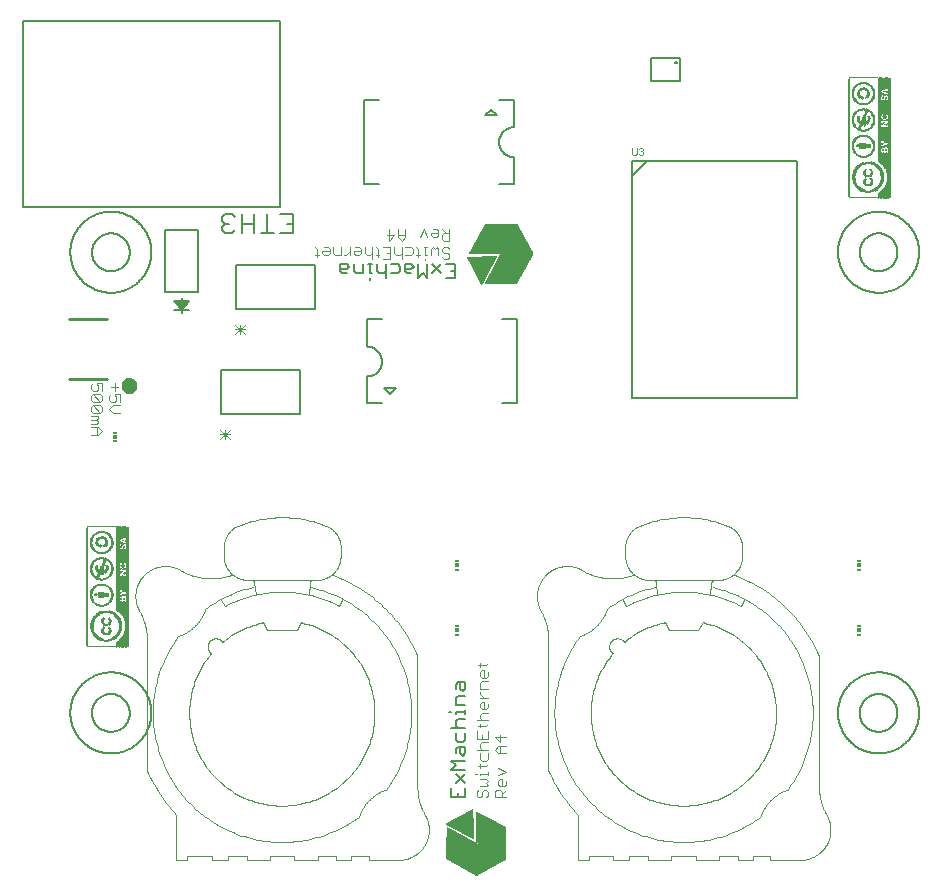
<source format=gto>
G75*
%MOIN*%
%OFA0B0*%
%FSLAX25Y25*%
%IPPOS*%
%LPD*%
%AMOC8*
5,1,8,0,0,1.08239X$1,22.5*
%
%ADD10C,0.00300*%
%ADD11C,0.00600*%
%ADD12C,0.01000*%
%ADD13C,0.02500*%
%ADD14C,0.00400*%
%ADD15C,0.00500*%
%ADD16R,0.01181X0.00591*%
%ADD17R,0.01181X0.01181*%
%ADD18C,0.00200*%
%ADD19C,0.00004*%
%ADD20R,0.00100X0.40100*%
%ADD21R,0.00100X0.40300*%
%ADD22R,0.00100X0.15200*%
%ADD23R,0.00100X0.01300*%
%ADD24R,0.00100X0.05300*%
%ADD25R,0.00100X0.00800*%
%ADD26R,0.00100X0.00900*%
%ADD27R,0.00100X0.05400*%
%ADD28R,0.00100X0.00400*%
%ADD29R,0.00100X0.01100*%
%ADD30R,0.00100X0.03600*%
%ADD31R,0.00100X0.00700*%
%ADD32R,0.00100X0.05000*%
%ADD33R,0.00100X0.00200*%
%ADD34R,0.00100X0.00600*%
%ADD35R,0.00100X0.04800*%
%ADD36R,0.00100X0.06200*%
%ADD37R,0.00100X0.07300*%
%ADD38R,0.00100X0.00500*%
%ADD39R,0.00100X0.04600*%
%ADD40R,0.00100X0.00100*%
%ADD41R,0.00100X0.03700*%
%ADD42R,0.00100X0.05600*%
%ADD43R,0.00100X0.06800*%
%ADD44R,0.00100X0.04500*%
%ADD45R,0.00100X0.06400*%
%ADD46R,0.00100X0.04400*%
%ADD47R,0.00100X0.03800*%
%ADD48R,0.00100X0.06100*%
%ADD49R,0.00100X0.00300*%
%ADD50R,0.00100X0.04300*%
%ADD51R,0.00100X0.04700*%
%ADD52R,0.00100X0.05900*%
%ADD53R,0.00100X0.03900*%
%ADD54R,0.00100X0.05200*%
%ADD55R,0.00100X0.04100*%
%ADD56R,0.00100X0.06500*%
%ADD57R,0.00100X0.05100*%
%ADD58R,0.00100X0.04000*%
%ADD59R,0.00100X0.04900*%
%ADD60R,0.00100X0.06000*%
%ADD61R,0.00100X0.03500*%
%ADD62R,0.00100X0.03300*%
%ADD63R,0.00100X0.01400*%
%ADD64R,0.00100X0.01600*%
%ADD65R,0.00100X0.03200*%
%ADD66R,0.00100X0.02400*%
%ADD67R,0.00100X0.04200*%
%ADD68R,0.00100X0.03100*%
%ADD69R,0.00100X0.03000*%
%ADD70R,0.00100X0.02900*%
%ADD71R,0.00100X0.02800*%
%ADD72R,0.00100X0.02700*%
%ADD73R,0.00100X0.01000*%
%ADD74R,0.00100X0.02600*%
%ADD75R,0.00100X0.02500*%
%ADD76R,0.00100X0.05700*%
%ADD77R,0.00100X0.02300*%
%ADD78R,0.00100X0.28700*%
%ADD79R,0.00100X0.02000*%
%ADD80R,0.00100X0.01900*%
%ADD81R,0.00100X0.28600*%
%ADD82R,0.00100X0.02200*%
%ADD83R,0.00100X0.01800*%
%ADD84R,0.00100X0.28500*%
%ADD85R,0.00100X0.01700*%
%ADD86R,0.00100X0.28400*%
%ADD87R,0.00100X0.02100*%
%ADD88R,0.00100X0.01500*%
%ADD89R,0.00100X0.28300*%
%ADD90R,0.00100X0.28200*%
%ADD91R,0.00100X0.28100*%
%ADD92R,0.00100X0.01200*%
%ADD93R,0.00100X0.03400*%
%ADD94R,0.00100X0.39900*%
%ADD95R,0.00100X0.39500*%
%ADD96R,0.00100X0.39100*%
%ADD97C,0.00800*%
D10*
X0242762Y0154562D02*
X0243379Y0153945D01*
X0243996Y0153945D01*
X0244613Y0154562D01*
X0244613Y0155797D01*
X0245230Y0156414D01*
X0245848Y0156414D01*
X0246465Y0155797D01*
X0246465Y0154562D01*
X0245848Y0153945D01*
X0248762Y0153945D02*
X0248762Y0155797D01*
X0249379Y0156414D01*
X0250613Y0156414D01*
X0251230Y0155797D01*
X0251230Y0153945D01*
X0251230Y0155180D02*
X0252465Y0156414D01*
X0251848Y0157628D02*
X0250613Y0157628D01*
X0249996Y0158246D01*
X0249996Y0159480D01*
X0250613Y0160097D01*
X0251230Y0160097D01*
X0251230Y0157628D01*
X0251848Y0157628D02*
X0252465Y0158246D01*
X0252465Y0159480D01*
X0252465Y0162546D02*
X0249996Y0161312D01*
X0249996Y0163780D02*
X0252465Y0162546D01*
X0246465Y0162546D02*
X0246465Y0161312D01*
X0246465Y0161929D02*
X0243996Y0161929D01*
X0243996Y0161312D01*
X0243996Y0160097D02*
X0245848Y0160097D01*
X0246465Y0159480D01*
X0245848Y0158863D01*
X0246465Y0158246D01*
X0245848Y0157628D01*
X0243996Y0157628D01*
X0243379Y0156414D02*
X0242762Y0155797D01*
X0242762Y0154562D01*
X0248762Y0153945D02*
X0252465Y0153945D01*
X0245848Y0164384D02*
X0246465Y0165001D01*
X0245848Y0164384D02*
X0243379Y0164384D01*
X0243996Y0163767D02*
X0243996Y0165001D01*
X0244613Y0166222D02*
X0245848Y0166222D01*
X0246465Y0166840D01*
X0246465Y0168691D01*
X0246465Y0169906D02*
X0242762Y0169906D01*
X0243996Y0170523D02*
X0243996Y0171757D01*
X0244613Y0172374D01*
X0246465Y0172374D01*
X0246465Y0173589D02*
X0246465Y0176057D01*
X0245848Y0177889D02*
X0246465Y0178506D01*
X0245848Y0177889D02*
X0243379Y0177889D01*
X0243996Y0177272D02*
X0243996Y0178506D01*
X0244613Y0179727D02*
X0243996Y0180344D01*
X0243996Y0181579D01*
X0244613Y0182196D01*
X0246465Y0182196D01*
X0245848Y0183410D02*
X0244613Y0183410D01*
X0243996Y0184028D01*
X0243996Y0185262D01*
X0244613Y0185879D01*
X0245230Y0185879D01*
X0245230Y0183410D01*
X0245848Y0183410D02*
X0246465Y0184028D01*
X0246465Y0185262D01*
X0246465Y0187094D02*
X0243996Y0187094D01*
X0243996Y0188328D02*
X0243996Y0188945D01*
X0243996Y0188328D02*
X0245230Y0187094D01*
X0243996Y0190163D02*
X0243996Y0192014D01*
X0244613Y0192632D01*
X0246465Y0192632D01*
X0245848Y0193846D02*
X0244613Y0193846D01*
X0243996Y0194463D01*
X0243996Y0195698D01*
X0244613Y0196315D01*
X0245230Y0196315D01*
X0245230Y0193846D01*
X0245848Y0193846D02*
X0246465Y0194463D01*
X0246465Y0195698D01*
X0245848Y0198146D02*
X0246465Y0198764D01*
X0245848Y0198146D02*
X0243379Y0198146D01*
X0243996Y0197529D02*
X0243996Y0198764D01*
X0243996Y0190163D02*
X0246465Y0190163D01*
X0246465Y0179727D02*
X0242762Y0179727D01*
X0242762Y0176057D02*
X0242762Y0173589D01*
X0246465Y0173589D01*
X0244613Y0173589D02*
X0244613Y0174823D01*
X0248762Y0174213D02*
X0250613Y0172361D01*
X0250613Y0174830D01*
X0248762Y0174213D02*
X0252465Y0174213D01*
X0252465Y0171147D02*
X0249996Y0171147D01*
X0248762Y0169912D01*
X0249996Y0168678D01*
X0252465Y0168678D01*
X0250613Y0168678D02*
X0250613Y0171147D01*
X0244613Y0169906D02*
X0243996Y0170523D01*
X0243996Y0168691D02*
X0243996Y0166840D01*
X0244613Y0166222D01*
X0242762Y0161929D02*
X0242144Y0161929D01*
X0160440Y0273460D02*
X0157304Y0276596D01*
X0160440Y0273460D01*
X0158872Y0273460D02*
X0158872Y0276596D01*
X0158872Y0273460D01*
X0157304Y0273460D02*
X0160440Y0276596D01*
X0157304Y0273460D01*
X0157304Y0275028D02*
X0160440Y0275028D01*
X0157304Y0275028D01*
X0162304Y0308460D02*
X0165440Y0311596D01*
X0162304Y0308460D01*
X0162304Y0310028D02*
X0165440Y0310028D01*
X0162304Y0310028D01*
X0162304Y0311596D02*
X0165440Y0308460D01*
X0162304Y0311596D01*
X0163872Y0311596D02*
X0163872Y0308460D01*
X0163872Y0311596D01*
X0188906Y0334822D02*
X0190141Y0334822D01*
X0189524Y0334205D02*
X0189524Y0336674D01*
X0188906Y0337291D01*
X0191355Y0336057D02*
X0193824Y0336057D01*
X0193824Y0336674D02*
X0193824Y0335439D01*
X0193207Y0334822D01*
X0191972Y0334822D01*
X0191355Y0335439D01*
X0191355Y0336057D01*
X0191972Y0337291D02*
X0193207Y0337291D01*
X0193824Y0336674D01*
X0195038Y0337291D02*
X0195038Y0335439D01*
X0195656Y0334822D01*
X0197507Y0334822D01*
X0197507Y0337291D01*
X0198725Y0334822D02*
X0199342Y0334822D01*
X0200576Y0336057D01*
X0201791Y0336057D02*
X0204260Y0336057D01*
X0204260Y0336674D02*
X0204260Y0335439D01*
X0203642Y0334822D01*
X0202408Y0334822D01*
X0201791Y0335439D01*
X0201791Y0336057D01*
X0202408Y0337291D02*
X0203642Y0337291D01*
X0204260Y0336674D01*
X0205474Y0337291D02*
X0205474Y0335439D01*
X0206091Y0334822D01*
X0207325Y0334822D01*
X0207943Y0335439D01*
X0209164Y0334822D02*
X0210398Y0334822D01*
X0209781Y0334205D02*
X0209781Y0336674D01*
X0209164Y0337291D01*
X0207943Y0337291D02*
X0207943Y0333588D01*
X0211612Y0333588D02*
X0214081Y0333588D01*
X0214081Y0337291D01*
X0211612Y0337291D01*
X0212847Y0335439D02*
X0214081Y0335439D01*
X0215296Y0335439D02*
X0215296Y0337291D01*
X0215296Y0335439D02*
X0215913Y0334822D01*
X0217147Y0334822D01*
X0217764Y0335439D01*
X0218979Y0334822D02*
X0220830Y0334822D01*
X0221448Y0335439D01*
X0221448Y0336674D01*
X0220830Y0337291D01*
X0218979Y0337291D01*
X0217764Y0337291D02*
X0217764Y0333588D01*
X0222669Y0334822D02*
X0223903Y0334822D01*
X0223286Y0334205D02*
X0223286Y0336674D01*
X0222669Y0337291D01*
X0225124Y0337291D02*
X0226358Y0337291D01*
X0225741Y0337291D02*
X0225741Y0334822D01*
X0226358Y0334822D01*
X0227573Y0334822D02*
X0227573Y0336674D01*
X0228190Y0337291D01*
X0228807Y0336674D01*
X0229424Y0337291D01*
X0230042Y0336674D01*
X0230042Y0334822D01*
X0231256Y0334205D02*
X0231873Y0333588D01*
X0233107Y0333588D01*
X0233725Y0334205D01*
X0233725Y0334822D01*
X0233107Y0335439D01*
X0231873Y0335439D01*
X0231256Y0336057D01*
X0231256Y0336674D01*
X0231873Y0337291D01*
X0233107Y0337291D01*
X0233725Y0336674D01*
X0233725Y0339588D02*
X0231873Y0339588D01*
X0231256Y0340205D01*
X0231256Y0341439D01*
X0231873Y0342057D01*
X0233725Y0342057D01*
X0233725Y0343291D02*
X0233725Y0339588D01*
X0232490Y0342057D02*
X0231256Y0343291D01*
X0230042Y0342674D02*
X0229424Y0343291D01*
X0228190Y0343291D01*
X0227573Y0342057D02*
X0230042Y0342057D01*
X0230042Y0342674D02*
X0230042Y0341439D01*
X0229424Y0340822D01*
X0228190Y0340822D01*
X0227573Y0341439D01*
X0227573Y0342057D01*
X0226358Y0340822D02*
X0225124Y0343291D01*
X0223890Y0340822D01*
X0218992Y0340822D02*
X0218992Y0343291D01*
X0218992Y0341439D02*
X0216523Y0341439D01*
X0216523Y0340822D02*
X0216523Y0343291D01*
X0215309Y0341439D02*
X0212840Y0341439D01*
X0213457Y0339588D02*
X0215309Y0341439D01*
X0216523Y0340822D02*
X0217758Y0339588D01*
X0218992Y0340822D01*
X0213457Y0339588D02*
X0213457Y0343291D01*
X0225741Y0333588D02*
X0225741Y0332971D01*
X0200576Y0334822D02*
X0200576Y0337291D01*
X0123347Y0290836D02*
X0120878Y0290836D01*
X0122112Y0292070D02*
X0122112Y0289602D01*
X0122112Y0288387D02*
X0122730Y0287153D01*
X0122730Y0286536D01*
X0122112Y0285919D01*
X0120878Y0285919D01*
X0120261Y0286536D01*
X0120261Y0287770D01*
X0120878Y0288387D01*
X0122112Y0288387D02*
X0123964Y0288387D01*
X0123964Y0285919D01*
X0123964Y0284704D02*
X0121495Y0284704D01*
X0120261Y0283470D01*
X0121495Y0282235D01*
X0123964Y0282235D01*
X0117964Y0282853D02*
X0117347Y0282235D01*
X0114878Y0284704D01*
X0114261Y0284087D01*
X0114261Y0282853D01*
X0114878Y0282235D01*
X0117347Y0282235D01*
X0117964Y0282853D02*
X0117964Y0284087D01*
X0117347Y0284704D01*
X0114878Y0284704D01*
X0114878Y0285919D02*
X0114261Y0286536D01*
X0114261Y0287770D01*
X0114878Y0288387D01*
X0117347Y0285919D01*
X0114878Y0285919D01*
X0114878Y0288387D02*
X0117347Y0288387D01*
X0117964Y0287770D01*
X0117964Y0286536D01*
X0117347Y0285919D01*
X0117964Y0289602D02*
X0117964Y0292070D01*
X0116112Y0292070D01*
X0116730Y0290836D01*
X0116730Y0290219D01*
X0116112Y0289602D01*
X0114878Y0289602D01*
X0114261Y0290219D01*
X0114261Y0291453D01*
X0114878Y0292070D01*
X0114261Y0281021D02*
X0116730Y0281021D01*
X0116730Y0280404D01*
X0116112Y0279787D01*
X0116730Y0279169D01*
X0116112Y0278552D01*
X0114261Y0278552D01*
X0114261Y0277338D02*
X0116730Y0277338D01*
X0117964Y0276104D01*
X0116730Y0274869D01*
X0114261Y0274869D01*
X0116112Y0274869D02*
X0116112Y0277338D01*
X0116112Y0279787D02*
X0114261Y0279787D01*
D11*
X0142024Y0316460D02*
X0144524Y0316460D01*
X0145024Y0319460D01*
X0145524Y0319460D02*
X0144524Y0316460D01*
X0146024Y0319460D01*
X0146524Y0319460D02*
X0144524Y0316460D01*
X0147024Y0319460D01*
X0142024Y0319460D01*
X0144524Y0316460D01*
X0144024Y0319460D01*
X0143524Y0319460D02*
X0144524Y0316460D01*
X0143024Y0319460D01*
X0142524Y0319460D02*
X0144524Y0316460D01*
X0147024Y0316460D01*
X0144524Y0316460D02*
X0144524Y0320460D01*
X0144524Y0316460D02*
X0144524Y0315460D01*
X0139024Y0322460D02*
X0150024Y0322460D01*
X0150024Y0343260D01*
X0139024Y0343260D01*
X0139024Y0322460D01*
X0107363Y0335705D02*
X0107367Y0336036D01*
X0107379Y0336367D01*
X0107400Y0336698D01*
X0107428Y0337028D01*
X0107465Y0337358D01*
X0107509Y0337686D01*
X0107562Y0338013D01*
X0107622Y0338339D01*
X0107691Y0338663D01*
X0107768Y0338985D01*
X0107852Y0339306D01*
X0107944Y0339624D01*
X0108044Y0339940D01*
X0108152Y0340253D01*
X0108268Y0340564D01*
X0108391Y0340871D01*
X0108521Y0341176D01*
X0108659Y0341477D01*
X0108804Y0341775D01*
X0108957Y0342069D01*
X0109117Y0342359D01*
X0109284Y0342645D01*
X0109457Y0342927D01*
X0109638Y0343205D01*
X0109826Y0343478D01*
X0110020Y0343747D01*
X0110220Y0344011D01*
X0110427Y0344269D01*
X0110641Y0344523D01*
X0110860Y0344771D01*
X0111086Y0345014D01*
X0111317Y0345251D01*
X0111554Y0345482D01*
X0111797Y0345708D01*
X0112045Y0345927D01*
X0112299Y0346141D01*
X0112557Y0346348D01*
X0112821Y0346548D01*
X0113090Y0346742D01*
X0113363Y0346930D01*
X0113641Y0347111D01*
X0113923Y0347284D01*
X0114209Y0347451D01*
X0114499Y0347611D01*
X0114793Y0347764D01*
X0115091Y0347909D01*
X0115392Y0348047D01*
X0115697Y0348177D01*
X0116004Y0348300D01*
X0116315Y0348416D01*
X0116628Y0348524D01*
X0116944Y0348624D01*
X0117262Y0348716D01*
X0117583Y0348800D01*
X0117905Y0348877D01*
X0118229Y0348946D01*
X0118555Y0349006D01*
X0118882Y0349059D01*
X0119210Y0349103D01*
X0119540Y0349140D01*
X0119870Y0349168D01*
X0120201Y0349189D01*
X0120532Y0349201D01*
X0120863Y0349205D01*
X0121194Y0349201D01*
X0121525Y0349189D01*
X0121856Y0349168D01*
X0122186Y0349140D01*
X0122516Y0349103D01*
X0122844Y0349059D01*
X0123171Y0349006D01*
X0123497Y0348946D01*
X0123821Y0348877D01*
X0124143Y0348800D01*
X0124464Y0348716D01*
X0124782Y0348624D01*
X0125098Y0348524D01*
X0125411Y0348416D01*
X0125722Y0348300D01*
X0126029Y0348177D01*
X0126334Y0348047D01*
X0126635Y0347909D01*
X0126933Y0347764D01*
X0127227Y0347611D01*
X0127517Y0347451D01*
X0127803Y0347284D01*
X0128085Y0347111D01*
X0128363Y0346930D01*
X0128636Y0346742D01*
X0128905Y0346548D01*
X0129169Y0346348D01*
X0129427Y0346141D01*
X0129681Y0345927D01*
X0129929Y0345708D01*
X0130172Y0345482D01*
X0130409Y0345251D01*
X0130640Y0345014D01*
X0130866Y0344771D01*
X0131085Y0344523D01*
X0131299Y0344269D01*
X0131506Y0344011D01*
X0131706Y0343747D01*
X0131900Y0343478D01*
X0132088Y0343205D01*
X0132269Y0342927D01*
X0132442Y0342645D01*
X0132609Y0342359D01*
X0132769Y0342069D01*
X0132922Y0341775D01*
X0133067Y0341477D01*
X0133205Y0341176D01*
X0133335Y0340871D01*
X0133458Y0340564D01*
X0133574Y0340253D01*
X0133682Y0339940D01*
X0133782Y0339624D01*
X0133874Y0339306D01*
X0133958Y0338985D01*
X0134035Y0338663D01*
X0134104Y0338339D01*
X0134164Y0338013D01*
X0134217Y0337686D01*
X0134261Y0337358D01*
X0134298Y0337028D01*
X0134326Y0336698D01*
X0134347Y0336367D01*
X0134359Y0336036D01*
X0134363Y0335705D01*
X0134359Y0335374D01*
X0134347Y0335043D01*
X0134326Y0334712D01*
X0134298Y0334382D01*
X0134261Y0334052D01*
X0134217Y0333724D01*
X0134164Y0333397D01*
X0134104Y0333071D01*
X0134035Y0332747D01*
X0133958Y0332425D01*
X0133874Y0332104D01*
X0133782Y0331786D01*
X0133682Y0331470D01*
X0133574Y0331157D01*
X0133458Y0330846D01*
X0133335Y0330539D01*
X0133205Y0330234D01*
X0133067Y0329933D01*
X0132922Y0329635D01*
X0132769Y0329341D01*
X0132609Y0329051D01*
X0132442Y0328765D01*
X0132269Y0328483D01*
X0132088Y0328205D01*
X0131900Y0327932D01*
X0131706Y0327663D01*
X0131506Y0327399D01*
X0131299Y0327141D01*
X0131085Y0326887D01*
X0130866Y0326639D01*
X0130640Y0326396D01*
X0130409Y0326159D01*
X0130172Y0325928D01*
X0129929Y0325702D01*
X0129681Y0325483D01*
X0129427Y0325269D01*
X0129169Y0325062D01*
X0128905Y0324862D01*
X0128636Y0324668D01*
X0128363Y0324480D01*
X0128085Y0324299D01*
X0127803Y0324126D01*
X0127517Y0323959D01*
X0127227Y0323799D01*
X0126933Y0323646D01*
X0126635Y0323501D01*
X0126334Y0323363D01*
X0126029Y0323233D01*
X0125722Y0323110D01*
X0125411Y0322994D01*
X0125098Y0322886D01*
X0124782Y0322786D01*
X0124464Y0322694D01*
X0124143Y0322610D01*
X0123821Y0322533D01*
X0123497Y0322464D01*
X0123171Y0322404D01*
X0122844Y0322351D01*
X0122516Y0322307D01*
X0122186Y0322270D01*
X0121856Y0322242D01*
X0121525Y0322221D01*
X0121194Y0322209D01*
X0120863Y0322205D01*
X0120532Y0322209D01*
X0120201Y0322221D01*
X0119870Y0322242D01*
X0119540Y0322270D01*
X0119210Y0322307D01*
X0118882Y0322351D01*
X0118555Y0322404D01*
X0118229Y0322464D01*
X0117905Y0322533D01*
X0117583Y0322610D01*
X0117262Y0322694D01*
X0116944Y0322786D01*
X0116628Y0322886D01*
X0116315Y0322994D01*
X0116004Y0323110D01*
X0115697Y0323233D01*
X0115392Y0323363D01*
X0115091Y0323501D01*
X0114793Y0323646D01*
X0114499Y0323799D01*
X0114209Y0323959D01*
X0113923Y0324126D01*
X0113641Y0324299D01*
X0113363Y0324480D01*
X0113090Y0324668D01*
X0112821Y0324862D01*
X0112557Y0325062D01*
X0112299Y0325269D01*
X0112045Y0325483D01*
X0111797Y0325702D01*
X0111554Y0325928D01*
X0111317Y0326159D01*
X0111086Y0326396D01*
X0110860Y0326639D01*
X0110641Y0326887D01*
X0110427Y0327141D01*
X0110220Y0327399D01*
X0110020Y0327663D01*
X0109826Y0327932D01*
X0109638Y0328205D01*
X0109457Y0328483D01*
X0109284Y0328765D01*
X0109117Y0329051D01*
X0108957Y0329341D01*
X0108804Y0329635D01*
X0108659Y0329933D01*
X0108521Y0330234D01*
X0108391Y0330539D01*
X0108268Y0330846D01*
X0108152Y0331157D01*
X0108044Y0331470D01*
X0107944Y0331786D01*
X0107852Y0332104D01*
X0107768Y0332425D01*
X0107691Y0332747D01*
X0107622Y0333071D01*
X0107562Y0333397D01*
X0107509Y0333724D01*
X0107465Y0334052D01*
X0107428Y0334382D01*
X0107400Y0334712D01*
X0107379Y0335043D01*
X0107367Y0335374D01*
X0107363Y0335705D01*
X0157980Y0343059D02*
X0159047Y0341991D01*
X0161182Y0341991D01*
X0162250Y0343059D01*
X0164425Y0341991D02*
X0164425Y0348397D01*
X0162250Y0347329D02*
X0161182Y0348397D01*
X0159047Y0348397D01*
X0157980Y0347329D01*
X0157980Y0346262D01*
X0159047Y0345194D01*
X0160115Y0345194D01*
X0159047Y0345194D02*
X0157980Y0344127D01*
X0157980Y0343059D01*
X0164425Y0345194D02*
X0168695Y0345194D01*
X0168695Y0348397D02*
X0168695Y0341991D01*
X0170871Y0341991D02*
X0175141Y0341991D01*
X0173006Y0341991D02*
X0173006Y0348397D01*
X0177316Y0348397D02*
X0181586Y0348397D01*
X0181586Y0341991D01*
X0177316Y0341991D01*
X0179451Y0345194D02*
X0181586Y0345194D01*
X0188974Y0331410D02*
X0162574Y0331410D01*
X0162574Y0316810D01*
X0188974Y0316810D01*
X0188974Y0331410D01*
X0183974Y0296410D02*
X0157574Y0296410D01*
X0157574Y0281810D01*
X0183974Y0281810D01*
X0183974Y0296410D01*
X0294424Y0287210D02*
X0294424Y0366010D01*
X0346124Y0366010D01*
X0347224Y0366010D01*
X0349624Y0366010D01*
X0349624Y0287210D01*
X0294424Y0287210D01*
X0294424Y0360510D02*
X0294424Y0361010D01*
X0299424Y0366010D01*
X0294424Y0363610D02*
X0294424Y0362510D01*
X0294424Y0361610D02*
X0294424Y0361010D01*
X0363268Y0335705D02*
X0363272Y0336036D01*
X0363284Y0336367D01*
X0363305Y0336698D01*
X0363333Y0337028D01*
X0363370Y0337358D01*
X0363414Y0337686D01*
X0363467Y0338013D01*
X0363527Y0338339D01*
X0363596Y0338663D01*
X0363673Y0338985D01*
X0363757Y0339306D01*
X0363849Y0339624D01*
X0363949Y0339940D01*
X0364057Y0340253D01*
X0364173Y0340564D01*
X0364296Y0340871D01*
X0364426Y0341176D01*
X0364564Y0341477D01*
X0364709Y0341775D01*
X0364862Y0342069D01*
X0365022Y0342359D01*
X0365189Y0342645D01*
X0365362Y0342927D01*
X0365543Y0343205D01*
X0365731Y0343478D01*
X0365925Y0343747D01*
X0366125Y0344011D01*
X0366332Y0344269D01*
X0366546Y0344523D01*
X0366765Y0344771D01*
X0366991Y0345014D01*
X0367222Y0345251D01*
X0367459Y0345482D01*
X0367702Y0345708D01*
X0367950Y0345927D01*
X0368204Y0346141D01*
X0368462Y0346348D01*
X0368726Y0346548D01*
X0368995Y0346742D01*
X0369268Y0346930D01*
X0369546Y0347111D01*
X0369828Y0347284D01*
X0370114Y0347451D01*
X0370404Y0347611D01*
X0370698Y0347764D01*
X0370996Y0347909D01*
X0371297Y0348047D01*
X0371602Y0348177D01*
X0371909Y0348300D01*
X0372220Y0348416D01*
X0372533Y0348524D01*
X0372849Y0348624D01*
X0373167Y0348716D01*
X0373488Y0348800D01*
X0373810Y0348877D01*
X0374134Y0348946D01*
X0374460Y0349006D01*
X0374787Y0349059D01*
X0375115Y0349103D01*
X0375445Y0349140D01*
X0375775Y0349168D01*
X0376106Y0349189D01*
X0376437Y0349201D01*
X0376768Y0349205D01*
X0377099Y0349201D01*
X0377430Y0349189D01*
X0377761Y0349168D01*
X0378091Y0349140D01*
X0378421Y0349103D01*
X0378749Y0349059D01*
X0379076Y0349006D01*
X0379402Y0348946D01*
X0379726Y0348877D01*
X0380048Y0348800D01*
X0380369Y0348716D01*
X0380687Y0348624D01*
X0381003Y0348524D01*
X0381316Y0348416D01*
X0381627Y0348300D01*
X0381934Y0348177D01*
X0382239Y0348047D01*
X0382540Y0347909D01*
X0382838Y0347764D01*
X0383132Y0347611D01*
X0383422Y0347451D01*
X0383708Y0347284D01*
X0383990Y0347111D01*
X0384268Y0346930D01*
X0384541Y0346742D01*
X0384810Y0346548D01*
X0385074Y0346348D01*
X0385332Y0346141D01*
X0385586Y0345927D01*
X0385834Y0345708D01*
X0386077Y0345482D01*
X0386314Y0345251D01*
X0386545Y0345014D01*
X0386771Y0344771D01*
X0386990Y0344523D01*
X0387204Y0344269D01*
X0387411Y0344011D01*
X0387611Y0343747D01*
X0387805Y0343478D01*
X0387993Y0343205D01*
X0388174Y0342927D01*
X0388347Y0342645D01*
X0388514Y0342359D01*
X0388674Y0342069D01*
X0388827Y0341775D01*
X0388972Y0341477D01*
X0389110Y0341176D01*
X0389240Y0340871D01*
X0389363Y0340564D01*
X0389479Y0340253D01*
X0389587Y0339940D01*
X0389687Y0339624D01*
X0389779Y0339306D01*
X0389863Y0338985D01*
X0389940Y0338663D01*
X0390009Y0338339D01*
X0390069Y0338013D01*
X0390122Y0337686D01*
X0390166Y0337358D01*
X0390203Y0337028D01*
X0390231Y0336698D01*
X0390252Y0336367D01*
X0390264Y0336036D01*
X0390268Y0335705D01*
X0390264Y0335374D01*
X0390252Y0335043D01*
X0390231Y0334712D01*
X0390203Y0334382D01*
X0390166Y0334052D01*
X0390122Y0333724D01*
X0390069Y0333397D01*
X0390009Y0333071D01*
X0389940Y0332747D01*
X0389863Y0332425D01*
X0389779Y0332104D01*
X0389687Y0331786D01*
X0389587Y0331470D01*
X0389479Y0331157D01*
X0389363Y0330846D01*
X0389240Y0330539D01*
X0389110Y0330234D01*
X0388972Y0329933D01*
X0388827Y0329635D01*
X0388674Y0329341D01*
X0388514Y0329051D01*
X0388347Y0328765D01*
X0388174Y0328483D01*
X0387993Y0328205D01*
X0387805Y0327932D01*
X0387611Y0327663D01*
X0387411Y0327399D01*
X0387204Y0327141D01*
X0386990Y0326887D01*
X0386771Y0326639D01*
X0386545Y0326396D01*
X0386314Y0326159D01*
X0386077Y0325928D01*
X0385834Y0325702D01*
X0385586Y0325483D01*
X0385332Y0325269D01*
X0385074Y0325062D01*
X0384810Y0324862D01*
X0384541Y0324668D01*
X0384268Y0324480D01*
X0383990Y0324299D01*
X0383708Y0324126D01*
X0383422Y0323959D01*
X0383132Y0323799D01*
X0382838Y0323646D01*
X0382540Y0323501D01*
X0382239Y0323363D01*
X0381934Y0323233D01*
X0381627Y0323110D01*
X0381316Y0322994D01*
X0381003Y0322886D01*
X0380687Y0322786D01*
X0380369Y0322694D01*
X0380048Y0322610D01*
X0379726Y0322533D01*
X0379402Y0322464D01*
X0379076Y0322404D01*
X0378749Y0322351D01*
X0378421Y0322307D01*
X0378091Y0322270D01*
X0377761Y0322242D01*
X0377430Y0322221D01*
X0377099Y0322209D01*
X0376768Y0322205D01*
X0376437Y0322209D01*
X0376106Y0322221D01*
X0375775Y0322242D01*
X0375445Y0322270D01*
X0375115Y0322307D01*
X0374787Y0322351D01*
X0374460Y0322404D01*
X0374134Y0322464D01*
X0373810Y0322533D01*
X0373488Y0322610D01*
X0373167Y0322694D01*
X0372849Y0322786D01*
X0372533Y0322886D01*
X0372220Y0322994D01*
X0371909Y0323110D01*
X0371602Y0323233D01*
X0371297Y0323363D01*
X0370996Y0323501D01*
X0370698Y0323646D01*
X0370404Y0323799D01*
X0370114Y0323959D01*
X0369828Y0324126D01*
X0369546Y0324299D01*
X0369268Y0324480D01*
X0368995Y0324668D01*
X0368726Y0324862D01*
X0368462Y0325062D01*
X0368204Y0325269D01*
X0367950Y0325483D01*
X0367702Y0325702D01*
X0367459Y0325928D01*
X0367222Y0326159D01*
X0366991Y0326396D01*
X0366765Y0326639D01*
X0366546Y0326887D01*
X0366332Y0327141D01*
X0366125Y0327399D01*
X0365925Y0327663D01*
X0365731Y0327932D01*
X0365543Y0328205D01*
X0365362Y0328483D01*
X0365189Y0328765D01*
X0365022Y0329051D01*
X0364862Y0329341D01*
X0364709Y0329635D01*
X0364564Y0329933D01*
X0364426Y0330234D01*
X0364296Y0330539D01*
X0364173Y0330846D01*
X0364057Y0331157D01*
X0363949Y0331470D01*
X0363849Y0331786D01*
X0363757Y0332104D01*
X0363673Y0332425D01*
X0363596Y0332747D01*
X0363527Y0333071D01*
X0363467Y0333397D01*
X0363414Y0333724D01*
X0363370Y0334052D01*
X0363333Y0334382D01*
X0363305Y0334712D01*
X0363284Y0335043D01*
X0363272Y0335374D01*
X0363268Y0335705D01*
X0363268Y0182161D02*
X0363272Y0182492D01*
X0363284Y0182823D01*
X0363305Y0183154D01*
X0363333Y0183484D01*
X0363370Y0183814D01*
X0363414Y0184142D01*
X0363467Y0184469D01*
X0363527Y0184795D01*
X0363596Y0185119D01*
X0363673Y0185441D01*
X0363757Y0185762D01*
X0363849Y0186080D01*
X0363949Y0186396D01*
X0364057Y0186709D01*
X0364173Y0187020D01*
X0364296Y0187327D01*
X0364426Y0187632D01*
X0364564Y0187933D01*
X0364709Y0188231D01*
X0364862Y0188525D01*
X0365022Y0188815D01*
X0365189Y0189101D01*
X0365362Y0189383D01*
X0365543Y0189661D01*
X0365731Y0189934D01*
X0365925Y0190203D01*
X0366125Y0190467D01*
X0366332Y0190725D01*
X0366546Y0190979D01*
X0366765Y0191227D01*
X0366991Y0191470D01*
X0367222Y0191707D01*
X0367459Y0191938D01*
X0367702Y0192164D01*
X0367950Y0192383D01*
X0368204Y0192597D01*
X0368462Y0192804D01*
X0368726Y0193004D01*
X0368995Y0193198D01*
X0369268Y0193386D01*
X0369546Y0193567D01*
X0369828Y0193740D01*
X0370114Y0193907D01*
X0370404Y0194067D01*
X0370698Y0194220D01*
X0370996Y0194365D01*
X0371297Y0194503D01*
X0371602Y0194633D01*
X0371909Y0194756D01*
X0372220Y0194872D01*
X0372533Y0194980D01*
X0372849Y0195080D01*
X0373167Y0195172D01*
X0373488Y0195256D01*
X0373810Y0195333D01*
X0374134Y0195402D01*
X0374460Y0195462D01*
X0374787Y0195515D01*
X0375115Y0195559D01*
X0375445Y0195596D01*
X0375775Y0195624D01*
X0376106Y0195645D01*
X0376437Y0195657D01*
X0376768Y0195661D01*
X0377099Y0195657D01*
X0377430Y0195645D01*
X0377761Y0195624D01*
X0378091Y0195596D01*
X0378421Y0195559D01*
X0378749Y0195515D01*
X0379076Y0195462D01*
X0379402Y0195402D01*
X0379726Y0195333D01*
X0380048Y0195256D01*
X0380369Y0195172D01*
X0380687Y0195080D01*
X0381003Y0194980D01*
X0381316Y0194872D01*
X0381627Y0194756D01*
X0381934Y0194633D01*
X0382239Y0194503D01*
X0382540Y0194365D01*
X0382838Y0194220D01*
X0383132Y0194067D01*
X0383422Y0193907D01*
X0383708Y0193740D01*
X0383990Y0193567D01*
X0384268Y0193386D01*
X0384541Y0193198D01*
X0384810Y0193004D01*
X0385074Y0192804D01*
X0385332Y0192597D01*
X0385586Y0192383D01*
X0385834Y0192164D01*
X0386077Y0191938D01*
X0386314Y0191707D01*
X0386545Y0191470D01*
X0386771Y0191227D01*
X0386990Y0190979D01*
X0387204Y0190725D01*
X0387411Y0190467D01*
X0387611Y0190203D01*
X0387805Y0189934D01*
X0387993Y0189661D01*
X0388174Y0189383D01*
X0388347Y0189101D01*
X0388514Y0188815D01*
X0388674Y0188525D01*
X0388827Y0188231D01*
X0388972Y0187933D01*
X0389110Y0187632D01*
X0389240Y0187327D01*
X0389363Y0187020D01*
X0389479Y0186709D01*
X0389587Y0186396D01*
X0389687Y0186080D01*
X0389779Y0185762D01*
X0389863Y0185441D01*
X0389940Y0185119D01*
X0390009Y0184795D01*
X0390069Y0184469D01*
X0390122Y0184142D01*
X0390166Y0183814D01*
X0390203Y0183484D01*
X0390231Y0183154D01*
X0390252Y0182823D01*
X0390264Y0182492D01*
X0390268Y0182161D01*
X0390264Y0181830D01*
X0390252Y0181499D01*
X0390231Y0181168D01*
X0390203Y0180838D01*
X0390166Y0180508D01*
X0390122Y0180180D01*
X0390069Y0179853D01*
X0390009Y0179527D01*
X0389940Y0179203D01*
X0389863Y0178881D01*
X0389779Y0178560D01*
X0389687Y0178242D01*
X0389587Y0177926D01*
X0389479Y0177613D01*
X0389363Y0177302D01*
X0389240Y0176995D01*
X0389110Y0176690D01*
X0388972Y0176389D01*
X0388827Y0176091D01*
X0388674Y0175797D01*
X0388514Y0175507D01*
X0388347Y0175221D01*
X0388174Y0174939D01*
X0387993Y0174661D01*
X0387805Y0174388D01*
X0387611Y0174119D01*
X0387411Y0173855D01*
X0387204Y0173597D01*
X0386990Y0173343D01*
X0386771Y0173095D01*
X0386545Y0172852D01*
X0386314Y0172615D01*
X0386077Y0172384D01*
X0385834Y0172158D01*
X0385586Y0171939D01*
X0385332Y0171725D01*
X0385074Y0171518D01*
X0384810Y0171318D01*
X0384541Y0171124D01*
X0384268Y0170936D01*
X0383990Y0170755D01*
X0383708Y0170582D01*
X0383422Y0170415D01*
X0383132Y0170255D01*
X0382838Y0170102D01*
X0382540Y0169957D01*
X0382239Y0169819D01*
X0381934Y0169689D01*
X0381627Y0169566D01*
X0381316Y0169450D01*
X0381003Y0169342D01*
X0380687Y0169242D01*
X0380369Y0169150D01*
X0380048Y0169066D01*
X0379726Y0168989D01*
X0379402Y0168920D01*
X0379076Y0168860D01*
X0378749Y0168807D01*
X0378421Y0168763D01*
X0378091Y0168726D01*
X0377761Y0168698D01*
X0377430Y0168677D01*
X0377099Y0168665D01*
X0376768Y0168661D01*
X0376437Y0168665D01*
X0376106Y0168677D01*
X0375775Y0168698D01*
X0375445Y0168726D01*
X0375115Y0168763D01*
X0374787Y0168807D01*
X0374460Y0168860D01*
X0374134Y0168920D01*
X0373810Y0168989D01*
X0373488Y0169066D01*
X0373167Y0169150D01*
X0372849Y0169242D01*
X0372533Y0169342D01*
X0372220Y0169450D01*
X0371909Y0169566D01*
X0371602Y0169689D01*
X0371297Y0169819D01*
X0370996Y0169957D01*
X0370698Y0170102D01*
X0370404Y0170255D01*
X0370114Y0170415D01*
X0369828Y0170582D01*
X0369546Y0170755D01*
X0369268Y0170936D01*
X0368995Y0171124D01*
X0368726Y0171318D01*
X0368462Y0171518D01*
X0368204Y0171725D01*
X0367950Y0171939D01*
X0367702Y0172158D01*
X0367459Y0172384D01*
X0367222Y0172615D01*
X0366991Y0172852D01*
X0366765Y0173095D01*
X0366546Y0173343D01*
X0366332Y0173597D01*
X0366125Y0173855D01*
X0365925Y0174119D01*
X0365731Y0174388D01*
X0365543Y0174661D01*
X0365362Y0174939D01*
X0365189Y0175221D01*
X0365022Y0175507D01*
X0364862Y0175797D01*
X0364709Y0176091D01*
X0364564Y0176389D01*
X0364426Y0176690D01*
X0364296Y0176995D01*
X0364173Y0177302D01*
X0364057Y0177613D01*
X0363949Y0177926D01*
X0363849Y0178242D01*
X0363757Y0178560D01*
X0363673Y0178881D01*
X0363596Y0179203D01*
X0363527Y0179527D01*
X0363467Y0179853D01*
X0363414Y0180180D01*
X0363370Y0180508D01*
X0363333Y0180838D01*
X0363305Y0181168D01*
X0363284Y0181499D01*
X0363272Y0181830D01*
X0363268Y0182161D01*
X0107363Y0182161D02*
X0107367Y0182492D01*
X0107379Y0182823D01*
X0107400Y0183154D01*
X0107428Y0183484D01*
X0107465Y0183814D01*
X0107509Y0184142D01*
X0107562Y0184469D01*
X0107622Y0184795D01*
X0107691Y0185119D01*
X0107768Y0185441D01*
X0107852Y0185762D01*
X0107944Y0186080D01*
X0108044Y0186396D01*
X0108152Y0186709D01*
X0108268Y0187020D01*
X0108391Y0187327D01*
X0108521Y0187632D01*
X0108659Y0187933D01*
X0108804Y0188231D01*
X0108957Y0188525D01*
X0109117Y0188815D01*
X0109284Y0189101D01*
X0109457Y0189383D01*
X0109638Y0189661D01*
X0109826Y0189934D01*
X0110020Y0190203D01*
X0110220Y0190467D01*
X0110427Y0190725D01*
X0110641Y0190979D01*
X0110860Y0191227D01*
X0111086Y0191470D01*
X0111317Y0191707D01*
X0111554Y0191938D01*
X0111797Y0192164D01*
X0112045Y0192383D01*
X0112299Y0192597D01*
X0112557Y0192804D01*
X0112821Y0193004D01*
X0113090Y0193198D01*
X0113363Y0193386D01*
X0113641Y0193567D01*
X0113923Y0193740D01*
X0114209Y0193907D01*
X0114499Y0194067D01*
X0114793Y0194220D01*
X0115091Y0194365D01*
X0115392Y0194503D01*
X0115697Y0194633D01*
X0116004Y0194756D01*
X0116315Y0194872D01*
X0116628Y0194980D01*
X0116944Y0195080D01*
X0117262Y0195172D01*
X0117583Y0195256D01*
X0117905Y0195333D01*
X0118229Y0195402D01*
X0118555Y0195462D01*
X0118882Y0195515D01*
X0119210Y0195559D01*
X0119540Y0195596D01*
X0119870Y0195624D01*
X0120201Y0195645D01*
X0120532Y0195657D01*
X0120863Y0195661D01*
X0121194Y0195657D01*
X0121525Y0195645D01*
X0121856Y0195624D01*
X0122186Y0195596D01*
X0122516Y0195559D01*
X0122844Y0195515D01*
X0123171Y0195462D01*
X0123497Y0195402D01*
X0123821Y0195333D01*
X0124143Y0195256D01*
X0124464Y0195172D01*
X0124782Y0195080D01*
X0125098Y0194980D01*
X0125411Y0194872D01*
X0125722Y0194756D01*
X0126029Y0194633D01*
X0126334Y0194503D01*
X0126635Y0194365D01*
X0126933Y0194220D01*
X0127227Y0194067D01*
X0127517Y0193907D01*
X0127803Y0193740D01*
X0128085Y0193567D01*
X0128363Y0193386D01*
X0128636Y0193198D01*
X0128905Y0193004D01*
X0129169Y0192804D01*
X0129427Y0192597D01*
X0129681Y0192383D01*
X0129929Y0192164D01*
X0130172Y0191938D01*
X0130409Y0191707D01*
X0130640Y0191470D01*
X0130866Y0191227D01*
X0131085Y0190979D01*
X0131299Y0190725D01*
X0131506Y0190467D01*
X0131706Y0190203D01*
X0131900Y0189934D01*
X0132088Y0189661D01*
X0132269Y0189383D01*
X0132442Y0189101D01*
X0132609Y0188815D01*
X0132769Y0188525D01*
X0132922Y0188231D01*
X0133067Y0187933D01*
X0133205Y0187632D01*
X0133335Y0187327D01*
X0133458Y0187020D01*
X0133574Y0186709D01*
X0133682Y0186396D01*
X0133782Y0186080D01*
X0133874Y0185762D01*
X0133958Y0185441D01*
X0134035Y0185119D01*
X0134104Y0184795D01*
X0134164Y0184469D01*
X0134217Y0184142D01*
X0134261Y0183814D01*
X0134298Y0183484D01*
X0134326Y0183154D01*
X0134347Y0182823D01*
X0134359Y0182492D01*
X0134363Y0182161D01*
X0134359Y0181830D01*
X0134347Y0181499D01*
X0134326Y0181168D01*
X0134298Y0180838D01*
X0134261Y0180508D01*
X0134217Y0180180D01*
X0134164Y0179853D01*
X0134104Y0179527D01*
X0134035Y0179203D01*
X0133958Y0178881D01*
X0133874Y0178560D01*
X0133782Y0178242D01*
X0133682Y0177926D01*
X0133574Y0177613D01*
X0133458Y0177302D01*
X0133335Y0176995D01*
X0133205Y0176690D01*
X0133067Y0176389D01*
X0132922Y0176091D01*
X0132769Y0175797D01*
X0132609Y0175507D01*
X0132442Y0175221D01*
X0132269Y0174939D01*
X0132088Y0174661D01*
X0131900Y0174388D01*
X0131706Y0174119D01*
X0131506Y0173855D01*
X0131299Y0173597D01*
X0131085Y0173343D01*
X0130866Y0173095D01*
X0130640Y0172852D01*
X0130409Y0172615D01*
X0130172Y0172384D01*
X0129929Y0172158D01*
X0129681Y0171939D01*
X0129427Y0171725D01*
X0129169Y0171518D01*
X0128905Y0171318D01*
X0128636Y0171124D01*
X0128363Y0170936D01*
X0128085Y0170755D01*
X0127803Y0170582D01*
X0127517Y0170415D01*
X0127227Y0170255D01*
X0126933Y0170102D01*
X0126635Y0169957D01*
X0126334Y0169819D01*
X0126029Y0169689D01*
X0125722Y0169566D01*
X0125411Y0169450D01*
X0125098Y0169342D01*
X0124782Y0169242D01*
X0124464Y0169150D01*
X0124143Y0169066D01*
X0123821Y0168989D01*
X0123497Y0168920D01*
X0123171Y0168860D01*
X0122844Y0168807D01*
X0122516Y0168763D01*
X0122186Y0168726D01*
X0121856Y0168698D01*
X0121525Y0168677D01*
X0121194Y0168665D01*
X0120863Y0168661D01*
X0120532Y0168665D01*
X0120201Y0168677D01*
X0119870Y0168698D01*
X0119540Y0168726D01*
X0119210Y0168763D01*
X0118882Y0168807D01*
X0118555Y0168860D01*
X0118229Y0168920D01*
X0117905Y0168989D01*
X0117583Y0169066D01*
X0117262Y0169150D01*
X0116944Y0169242D01*
X0116628Y0169342D01*
X0116315Y0169450D01*
X0116004Y0169566D01*
X0115697Y0169689D01*
X0115392Y0169819D01*
X0115091Y0169957D01*
X0114793Y0170102D01*
X0114499Y0170255D01*
X0114209Y0170415D01*
X0113923Y0170582D01*
X0113641Y0170755D01*
X0113363Y0170936D01*
X0113090Y0171124D01*
X0112821Y0171318D01*
X0112557Y0171518D01*
X0112299Y0171725D01*
X0112045Y0171939D01*
X0111797Y0172158D01*
X0111554Y0172384D01*
X0111317Y0172615D01*
X0111086Y0172852D01*
X0110860Y0173095D01*
X0110641Y0173343D01*
X0110427Y0173597D01*
X0110220Y0173855D01*
X0110020Y0174119D01*
X0109826Y0174388D01*
X0109638Y0174661D01*
X0109457Y0174939D01*
X0109284Y0175221D01*
X0109117Y0175507D01*
X0108957Y0175797D01*
X0108804Y0176091D01*
X0108659Y0176389D01*
X0108521Y0176690D01*
X0108391Y0176995D01*
X0108268Y0177302D01*
X0108152Y0177613D01*
X0108044Y0177926D01*
X0107944Y0178242D01*
X0107852Y0178560D01*
X0107768Y0178881D01*
X0107691Y0179203D01*
X0107622Y0179527D01*
X0107562Y0179853D01*
X0107509Y0180180D01*
X0107465Y0180508D01*
X0107428Y0180838D01*
X0107400Y0181168D01*
X0107379Y0181499D01*
X0107367Y0181830D01*
X0107363Y0182161D01*
D12*
X0107024Y0293579D02*
X0119524Y0293579D01*
X0119524Y0313579D02*
X0107024Y0313579D01*
D13*
X0125774Y0291079D02*
X0125776Y0291149D01*
X0125782Y0291219D01*
X0125792Y0291288D01*
X0125805Y0291357D01*
X0125823Y0291425D01*
X0125844Y0291492D01*
X0125869Y0291557D01*
X0125898Y0291621D01*
X0125930Y0291684D01*
X0125966Y0291744D01*
X0126005Y0291802D01*
X0126047Y0291858D01*
X0126092Y0291912D01*
X0126140Y0291963D01*
X0126191Y0292011D01*
X0126245Y0292056D01*
X0126301Y0292098D01*
X0126359Y0292137D01*
X0126419Y0292173D01*
X0126482Y0292205D01*
X0126546Y0292234D01*
X0126611Y0292259D01*
X0126678Y0292280D01*
X0126746Y0292298D01*
X0126815Y0292311D01*
X0126884Y0292321D01*
X0126954Y0292327D01*
X0127024Y0292329D01*
X0127094Y0292327D01*
X0127164Y0292321D01*
X0127233Y0292311D01*
X0127302Y0292298D01*
X0127370Y0292280D01*
X0127437Y0292259D01*
X0127502Y0292234D01*
X0127566Y0292205D01*
X0127629Y0292173D01*
X0127689Y0292137D01*
X0127747Y0292098D01*
X0127803Y0292056D01*
X0127857Y0292011D01*
X0127908Y0291963D01*
X0127956Y0291912D01*
X0128001Y0291858D01*
X0128043Y0291802D01*
X0128082Y0291744D01*
X0128118Y0291684D01*
X0128150Y0291621D01*
X0128179Y0291557D01*
X0128204Y0291492D01*
X0128225Y0291425D01*
X0128243Y0291357D01*
X0128256Y0291288D01*
X0128266Y0291219D01*
X0128272Y0291149D01*
X0128274Y0291079D01*
X0128272Y0291009D01*
X0128266Y0290939D01*
X0128256Y0290870D01*
X0128243Y0290801D01*
X0128225Y0290733D01*
X0128204Y0290666D01*
X0128179Y0290601D01*
X0128150Y0290537D01*
X0128118Y0290474D01*
X0128082Y0290414D01*
X0128043Y0290356D01*
X0128001Y0290300D01*
X0127956Y0290246D01*
X0127908Y0290195D01*
X0127857Y0290147D01*
X0127803Y0290102D01*
X0127747Y0290060D01*
X0127689Y0290021D01*
X0127629Y0289985D01*
X0127566Y0289953D01*
X0127502Y0289924D01*
X0127437Y0289899D01*
X0127370Y0289878D01*
X0127302Y0289860D01*
X0127233Y0289847D01*
X0127164Y0289837D01*
X0127094Y0289831D01*
X0127024Y0289829D01*
X0126954Y0289831D01*
X0126884Y0289837D01*
X0126815Y0289847D01*
X0126746Y0289860D01*
X0126678Y0289878D01*
X0126611Y0289899D01*
X0126546Y0289924D01*
X0126482Y0289953D01*
X0126419Y0289985D01*
X0126359Y0290021D01*
X0126301Y0290060D01*
X0126245Y0290102D01*
X0126191Y0290147D01*
X0126140Y0290195D01*
X0126092Y0290246D01*
X0126047Y0290300D01*
X0126005Y0290356D01*
X0125966Y0290414D01*
X0125930Y0290474D01*
X0125898Y0290537D01*
X0125869Y0290601D01*
X0125844Y0290666D01*
X0125823Y0290733D01*
X0125805Y0290801D01*
X0125792Y0290870D01*
X0125782Y0290939D01*
X0125776Y0291009D01*
X0125774Y0291079D01*
D14*
X0142713Y0148106D02*
X0142713Y0133146D01*
X0146257Y0133146D01*
X0146257Y0134327D01*
X0154524Y0134327D01*
X0154524Y0133146D01*
X0159839Y0133146D01*
X0159839Y0134327D01*
X0166138Y0134327D01*
X0166138Y0133146D01*
X0173816Y0133146D01*
X0173816Y0134327D01*
X0182083Y0134327D01*
X0182083Y0133146D01*
X0189760Y0133146D01*
X0189760Y0134327D01*
X0196060Y0134327D01*
X0196060Y0133146D01*
X0200981Y0133146D01*
X0200981Y0134327D01*
X0206886Y0134327D01*
X0206886Y0133146D01*
X0216926Y0133146D01*
X0203539Y0147515D02*
X0203649Y0147838D01*
X0203767Y0148158D01*
X0203892Y0148475D01*
X0204024Y0148789D01*
X0204165Y0149099D01*
X0204312Y0149406D01*
X0204467Y0149710D01*
X0204630Y0150009D01*
X0204799Y0150305D01*
X0204976Y0150596D01*
X0205159Y0150883D01*
X0205349Y0151166D01*
X0205546Y0151444D01*
X0205750Y0151717D01*
X0205960Y0151985D01*
X0206177Y0152248D01*
X0206400Y0152506D01*
X0206629Y0152758D01*
X0206864Y0153005D01*
X0207105Y0153246D01*
X0207352Y0153481D01*
X0207604Y0153710D01*
X0207862Y0153933D01*
X0208125Y0154150D01*
X0208393Y0154360D01*
X0208666Y0154564D01*
X0208944Y0154761D01*
X0209227Y0154951D01*
X0209514Y0155134D01*
X0209805Y0155311D01*
X0210101Y0155480D01*
X0210400Y0155643D01*
X0210704Y0155798D01*
X0211011Y0155945D01*
X0211321Y0156086D01*
X0211635Y0156218D01*
X0211952Y0156343D01*
X0212272Y0156461D01*
X0212595Y0156571D01*
X0223028Y0157752D02*
X0223028Y0201256D01*
X0264170Y0216217D02*
X0264397Y0215804D01*
X0264615Y0215386D01*
X0264822Y0214963D01*
X0265019Y0214535D01*
X0265206Y0214103D01*
X0265382Y0213666D01*
X0265548Y0213225D01*
X0265704Y0212781D01*
X0265848Y0212332D01*
X0265982Y0211881D01*
X0266105Y0211426D01*
X0266218Y0210968D01*
X0266319Y0210508D01*
X0266409Y0210046D01*
X0266488Y0209582D01*
X0266557Y0209116D01*
X0266613Y0208648D01*
X0266659Y0208179D01*
X0266694Y0207709D01*
X0266717Y0207239D01*
X0266729Y0206768D01*
X0266729Y0163067D01*
X0276572Y0148106D02*
X0276572Y0133146D01*
X0280115Y0133146D01*
X0280115Y0134327D01*
X0288383Y0134327D01*
X0288383Y0133146D01*
X0293698Y0133146D01*
X0293698Y0134327D01*
X0299997Y0134327D01*
X0299997Y0133146D01*
X0307674Y0133146D01*
X0307674Y0134327D01*
X0315942Y0134327D01*
X0315942Y0133146D01*
X0323619Y0133146D01*
X0323619Y0134327D01*
X0329918Y0134327D01*
X0329918Y0133146D01*
X0334839Y0133146D01*
X0334839Y0134327D01*
X0340745Y0134327D01*
X0340745Y0133146D01*
X0350784Y0133146D01*
X0337398Y0147515D02*
X0337508Y0147838D01*
X0337626Y0148158D01*
X0337751Y0148475D01*
X0337883Y0148789D01*
X0338024Y0149099D01*
X0338171Y0149406D01*
X0338326Y0149710D01*
X0338489Y0150009D01*
X0338658Y0150305D01*
X0338835Y0150596D01*
X0339018Y0150883D01*
X0339208Y0151166D01*
X0339405Y0151444D01*
X0339609Y0151717D01*
X0339819Y0151985D01*
X0340036Y0152248D01*
X0340259Y0152506D01*
X0340488Y0152758D01*
X0340723Y0153005D01*
X0340964Y0153246D01*
X0341211Y0153481D01*
X0341463Y0153710D01*
X0341721Y0153933D01*
X0341984Y0154150D01*
X0342252Y0154360D01*
X0342525Y0154564D01*
X0342803Y0154761D01*
X0343086Y0154951D01*
X0343373Y0155134D01*
X0343664Y0155311D01*
X0343960Y0155480D01*
X0344259Y0155643D01*
X0344563Y0155798D01*
X0344870Y0155945D01*
X0345180Y0156086D01*
X0345494Y0156218D01*
X0345811Y0156343D01*
X0346131Y0156461D01*
X0346454Y0156571D01*
X0356886Y0157752D02*
X0356886Y0201256D01*
X0330902Y0217791D02*
X0331886Y0219760D01*
X0323619Y0226453D02*
X0299800Y0226453D01*
X0302162Y0226256D02*
X0302212Y0226214D01*
X0302261Y0226169D01*
X0302306Y0226122D01*
X0302348Y0226072D01*
X0302388Y0226019D01*
X0302424Y0225965D01*
X0302458Y0225908D01*
X0302487Y0225850D01*
X0302514Y0225790D01*
X0302536Y0225728D01*
X0302555Y0225665D01*
X0302556Y0225665D02*
X0302949Y0221531D01*
X0305509Y0212280D02*
X0306886Y0209917D01*
X0316729Y0209917D01*
X0318107Y0212280D01*
X0326375Y0244564D02*
X0325504Y0244898D01*
X0324626Y0245211D01*
X0323741Y0245503D01*
X0322849Y0245774D01*
X0321951Y0246024D01*
X0321047Y0246252D01*
X0320138Y0246458D01*
X0319224Y0246642D01*
X0318306Y0246804D01*
X0317384Y0246945D01*
X0316459Y0247063D01*
X0315532Y0247159D01*
X0314602Y0247232D01*
X0313672Y0247284D01*
X0312740Y0247313D01*
X0311808Y0247320D01*
X0296257Y0244169D02*
X0296089Y0244065D01*
X0295924Y0243956D01*
X0295762Y0243844D01*
X0295603Y0243728D01*
X0295446Y0243608D01*
X0295292Y0243484D01*
X0295142Y0243357D01*
X0294994Y0243226D01*
X0294850Y0243091D01*
X0294709Y0242954D01*
X0294571Y0242812D01*
X0294437Y0242668D01*
X0294306Y0242520D01*
X0294179Y0242369D01*
X0294055Y0242215D01*
X0293935Y0242058D01*
X0293819Y0241899D01*
X0293707Y0241736D01*
X0293599Y0241571D01*
X0293495Y0241404D01*
X0293395Y0241234D01*
X0293299Y0241061D01*
X0293207Y0240887D01*
X0293120Y0240710D01*
X0293037Y0240531D01*
X0292958Y0240350D01*
X0292883Y0240167D01*
X0292813Y0239983D01*
X0292748Y0239797D01*
X0292687Y0239609D01*
X0292630Y0239420D01*
X0292578Y0239230D01*
X0292531Y0239038D01*
X0292488Y0238846D01*
X0292450Y0238652D01*
X0292416Y0238458D01*
X0292388Y0238262D01*
X0292364Y0238067D01*
X0292344Y0237870D01*
X0292330Y0237673D01*
X0292320Y0237476D01*
X0292320Y0234130D01*
X0292319Y0234130D02*
X0292331Y0233935D01*
X0292347Y0233740D01*
X0292368Y0233546D01*
X0292393Y0233352D01*
X0292423Y0233159D01*
X0292458Y0232967D01*
X0292497Y0232775D01*
X0292541Y0232585D01*
X0292590Y0232396D01*
X0292643Y0232208D01*
X0292701Y0232021D01*
X0292763Y0231836D01*
X0292830Y0231652D01*
X0292901Y0231470D01*
X0292977Y0231290D01*
X0293057Y0231112D01*
X0293141Y0230935D01*
X0293229Y0230761D01*
X0293322Y0230589D01*
X0293419Y0230419D01*
X0293519Y0230252D01*
X0293624Y0230087D01*
X0293733Y0229925D01*
X0293846Y0229765D01*
X0293962Y0229609D01*
X0294083Y0229455D01*
X0294207Y0229304D01*
X0294334Y0229156D01*
X0294466Y0229011D01*
X0294600Y0228869D01*
X0294738Y0228731D01*
X0294880Y0228596D01*
X0295024Y0228465D01*
X0295172Y0228337D01*
X0295323Y0228213D01*
X0295476Y0228092D01*
X0295633Y0227975D01*
X0295792Y0227862D01*
X0295954Y0227753D01*
X0296119Y0227648D01*
X0296286Y0227547D01*
X0296456Y0227450D01*
X0296628Y0227357D01*
X0296802Y0227268D01*
X0296978Y0227184D01*
X0297156Y0227103D01*
X0297336Y0227027D01*
X0297518Y0226956D01*
X0297702Y0226889D01*
X0297887Y0226826D01*
X0298073Y0226768D01*
X0298261Y0226715D01*
X0298450Y0226666D01*
X0298641Y0226621D01*
X0298832Y0226582D01*
X0299024Y0226546D01*
X0299217Y0226516D01*
X0299411Y0226490D01*
X0299605Y0226469D01*
X0299800Y0226453D01*
X0291532Y0219760D02*
X0292713Y0217791D01*
X0291926Y0205783D02*
X0291867Y0205867D01*
X0291805Y0205948D01*
X0291741Y0206027D01*
X0291673Y0206104D01*
X0291602Y0206178D01*
X0291529Y0206249D01*
X0291453Y0206318D01*
X0291374Y0206383D01*
X0291293Y0206446D01*
X0291210Y0206505D01*
X0291125Y0206561D01*
X0291037Y0206614D01*
X0290947Y0206664D01*
X0290856Y0206710D01*
X0290763Y0206752D01*
X0290669Y0206791D01*
X0290573Y0206827D01*
X0290475Y0206858D01*
X0290377Y0206886D01*
X0290278Y0206911D01*
X0290177Y0206931D01*
X0290076Y0206948D01*
X0289975Y0206961D01*
X0289873Y0206970D01*
X0289771Y0206975D01*
X0289669Y0206976D01*
X0289566Y0206973D01*
X0289464Y0206967D01*
X0289362Y0206956D01*
X0289261Y0206942D01*
X0289160Y0206924D01*
X0289061Y0206902D01*
X0288962Y0206876D01*
X0288864Y0206847D01*
X0288767Y0206814D01*
X0288671Y0206777D01*
X0288577Y0206736D01*
X0288485Y0206693D01*
X0288394Y0206645D01*
X0288306Y0206594D01*
X0288219Y0206540D01*
X0288134Y0206483D01*
X0288052Y0206422D01*
X0287971Y0206359D01*
X0287894Y0206292D01*
X0287819Y0206222D01*
X0287747Y0206150D01*
X0287677Y0206075D01*
X0287610Y0205998D01*
X0287547Y0205917D01*
X0287486Y0205835D01*
X0287429Y0205750D01*
X0287375Y0205663D01*
X0287324Y0205575D01*
X0287276Y0205484D01*
X0287233Y0205392D01*
X0287192Y0205298D01*
X0287155Y0205202D01*
X0287122Y0205105D01*
X0287093Y0205007D01*
X0287067Y0204908D01*
X0287045Y0204809D01*
X0287027Y0204708D01*
X0287013Y0204607D01*
X0287002Y0204505D01*
X0286996Y0204403D01*
X0286993Y0204300D01*
X0286994Y0204198D01*
X0286999Y0204096D01*
X0287008Y0203994D01*
X0287021Y0203893D01*
X0287038Y0203792D01*
X0287058Y0203691D01*
X0287083Y0203592D01*
X0287111Y0203494D01*
X0287142Y0203396D01*
X0287178Y0203300D01*
X0287217Y0203206D01*
X0287259Y0203113D01*
X0287305Y0203022D01*
X0287355Y0202932D01*
X0287408Y0202844D01*
X0287464Y0202759D01*
X0287523Y0202676D01*
X0287586Y0202595D01*
X0287651Y0202516D01*
X0287720Y0202440D01*
X0287791Y0202367D01*
X0287865Y0202296D01*
X0287942Y0202228D01*
X0288021Y0202164D01*
X0288102Y0202102D01*
X0288186Y0202043D01*
X0264169Y0216216D02*
X0264054Y0216430D01*
X0263943Y0216647D01*
X0263838Y0216867D01*
X0263738Y0217089D01*
X0263643Y0217313D01*
X0263554Y0217540D01*
X0263471Y0217769D01*
X0263393Y0218000D01*
X0263321Y0218232D01*
X0263254Y0218467D01*
X0263193Y0218703D01*
X0263138Y0218940D01*
X0263089Y0219178D01*
X0263045Y0219418D01*
X0263008Y0219659D01*
X0262976Y0219900D01*
X0262950Y0220142D01*
X0262930Y0220385D01*
X0262916Y0220628D01*
X0262908Y0220872D01*
X0262906Y0221115D01*
X0262910Y0221359D01*
X0262920Y0221602D01*
X0262935Y0221845D01*
X0262957Y0222088D01*
X0262984Y0222330D01*
X0263017Y0222571D01*
X0263057Y0222812D01*
X0263102Y0223051D01*
X0263153Y0223289D01*
X0263209Y0223526D01*
X0263272Y0223762D01*
X0263340Y0223995D01*
X0263413Y0224228D01*
X0263493Y0224458D01*
X0263578Y0224686D01*
X0263668Y0224912D01*
X0263764Y0225136D01*
X0263866Y0225357D01*
X0263973Y0225576D01*
X0264085Y0225793D01*
X0264202Y0226006D01*
X0264325Y0226217D01*
X0264452Y0226424D01*
X0264585Y0226628D01*
X0264722Y0226829D01*
X0264865Y0227027D01*
X0265012Y0227221D01*
X0265164Y0227412D01*
X0265320Y0227598D01*
X0265481Y0227781D01*
X0265646Y0227960D01*
X0265816Y0228135D01*
X0265990Y0228305D01*
X0266168Y0228472D01*
X0266350Y0228634D01*
X0266535Y0228791D01*
X0266725Y0228944D01*
X0266918Y0229092D01*
X0267115Y0229236D01*
X0267315Y0229374D01*
X0267519Y0229508D01*
X0267726Y0229637D01*
X0267936Y0229760D01*
X0268148Y0229879D01*
X0268364Y0229992D01*
X0268582Y0230100D01*
X0268803Y0230203D01*
X0269027Y0230300D01*
X0269252Y0230392D01*
X0269480Y0230478D01*
X0269710Y0230559D01*
X0269942Y0230634D01*
X0270175Y0230703D01*
X0270410Y0230767D01*
X0270647Y0230825D01*
X0270885Y0230877D01*
X0271124Y0230924D01*
X0271364Y0230964D01*
X0271605Y0230999D01*
X0271847Y0231028D01*
X0272089Y0231050D01*
X0272332Y0231067D01*
X0272576Y0231078D01*
X0272819Y0231084D01*
X0273063Y0231083D01*
X0273306Y0231076D01*
X0273549Y0231063D01*
X0273792Y0231045D01*
X0274035Y0231020D01*
X0274276Y0230990D01*
X0274517Y0230954D01*
X0274757Y0230912D01*
X0274996Y0230864D01*
X0275233Y0230810D01*
X0275470Y0230750D01*
X0275704Y0230685D01*
X0275937Y0230614D01*
X0276169Y0230538D01*
X0276398Y0230455D01*
X0276625Y0230368D01*
X0276850Y0230274D01*
X0277073Y0230176D01*
X0277293Y0230072D01*
X0277511Y0229962D01*
X0277725Y0229847D01*
X0277937Y0229728D01*
X0278146Y0229602D01*
X0286218Y0216807D02*
X0286109Y0216485D01*
X0285992Y0216164D01*
X0285867Y0215847D01*
X0285735Y0215533D01*
X0285595Y0215222D01*
X0285447Y0214915D01*
X0285293Y0214611D01*
X0285131Y0214311D01*
X0284961Y0214016D01*
X0284785Y0213724D01*
X0284602Y0213437D01*
X0284412Y0213154D01*
X0284215Y0212876D01*
X0284011Y0212602D01*
X0283801Y0212334D01*
X0283584Y0212071D01*
X0283361Y0211813D01*
X0283132Y0211561D01*
X0282897Y0211314D01*
X0282656Y0211073D01*
X0282409Y0210838D01*
X0282157Y0210609D01*
X0281899Y0210386D01*
X0281636Y0210169D01*
X0281368Y0209959D01*
X0281094Y0209755D01*
X0280816Y0209558D01*
X0280533Y0209368D01*
X0280246Y0209185D01*
X0279954Y0209009D01*
X0279659Y0208839D01*
X0279359Y0208677D01*
X0279055Y0208523D01*
X0278748Y0208375D01*
X0278437Y0208235D01*
X0278123Y0208103D01*
X0277806Y0207978D01*
X0277485Y0207861D01*
X0277163Y0207752D01*
X0296256Y0244169D02*
X0297125Y0244526D01*
X0298003Y0244863D01*
X0298888Y0245178D01*
X0299780Y0245472D01*
X0300679Y0245745D01*
X0301585Y0245997D01*
X0302496Y0246227D01*
X0303412Y0246435D01*
X0304333Y0246622D01*
X0305258Y0246786D01*
X0306187Y0246929D01*
X0307119Y0247050D01*
X0308054Y0247148D01*
X0308990Y0247224D01*
X0309928Y0247278D01*
X0310868Y0247310D01*
X0311807Y0247319D01*
X0328146Y0243578D02*
X0328306Y0243452D01*
X0328463Y0243321D01*
X0328617Y0243187D01*
X0328767Y0243049D01*
X0328914Y0242907D01*
X0329058Y0242762D01*
X0329198Y0242613D01*
X0329334Y0242461D01*
X0329467Y0242306D01*
X0329595Y0242147D01*
X0329720Y0241986D01*
X0329841Y0241821D01*
X0329957Y0241654D01*
X0330070Y0241483D01*
X0330178Y0241310D01*
X0330282Y0241135D01*
X0330382Y0240957D01*
X0330477Y0240776D01*
X0330568Y0240593D01*
X0330655Y0240408D01*
X0330737Y0240221D01*
X0330814Y0240032D01*
X0330886Y0239842D01*
X0330954Y0239649D01*
X0331018Y0239455D01*
X0331076Y0239259D01*
X0331130Y0239062D01*
X0331179Y0238864D01*
X0331223Y0238665D01*
X0331262Y0238465D01*
X0331296Y0238263D01*
X0331296Y0238264D02*
X0331296Y0234130D01*
X0331285Y0233935D01*
X0331269Y0233740D01*
X0331248Y0233546D01*
X0331223Y0233352D01*
X0331193Y0233159D01*
X0331158Y0232967D01*
X0331119Y0232775D01*
X0331075Y0232585D01*
X0331026Y0232396D01*
X0330973Y0232208D01*
X0330916Y0232021D01*
X0330853Y0231836D01*
X0330787Y0231652D01*
X0330715Y0231470D01*
X0330640Y0231290D01*
X0330560Y0231112D01*
X0330476Y0230936D01*
X0330387Y0230761D01*
X0330295Y0230589D01*
X0330198Y0230420D01*
X0330097Y0230252D01*
X0329992Y0230088D01*
X0329883Y0229925D01*
X0329771Y0229766D01*
X0329654Y0229609D01*
X0329534Y0229455D01*
X0329409Y0229304D01*
X0329282Y0229157D01*
X0329150Y0229012D01*
X0329016Y0228870D01*
X0328878Y0228732D01*
X0328736Y0228598D01*
X0328591Y0228466D01*
X0328444Y0228339D01*
X0328293Y0228214D01*
X0328139Y0228094D01*
X0327982Y0227977D01*
X0327823Y0227865D01*
X0327660Y0227756D01*
X0327496Y0227651D01*
X0327328Y0227550D01*
X0327159Y0227453D01*
X0326987Y0227361D01*
X0326812Y0227272D01*
X0326636Y0227188D01*
X0326458Y0227108D01*
X0326278Y0227033D01*
X0326096Y0226961D01*
X0325912Y0226895D01*
X0325727Y0226832D01*
X0325540Y0226775D01*
X0325352Y0226722D01*
X0325163Y0226673D01*
X0324973Y0226629D01*
X0324781Y0226590D01*
X0324589Y0226555D01*
X0324396Y0226525D01*
X0324202Y0226500D01*
X0324008Y0226479D01*
X0323813Y0226463D01*
X0323618Y0226452D01*
X0321454Y0226255D02*
X0321406Y0226217D01*
X0321361Y0226176D01*
X0321319Y0226133D01*
X0321279Y0226087D01*
X0321242Y0226038D01*
X0321208Y0225988D01*
X0321178Y0225935D01*
X0321151Y0225881D01*
X0321127Y0225825D01*
X0321107Y0225767D01*
X0321090Y0225709D01*
X0321077Y0225649D01*
X0321068Y0225589D01*
X0321062Y0225529D01*
X0321060Y0225468D01*
X0321060Y0225469D02*
X0320666Y0221531D01*
X0328146Y0243579D02*
X0327996Y0243686D01*
X0327843Y0243790D01*
X0327688Y0243890D01*
X0327531Y0243987D01*
X0327371Y0244081D01*
X0327210Y0244170D01*
X0327046Y0244256D01*
X0326881Y0244339D01*
X0326714Y0244417D01*
X0326545Y0244492D01*
X0326374Y0244563D01*
X0295076Y0228224D02*
X0294630Y0228061D01*
X0294181Y0227909D01*
X0293728Y0227768D01*
X0293272Y0227637D01*
X0292813Y0227518D01*
X0292351Y0227409D01*
X0291886Y0227312D01*
X0291420Y0227226D01*
X0290951Y0227151D01*
X0290481Y0227087D01*
X0290010Y0227034D01*
X0289537Y0226993D01*
X0289063Y0226963D01*
X0288589Y0226945D01*
X0288115Y0226938D01*
X0287640Y0226942D01*
X0287166Y0226958D01*
X0286692Y0226985D01*
X0286219Y0227024D01*
X0285748Y0227074D01*
X0285277Y0227135D01*
X0284808Y0227207D01*
X0284341Y0227291D01*
X0283876Y0227386D01*
X0283414Y0227492D01*
X0282954Y0227609D01*
X0282497Y0227737D01*
X0282043Y0227876D01*
X0281593Y0228025D01*
X0281147Y0228186D01*
X0280704Y0228357D01*
X0280266Y0228539D01*
X0279832Y0228731D01*
X0279403Y0228934D01*
X0278979Y0229147D01*
X0278560Y0229370D01*
X0278147Y0229602D01*
X0286217Y0216807D02*
X0287060Y0217414D01*
X0287917Y0218000D01*
X0288789Y0218565D01*
X0289674Y0219109D01*
X0290572Y0219631D01*
X0291482Y0220130D01*
X0292405Y0220608D01*
X0293339Y0221062D01*
X0294283Y0221494D01*
X0295238Y0221902D01*
X0296203Y0222287D01*
X0297177Y0222648D01*
X0298159Y0222985D01*
X0299149Y0223298D01*
X0300147Y0223587D01*
X0301152Y0223851D01*
X0302162Y0224091D01*
X0266729Y0163067D02*
X0267256Y0161894D01*
X0267812Y0160735D01*
X0268396Y0159590D01*
X0269008Y0158460D01*
X0269647Y0157345D01*
X0270314Y0156246D01*
X0271007Y0155163D01*
X0271726Y0154098D01*
X0272472Y0153051D01*
X0273243Y0152022D01*
X0274039Y0151013D01*
X0274859Y0150024D01*
X0275703Y0149054D01*
X0276571Y0148106D01*
X0225587Y0148107D02*
X0225355Y0148528D01*
X0225134Y0148954D01*
X0224923Y0149386D01*
X0224723Y0149822D01*
X0224533Y0150264D01*
X0224354Y0150710D01*
X0224187Y0151160D01*
X0224030Y0151614D01*
X0223884Y0152072D01*
X0223750Y0152533D01*
X0223626Y0152997D01*
X0223515Y0153465D01*
X0223414Y0153934D01*
X0223325Y0154407D01*
X0223248Y0154881D01*
X0223182Y0155357D01*
X0223128Y0155834D01*
X0223085Y0156312D01*
X0223055Y0156792D01*
X0223035Y0157272D01*
X0223028Y0157752D01*
X0225587Y0148106D02*
X0225704Y0147891D01*
X0225816Y0147673D01*
X0225923Y0147453D01*
X0226024Y0147230D01*
X0226120Y0147004D01*
X0226210Y0146777D01*
X0226294Y0146547D01*
X0226373Y0146315D01*
X0226447Y0146081D01*
X0226514Y0145846D01*
X0226576Y0145609D01*
X0226632Y0145371D01*
X0226682Y0145131D01*
X0226726Y0144890D01*
X0226765Y0144648D01*
X0226797Y0144406D01*
X0226824Y0144162D01*
X0226845Y0143918D01*
X0226859Y0143674D01*
X0226868Y0143429D01*
X0226871Y0143184D01*
X0226868Y0142939D01*
X0226859Y0142695D01*
X0226844Y0142450D01*
X0226823Y0142206D01*
X0226796Y0141963D01*
X0226763Y0141720D01*
X0226724Y0141478D01*
X0226679Y0141238D01*
X0226629Y0140998D01*
X0226572Y0140760D01*
X0226510Y0140523D01*
X0226442Y0140288D01*
X0226368Y0140054D01*
X0226289Y0139823D01*
X0226204Y0139593D01*
X0226114Y0139365D01*
X0226018Y0139140D01*
X0225916Y0138917D01*
X0225809Y0138697D01*
X0225697Y0138479D01*
X0225580Y0138264D01*
X0225457Y0138053D01*
X0225329Y0137844D01*
X0225196Y0137638D01*
X0225058Y0137436D01*
X0224916Y0137237D01*
X0224768Y0137041D01*
X0224616Y0136849D01*
X0224459Y0136661D01*
X0224298Y0136477D01*
X0224132Y0136297D01*
X0223962Y0136121D01*
X0223787Y0135949D01*
X0223608Y0135782D01*
X0223426Y0135619D01*
X0223239Y0135460D01*
X0223049Y0135306D01*
X0222855Y0135156D01*
X0222657Y0135012D01*
X0222456Y0134872D01*
X0222252Y0134737D01*
X0222044Y0134608D01*
X0221833Y0134483D01*
X0221620Y0134363D01*
X0221403Y0134249D01*
X0221184Y0134140D01*
X0220962Y0134037D01*
X0220738Y0133939D01*
X0220511Y0133846D01*
X0220282Y0133759D01*
X0220051Y0133677D01*
X0219818Y0133602D01*
X0219584Y0133531D01*
X0219347Y0133467D01*
X0219110Y0133408D01*
X0218871Y0133356D01*
X0218630Y0133309D01*
X0218389Y0133268D01*
X0218146Y0133232D01*
X0217903Y0133203D01*
X0217660Y0133180D01*
X0217415Y0133162D01*
X0217171Y0133151D01*
X0216926Y0133146D01*
X0197043Y0217791D02*
X0196160Y0218244D01*
X0195265Y0218676D01*
X0194360Y0219086D01*
X0193446Y0219474D01*
X0192522Y0219840D01*
X0191590Y0220183D01*
X0190649Y0220503D01*
X0189701Y0220800D01*
X0188747Y0221074D01*
X0187785Y0221325D01*
X0186818Y0221553D01*
X0185846Y0221757D01*
X0184869Y0221937D01*
X0183888Y0222093D01*
X0182904Y0222225D01*
X0181916Y0222334D01*
X0180927Y0222418D01*
X0179935Y0222479D01*
X0178942Y0222515D01*
X0177949Y0222527D01*
X0176956Y0222515D01*
X0175963Y0222479D01*
X0174971Y0222418D01*
X0173982Y0222334D01*
X0172994Y0222225D01*
X0172010Y0222093D01*
X0171029Y0221937D01*
X0170052Y0221757D01*
X0169080Y0221553D01*
X0168113Y0221325D01*
X0167151Y0221074D01*
X0166197Y0220800D01*
X0165249Y0220503D01*
X0164308Y0220183D01*
X0163376Y0219840D01*
X0162452Y0219474D01*
X0161538Y0219086D01*
X0160633Y0218676D01*
X0159738Y0218244D01*
X0158855Y0217791D01*
X0157674Y0219760D01*
X0165942Y0226453D02*
X0189760Y0226453D01*
X0187596Y0226255D02*
X0187548Y0226217D01*
X0187503Y0226176D01*
X0187461Y0226133D01*
X0187421Y0226087D01*
X0187384Y0226038D01*
X0187350Y0225988D01*
X0187320Y0225935D01*
X0187293Y0225881D01*
X0187269Y0225825D01*
X0187249Y0225767D01*
X0187232Y0225709D01*
X0187219Y0225649D01*
X0187210Y0225589D01*
X0187204Y0225529D01*
X0187202Y0225468D01*
X0187201Y0225469D02*
X0186808Y0221531D01*
X0184249Y0212280D02*
X0182871Y0209917D01*
X0173028Y0209917D01*
X0171650Y0212280D01*
X0177950Y0247320D02*
X0178882Y0247313D01*
X0179814Y0247284D01*
X0180744Y0247232D01*
X0181674Y0247159D01*
X0182601Y0247063D01*
X0183526Y0246945D01*
X0184448Y0246804D01*
X0185366Y0246642D01*
X0186280Y0246458D01*
X0187189Y0246252D01*
X0188093Y0246024D01*
X0188991Y0245774D01*
X0189883Y0245503D01*
X0190768Y0245211D01*
X0191646Y0244898D01*
X0192517Y0244564D01*
X0197438Y0238264D02*
X0197438Y0234130D01*
X0197427Y0233935D01*
X0197411Y0233740D01*
X0197390Y0233546D01*
X0197365Y0233352D01*
X0197335Y0233159D01*
X0197300Y0232967D01*
X0197261Y0232775D01*
X0197217Y0232585D01*
X0197168Y0232396D01*
X0197115Y0232208D01*
X0197058Y0232021D01*
X0196995Y0231836D01*
X0196929Y0231652D01*
X0196857Y0231470D01*
X0196782Y0231290D01*
X0196702Y0231112D01*
X0196618Y0230936D01*
X0196529Y0230761D01*
X0196437Y0230589D01*
X0196340Y0230420D01*
X0196239Y0230252D01*
X0196134Y0230088D01*
X0196025Y0229925D01*
X0195913Y0229766D01*
X0195796Y0229609D01*
X0195676Y0229455D01*
X0195551Y0229304D01*
X0195424Y0229157D01*
X0195292Y0229012D01*
X0195158Y0228870D01*
X0195020Y0228732D01*
X0194878Y0228598D01*
X0194733Y0228466D01*
X0194586Y0228339D01*
X0194435Y0228214D01*
X0194281Y0228094D01*
X0194124Y0227977D01*
X0193965Y0227865D01*
X0193802Y0227756D01*
X0193638Y0227651D01*
X0193470Y0227550D01*
X0193301Y0227453D01*
X0193129Y0227361D01*
X0192954Y0227272D01*
X0192778Y0227188D01*
X0192600Y0227108D01*
X0192420Y0227033D01*
X0192238Y0226961D01*
X0192054Y0226895D01*
X0191869Y0226832D01*
X0191682Y0226775D01*
X0191494Y0226722D01*
X0191305Y0226673D01*
X0191115Y0226629D01*
X0190923Y0226590D01*
X0190731Y0226555D01*
X0190538Y0226525D01*
X0190344Y0226500D01*
X0190150Y0226479D01*
X0189955Y0226463D01*
X0189760Y0226452D01*
X0197438Y0238263D02*
X0197404Y0238465D01*
X0197365Y0238665D01*
X0197321Y0238864D01*
X0197272Y0239062D01*
X0197218Y0239259D01*
X0197160Y0239455D01*
X0197096Y0239649D01*
X0197028Y0239842D01*
X0196956Y0240032D01*
X0196879Y0240221D01*
X0196797Y0240408D01*
X0196710Y0240593D01*
X0196619Y0240776D01*
X0196524Y0240957D01*
X0196424Y0241135D01*
X0196320Y0241310D01*
X0196212Y0241483D01*
X0196099Y0241654D01*
X0195983Y0241821D01*
X0195862Y0241986D01*
X0195737Y0242147D01*
X0195609Y0242306D01*
X0195476Y0242461D01*
X0195340Y0242613D01*
X0195200Y0242762D01*
X0195056Y0242907D01*
X0194909Y0243049D01*
X0194759Y0243187D01*
X0194605Y0243321D01*
X0194448Y0243452D01*
X0194288Y0243578D01*
X0194288Y0243579D02*
X0194138Y0243686D01*
X0193985Y0243790D01*
X0193830Y0243890D01*
X0193673Y0243987D01*
X0193513Y0244081D01*
X0193352Y0244170D01*
X0193188Y0244256D01*
X0193023Y0244339D01*
X0192856Y0244417D01*
X0192687Y0244492D01*
X0192516Y0244563D01*
X0198028Y0219760D02*
X0197044Y0217791D01*
X0177949Y0247319D02*
X0177010Y0247310D01*
X0176070Y0247278D01*
X0175132Y0247224D01*
X0174196Y0247148D01*
X0173261Y0247050D01*
X0172329Y0246929D01*
X0171400Y0246786D01*
X0170475Y0246622D01*
X0169554Y0246435D01*
X0168638Y0246227D01*
X0167727Y0245997D01*
X0166821Y0245745D01*
X0165922Y0245472D01*
X0165030Y0245178D01*
X0164145Y0244863D01*
X0163267Y0244526D01*
X0162398Y0244169D01*
X0158461Y0237476D02*
X0158461Y0234130D01*
X0158473Y0233935D01*
X0158489Y0233740D01*
X0158510Y0233546D01*
X0158535Y0233352D01*
X0158565Y0233159D01*
X0158600Y0232967D01*
X0158639Y0232775D01*
X0158683Y0232585D01*
X0158732Y0232396D01*
X0158785Y0232208D01*
X0158843Y0232021D01*
X0158905Y0231836D01*
X0158972Y0231652D01*
X0159043Y0231470D01*
X0159119Y0231290D01*
X0159199Y0231112D01*
X0159283Y0230935D01*
X0159371Y0230761D01*
X0159464Y0230589D01*
X0159561Y0230419D01*
X0159661Y0230252D01*
X0159766Y0230087D01*
X0159875Y0229925D01*
X0159988Y0229765D01*
X0160104Y0229609D01*
X0160225Y0229455D01*
X0160349Y0229304D01*
X0160476Y0229156D01*
X0160608Y0229011D01*
X0160742Y0228869D01*
X0160880Y0228731D01*
X0161022Y0228596D01*
X0161166Y0228465D01*
X0161314Y0228337D01*
X0161465Y0228213D01*
X0161618Y0228092D01*
X0161775Y0227975D01*
X0161934Y0227862D01*
X0162096Y0227753D01*
X0162261Y0227648D01*
X0162428Y0227547D01*
X0162598Y0227450D01*
X0162770Y0227357D01*
X0162944Y0227268D01*
X0163120Y0227184D01*
X0163298Y0227103D01*
X0163478Y0227027D01*
X0163660Y0226956D01*
X0163844Y0226889D01*
X0164029Y0226826D01*
X0164215Y0226768D01*
X0164403Y0226715D01*
X0164592Y0226666D01*
X0164783Y0226621D01*
X0164974Y0226582D01*
X0165166Y0226546D01*
X0165359Y0226516D01*
X0165553Y0226490D01*
X0165747Y0226469D01*
X0165942Y0226453D01*
X0168304Y0226256D02*
X0168354Y0226214D01*
X0168403Y0226169D01*
X0168448Y0226122D01*
X0168490Y0226072D01*
X0168530Y0226019D01*
X0168566Y0225965D01*
X0168600Y0225908D01*
X0168629Y0225850D01*
X0168656Y0225790D01*
X0168678Y0225728D01*
X0168697Y0225665D01*
X0168698Y0225665D02*
X0169091Y0221531D01*
X0158462Y0237476D02*
X0158472Y0237673D01*
X0158486Y0237870D01*
X0158506Y0238067D01*
X0158530Y0238262D01*
X0158558Y0238458D01*
X0158592Y0238652D01*
X0158630Y0238846D01*
X0158673Y0239038D01*
X0158720Y0239230D01*
X0158772Y0239420D01*
X0158829Y0239609D01*
X0158890Y0239797D01*
X0158955Y0239983D01*
X0159025Y0240167D01*
X0159100Y0240350D01*
X0159179Y0240531D01*
X0159262Y0240710D01*
X0159349Y0240887D01*
X0159441Y0241061D01*
X0159537Y0241234D01*
X0159637Y0241404D01*
X0159741Y0241571D01*
X0159849Y0241736D01*
X0159961Y0241899D01*
X0160077Y0242058D01*
X0160197Y0242215D01*
X0160321Y0242369D01*
X0160448Y0242520D01*
X0160579Y0242668D01*
X0160713Y0242812D01*
X0160851Y0242954D01*
X0160992Y0243091D01*
X0161136Y0243226D01*
X0161284Y0243357D01*
X0161434Y0243484D01*
X0161588Y0243608D01*
X0161745Y0243728D01*
X0161904Y0243844D01*
X0162066Y0243956D01*
X0162231Y0244065D01*
X0162399Y0244169D01*
X0161217Y0228224D02*
X0160771Y0228061D01*
X0160322Y0227909D01*
X0159869Y0227768D01*
X0159413Y0227637D01*
X0158954Y0227518D01*
X0158492Y0227409D01*
X0158027Y0227312D01*
X0157561Y0227226D01*
X0157092Y0227151D01*
X0156622Y0227087D01*
X0156151Y0227034D01*
X0155678Y0226993D01*
X0155204Y0226963D01*
X0154730Y0226945D01*
X0154256Y0226938D01*
X0153781Y0226942D01*
X0153307Y0226958D01*
X0152833Y0226985D01*
X0152360Y0227024D01*
X0151889Y0227074D01*
X0151418Y0227135D01*
X0150949Y0227207D01*
X0150482Y0227291D01*
X0150017Y0227386D01*
X0149555Y0227492D01*
X0149095Y0227609D01*
X0148638Y0227737D01*
X0148184Y0227876D01*
X0147734Y0228025D01*
X0147288Y0228186D01*
X0146845Y0228357D01*
X0146407Y0228539D01*
X0145973Y0228731D01*
X0145544Y0228934D01*
X0145120Y0229147D01*
X0144701Y0229370D01*
X0144288Y0229602D01*
X0152359Y0216807D02*
X0152250Y0216485D01*
X0152133Y0216164D01*
X0152008Y0215847D01*
X0151876Y0215533D01*
X0151736Y0215222D01*
X0151588Y0214915D01*
X0151434Y0214611D01*
X0151272Y0214311D01*
X0151102Y0214016D01*
X0150926Y0213724D01*
X0150743Y0213437D01*
X0150553Y0213154D01*
X0150356Y0212876D01*
X0150152Y0212602D01*
X0149942Y0212334D01*
X0149725Y0212071D01*
X0149502Y0211813D01*
X0149273Y0211561D01*
X0149038Y0211314D01*
X0148797Y0211073D01*
X0148550Y0210838D01*
X0148298Y0210609D01*
X0148040Y0210386D01*
X0147777Y0210169D01*
X0147509Y0209959D01*
X0147235Y0209755D01*
X0146957Y0209558D01*
X0146674Y0209368D01*
X0146387Y0209185D01*
X0146095Y0209009D01*
X0145800Y0208839D01*
X0145500Y0208677D01*
X0145196Y0208523D01*
X0144889Y0208375D01*
X0144578Y0208235D01*
X0144264Y0208103D01*
X0143947Y0207978D01*
X0143626Y0207861D01*
X0143304Y0207752D01*
X0132871Y0206768D02*
X0132871Y0163067D01*
X0154327Y0202043D02*
X0154243Y0202102D01*
X0154162Y0202164D01*
X0154083Y0202228D01*
X0154006Y0202296D01*
X0153932Y0202367D01*
X0153861Y0202440D01*
X0153792Y0202516D01*
X0153727Y0202595D01*
X0153664Y0202676D01*
X0153605Y0202759D01*
X0153549Y0202844D01*
X0153496Y0202932D01*
X0153446Y0203022D01*
X0153400Y0203113D01*
X0153358Y0203206D01*
X0153319Y0203300D01*
X0153283Y0203396D01*
X0153252Y0203494D01*
X0153224Y0203592D01*
X0153199Y0203691D01*
X0153179Y0203792D01*
X0153162Y0203893D01*
X0153149Y0203994D01*
X0153140Y0204096D01*
X0153135Y0204198D01*
X0153134Y0204300D01*
X0153137Y0204403D01*
X0153143Y0204505D01*
X0153154Y0204607D01*
X0153168Y0204708D01*
X0153186Y0204809D01*
X0153208Y0204908D01*
X0153234Y0205007D01*
X0153263Y0205105D01*
X0153296Y0205202D01*
X0153333Y0205298D01*
X0153374Y0205392D01*
X0153417Y0205484D01*
X0153465Y0205575D01*
X0153516Y0205663D01*
X0153570Y0205750D01*
X0153627Y0205835D01*
X0153688Y0205917D01*
X0153751Y0205998D01*
X0153818Y0206075D01*
X0153888Y0206150D01*
X0153960Y0206222D01*
X0154035Y0206292D01*
X0154112Y0206359D01*
X0154193Y0206422D01*
X0154275Y0206483D01*
X0154360Y0206540D01*
X0154447Y0206594D01*
X0154535Y0206645D01*
X0154626Y0206693D01*
X0154718Y0206736D01*
X0154812Y0206777D01*
X0154908Y0206814D01*
X0155005Y0206847D01*
X0155103Y0206876D01*
X0155202Y0206902D01*
X0155301Y0206924D01*
X0155402Y0206942D01*
X0155503Y0206956D01*
X0155605Y0206967D01*
X0155707Y0206973D01*
X0155810Y0206976D01*
X0155912Y0206975D01*
X0156014Y0206970D01*
X0156116Y0206961D01*
X0156217Y0206948D01*
X0156318Y0206931D01*
X0156419Y0206911D01*
X0156518Y0206886D01*
X0156616Y0206858D01*
X0156714Y0206827D01*
X0156810Y0206791D01*
X0156904Y0206752D01*
X0156997Y0206710D01*
X0157088Y0206664D01*
X0157178Y0206614D01*
X0157266Y0206561D01*
X0157351Y0206505D01*
X0157434Y0206446D01*
X0157515Y0206383D01*
X0157594Y0206318D01*
X0157670Y0206249D01*
X0157743Y0206178D01*
X0157814Y0206104D01*
X0157882Y0206027D01*
X0157946Y0205948D01*
X0158008Y0205867D01*
X0158067Y0205783D01*
X0144288Y0229602D02*
X0144079Y0229728D01*
X0143867Y0229847D01*
X0143653Y0229962D01*
X0143435Y0230072D01*
X0143215Y0230176D01*
X0142992Y0230274D01*
X0142767Y0230368D01*
X0142540Y0230455D01*
X0142311Y0230538D01*
X0142079Y0230614D01*
X0141846Y0230685D01*
X0141612Y0230750D01*
X0141375Y0230810D01*
X0141138Y0230864D01*
X0140899Y0230912D01*
X0140659Y0230954D01*
X0140418Y0230990D01*
X0140177Y0231020D01*
X0139934Y0231045D01*
X0139691Y0231063D01*
X0139448Y0231076D01*
X0139205Y0231083D01*
X0138961Y0231084D01*
X0138718Y0231078D01*
X0138474Y0231067D01*
X0138231Y0231050D01*
X0137989Y0231028D01*
X0137747Y0230999D01*
X0137506Y0230964D01*
X0137266Y0230924D01*
X0137027Y0230877D01*
X0136789Y0230825D01*
X0136552Y0230767D01*
X0136317Y0230703D01*
X0136084Y0230634D01*
X0135852Y0230559D01*
X0135622Y0230478D01*
X0135394Y0230392D01*
X0135169Y0230300D01*
X0134945Y0230203D01*
X0134724Y0230100D01*
X0134506Y0229992D01*
X0134290Y0229879D01*
X0134078Y0229760D01*
X0133868Y0229637D01*
X0133661Y0229508D01*
X0133457Y0229374D01*
X0133257Y0229236D01*
X0133060Y0229092D01*
X0132867Y0228944D01*
X0132677Y0228791D01*
X0132492Y0228634D01*
X0132310Y0228472D01*
X0132132Y0228305D01*
X0131958Y0228135D01*
X0131788Y0227960D01*
X0131623Y0227781D01*
X0131462Y0227598D01*
X0131306Y0227412D01*
X0131154Y0227221D01*
X0131007Y0227027D01*
X0130864Y0226829D01*
X0130727Y0226628D01*
X0130594Y0226424D01*
X0130467Y0226217D01*
X0130344Y0226006D01*
X0130227Y0225793D01*
X0130115Y0225576D01*
X0130008Y0225357D01*
X0129906Y0225136D01*
X0129810Y0224912D01*
X0129720Y0224686D01*
X0129635Y0224458D01*
X0129555Y0224228D01*
X0129482Y0223995D01*
X0129414Y0223762D01*
X0129351Y0223526D01*
X0129295Y0223289D01*
X0129244Y0223051D01*
X0129199Y0222812D01*
X0129159Y0222571D01*
X0129126Y0222330D01*
X0129099Y0222088D01*
X0129077Y0221845D01*
X0129062Y0221602D01*
X0129052Y0221359D01*
X0129048Y0221115D01*
X0129050Y0220872D01*
X0129058Y0220628D01*
X0129072Y0220385D01*
X0129092Y0220142D01*
X0129118Y0219900D01*
X0129150Y0219659D01*
X0129187Y0219418D01*
X0129231Y0219178D01*
X0129280Y0218940D01*
X0129335Y0218703D01*
X0129396Y0218467D01*
X0129463Y0218232D01*
X0129535Y0218000D01*
X0129613Y0217769D01*
X0129696Y0217540D01*
X0129785Y0217313D01*
X0129880Y0217089D01*
X0129980Y0216867D01*
X0130085Y0216647D01*
X0130196Y0216430D01*
X0130311Y0216216D01*
X0130312Y0216217D02*
X0130539Y0215804D01*
X0130757Y0215386D01*
X0130964Y0214963D01*
X0131161Y0214535D01*
X0131348Y0214103D01*
X0131524Y0213666D01*
X0131690Y0213225D01*
X0131846Y0212781D01*
X0131990Y0212332D01*
X0132124Y0211881D01*
X0132247Y0211426D01*
X0132360Y0210968D01*
X0132461Y0210508D01*
X0132551Y0210046D01*
X0132630Y0209582D01*
X0132699Y0209116D01*
X0132755Y0208648D01*
X0132801Y0208179D01*
X0132836Y0207709D01*
X0132859Y0207239D01*
X0132871Y0206768D01*
X0158067Y0205783D02*
X0158628Y0206242D01*
X0159200Y0206687D01*
X0159783Y0207118D01*
X0160375Y0207535D01*
X0160977Y0207938D01*
X0161589Y0208326D01*
X0162210Y0208700D01*
X0162839Y0209058D01*
X0163477Y0209402D01*
X0164123Y0209730D01*
X0164777Y0210042D01*
X0165438Y0210339D01*
X0166105Y0210620D01*
X0166780Y0210885D01*
X0167460Y0211134D01*
X0168146Y0211367D01*
X0168838Y0211583D01*
X0169535Y0211782D01*
X0170236Y0211965D01*
X0170941Y0212131D01*
X0171650Y0212280D01*
X0132871Y0163067D02*
X0133398Y0161894D01*
X0133954Y0160735D01*
X0134538Y0159590D01*
X0135150Y0158460D01*
X0135789Y0157345D01*
X0136456Y0156246D01*
X0137149Y0155163D01*
X0137868Y0154098D01*
X0138614Y0153051D01*
X0139385Y0152022D01*
X0140181Y0151013D01*
X0141001Y0150024D01*
X0141845Y0149054D01*
X0142713Y0148106D01*
X0194878Y0228027D02*
X0195975Y0227607D01*
X0197062Y0227160D01*
X0198137Y0226688D01*
X0199201Y0226190D01*
X0200253Y0225667D01*
X0201291Y0225119D01*
X0202317Y0224546D01*
X0203328Y0223949D01*
X0204325Y0223328D01*
X0205307Y0222683D01*
X0206273Y0222015D01*
X0207223Y0221324D01*
X0208156Y0220611D01*
X0209072Y0219875D01*
X0209970Y0219118D01*
X0210850Y0218340D01*
X0211710Y0217541D01*
X0212552Y0216721D01*
X0213373Y0215882D01*
X0214175Y0215023D01*
X0214955Y0214145D01*
X0215714Y0213249D01*
X0216452Y0212335D01*
X0217168Y0211403D01*
X0217861Y0210455D01*
X0218531Y0209491D01*
X0219178Y0208510D01*
X0219802Y0207515D01*
X0220401Y0206505D01*
X0220976Y0205481D01*
X0221527Y0204443D01*
X0222053Y0203393D01*
X0222553Y0202330D01*
X0223028Y0201256D01*
X0203540Y0147516D02*
X0202684Y0146898D01*
X0201812Y0146302D01*
X0200926Y0145728D01*
X0200026Y0145175D01*
X0199113Y0144644D01*
X0198188Y0144136D01*
X0197250Y0143651D01*
X0196300Y0143189D01*
X0195340Y0142751D01*
X0194368Y0142336D01*
X0193388Y0141945D01*
X0192397Y0141578D01*
X0191398Y0141236D01*
X0190391Y0140918D01*
X0189377Y0140625D01*
X0188355Y0140357D01*
X0187328Y0140114D01*
X0186295Y0139896D01*
X0185256Y0139704D01*
X0184213Y0139537D01*
X0183167Y0139396D01*
X0182117Y0139281D01*
X0181065Y0139191D01*
X0180011Y0139127D01*
X0178956Y0139089D01*
X0177900Y0139077D01*
X0176844Y0139091D01*
X0175789Y0139130D01*
X0174735Y0139196D01*
X0173683Y0139287D01*
X0172633Y0139404D01*
X0171587Y0139547D01*
X0170545Y0139716D01*
X0169507Y0139910D01*
X0168474Y0140129D01*
X0167446Y0140373D01*
X0166425Y0140643D01*
X0165411Y0140938D01*
X0164405Y0141257D01*
X0163406Y0141601D01*
X0162417Y0141969D01*
X0161436Y0142362D01*
X0160466Y0142778D01*
X0159506Y0143218D01*
X0158557Y0143682D01*
X0157620Y0144169D01*
X0156695Y0144678D01*
X0155783Y0145210D01*
X0154884Y0145764D01*
X0153999Y0146340D01*
X0153128Y0146938D01*
X0152273Y0147556D01*
X0151432Y0148196D01*
X0150608Y0148856D01*
X0149800Y0149536D01*
X0149009Y0150235D01*
X0148235Y0150954D01*
X0147480Y0151692D01*
X0146742Y0152447D01*
X0146023Y0153221D01*
X0145324Y0154012D01*
X0144644Y0154820D01*
X0143984Y0155644D01*
X0143344Y0156485D01*
X0142726Y0157340D01*
X0142128Y0158211D01*
X0141552Y0159096D01*
X0140998Y0159995D01*
X0140466Y0160907D01*
X0139957Y0161832D01*
X0139470Y0162769D01*
X0139006Y0163718D01*
X0138566Y0164678D01*
X0138150Y0165648D01*
X0137757Y0166629D01*
X0137389Y0167618D01*
X0137045Y0168617D01*
X0136726Y0169623D01*
X0136431Y0170637D01*
X0136161Y0171658D01*
X0135917Y0172686D01*
X0135698Y0173719D01*
X0135504Y0174757D01*
X0135335Y0175799D01*
X0135192Y0176845D01*
X0135075Y0177895D01*
X0134984Y0178947D01*
X0134918Y0180001D01*
X0134879Y0181056D01*
X0134865Y0182112D01*
X0134877Y0183168D01*
X0134915Y0184223D01*
X0134979Y0185277D01*
X0135069Y0186329D01*
X0135184Y0187379D01*
X0135325Y0188425D01*
X0135492Y0189468D01*
X0135684Y0190507D01*
X0135902Y0191540D01*
X0136145Y0192567D01*
X0136413Y0193589D01*
X0136706Y0194603D01*
X0137024Y0195610D01*
X0137366Y0196609D01*
X0137733Y0197600D01*
X0138124Y0198580D01*
X0138539Y0199552D01*
X0138977Y0200512D01*
X0139439Y0201462D01*
X0139924Y0202400D01*
X0140432Y0203325D01*
X0140963Y0204238D01*
X0141516Y0205138D01*
X0142090Y0206024D01*
X0142686Y0206896D01*
X0143304Y0207752D01*
X0152359Y0216807D02*
X0153202Y0217414D01*
X0154059Y0218000D01*
X0154931Y0218565D01*
X0155816Y0219109D01*
X0156714Y0219631D01*
X0157624Y0220130D01*
X0158547Y0220608D01*
X0159481Y0221062D01*
X0160425Y0221494D01*
X0161380Y0221902D01*
X0162345Y0222287D01*
X0163319Y0222648D01*
X0164301Y0222985D01*
X0165291Y0223298D01*
X0166289Y0223587D01*
X0167294Y0223851D01*
X0168304Y0224091D01*
X0187595Y0224090D02*
X0188618Y0223841D01*
X0189634Y0223567D01*
X0190643Y0223268D01*
X0191644Y0222945D01*
X0192638Y0222597D01*
X0193622Y0222225D01*
X0194597Y0221830D01*
X0195562Y0221410D01*
X0196517Y0220967D01*
X0197461Y0220501D01*
X0198392Y0220012D01*
X0199312Y0219501D01*
X0200219Y0218967D01*
X0201112Y0218411D01*
X0201992Y0217833D01*
X0202857Y0217234D01*
X0203708Y0216615D01*
X0204543Y0215974D01*
X0205362Y0215313D01*
X0206165Y0214633D01*
X0206951Y0213933D01*
X0207719Y0213214D01*
X0208470Y0212477D01*
X0209203Y0211721D01*
X0209916Y0210948D01*
X0210611Y0210158D01*
X0211286Y0209351D01*
X0211942Y0208527D01*
X0212577Y0207688D01*
X0213191Y0206834D01*
X0213784Y0205964D01*
X0214356Y0205081D01*
X0214906Y0204184D01*
X0215434Y0203273D01*
X0215940Y0202351D01*
X0216423Y0201416D01*
X0216883Y0200469D01*
X0217320Y0199512D01*
X0217733Y0198544D01*
X0218122Y0197566D01*
X0218488Y0196579D01*
X0218829Y0195584D01*
X0219146Y0194580D01*
X0219438Y0193569D01*
X0219705Y0192551D01*
X0219948Y0191527D01*
X0220165Y0190498D01*
X0220357Y0189463D01*
X0220524Y0188424D01*
X0220665Y0187381D01*
X0220781Y0186335D01*
X0220871Y0185287D01*
X0220936Y0184236D01*
X0220975Y0183185D01*
X0220988Y0182132D01*
X0220976Y0181080D01*
X0220937Y0180028D01*
X0220873Y0178978D01*
X0220784Y0177929D01*
X0220669Y0176883D01*
X0220528Y0175840D01*
X0220362Y0174801D01*
X0220171Y0173766D01*
X0219954Y0172737D01*
X0219713Y0171712D01*
X0219446Y0170694D01*
X0219154Y0169683D01*
X0218838Y0168679D01*
X0218498Y0167684D01*
X0218133Y0166696D01*
X0217744Y0165719D01*
X0217332Y0164750D01*
X0216896Y0163793D01*
X0216437Y0162846D01*
X0215954Y0161910D01*
X0215449Y0160987D01*
X0214922Y0160076D01*
X0214373Y0159179D01*
X0213801Y0158295D01*
X0213209Y0157426D01*
X0212595Y0156571D01*
X0184249Y0212279D02*
X0184985Y0212114D01*
X0185717Y0211931D01*
X0186445Y0211731D01*
X0187168Y0211512D01*
X0187885Y0211276D01*
X0188596Y0211022D01*
X0189300Y0210752D01*
X0189998Y0210464D01*
X0190688Y0210159D01*
X0191371Y0209837D01*
X0192046Y0209499D01*
X0192712Y0209144D01*
X0193369Y0208773D01*
X0194018Y0208386D01*
X0194656Y0207983D01*
X0195285Y0207565D01*
X0195903Y0207132D01*
X0196510Y0206684D01*
X0197106Y0206221D01*
X0197691Y0205743D01*
X0198263Y0205252D01*
X0198824Y0204746D01*
X0199372Y0204227D01*
X0199907Y0203695D01*
X0200429Y0203150D01*
X0200938Y0202592D01*
X0201433Y0202022D01*
X0201913Y0201440D01*
X0202380Y0200846D01*
X0202831Y0200242D01*
X0203268Y0199626D01*
X0203689Y0199000D01*
X0204096Y0198363D01*
X0204486Y0197717D01*
X0204861Y0197062D01*
X0205219Y0196398D01*
X0205561Y0195725D01*
X0205887Y0195044D01*
X0206195Y0194355D01*
X0206487Y0193659D01*
X0206762Y0192956D01*
X0207019Y0192246D01*
X0207259Y0191531D01*
X0207482Y0190810D01*
X0207687Y0190083D01*
X0207873Y0189352D01*
X0208042Y0188616D01*
X0208193Y0187876D01*
X0208326Y0187133D01*
X0208441Y0186387D01*
X0208537Y0185639D01*
X0208615Y0184888D01*
X0208675Y0184136D01*
X0208716Y0183382D01*
X0208739Y0182627D01*
X0208743Y0181873D01*
X0208729Y0181118D01*
X0208697Y0180364D01*
X0208646Y0179611D01*
X0208576Y0178859D01*
X0208489Y0178109D01*
X0208383Y0177362D01*
X0208258Y0176617D01*
X0208116Y0175876D01*
X0207955Y0175139D01*
X0207777Y0174405D01*
X0207581Y0173676D01*
X0207366Y0172953D01*
X0207135Y0172234D01*
X0206885Y0171522D01*
X0206619Y0170816D01*
X0206335Y0170116D01*
X0206034Y0169424D01*
X0205717Y0168739D01*
X0205382Y0168062D01*
X0205032Y0167394D01*
X0204665Y0166734D01*
X0204282Y0166084D01*
X0203883Y0165443D01*
X0203469Y0164812D01*
X0203039Y0164191D01*
X0202594Y0163581D01*
X0202135Y0162983D01*
X0201661Y0162395D01*
X0201173Y0161819D01*
X0200671Y0161256D01*
X0200155Y0160705D01*
X0199626Y0160166D01*
X0199084Y0159641D01*
X0198529Y0159129D01*
X0197962Y0158631D01*
X0197383Y0158147D01*
X0196792Y0157677D01*
X0196190Y0157222D01*
X0195577Y0156781D01*
X0194954Y0156356D01*
X0194320Y0155946D01*
X0193676Y0155552D01*
X0193023Y0155173D01*
X0192361Y0154811D01*
X0191690Y0154465D01*
X0191011Y0154135D01*
X0190324Y0153822D01*
X0189630Y0153526D01*
X0188929Y0153247D01*
X0188221Y0152985D01*
X0187506Y0152741D01*
X0186786Y0152514D01*
X0186061Y0152305D01*
X0185331Y0152114D01*
X0184596Y0151940D01*
X0183858Y0151785D01*
X0183116Y0151648D01*
X0182370Y0151529D01*
X0181622Y0151428D01*
X0180872Y0151345D01*
X0180120Y0151281D01*
X0179366Y0151235D01*
X0178612Y0151208D01*
X0177857Y0151199D01*
X0177102Y0151209D01*
X0176348Y0151237D01*
X0175595Y0151283D01*
X0174843Y0151348D01*
X0174093Y0151431D01*
X0173345Y0151533D01*
X0172599Y0151652D01*
X0171857Y0151790D01*
X0171119Y0151946D01*
X0170384Y0152121D01*
X0169654Y0152313D01*
X0168929Y0152522D01*
X0168209Y0152750D01*
X0167495Y0152995D01*
X0166788Y0153257D01*
X0166087Y0153537D01*
X0165392Y0153833D01*
X0164706Y0154147D01*
X0164027Y0154477D01*
X0163357Y0154824D01*
X0162695Y0155187D01*
X0162042Y0155566D01*
X0161399Y0155961D01*
X0160765Y0156371D01*
X0160142Y0156797D01*
X0159530Y0157238D01*
X0158928Y0157694D01*
X0158338Y0158164D01*
X0157759Y0158649D01*
X0157192Y0159148D01*
X0156638Y0159660D01*
X0156096Y0160186D01*
X0155568Y0160725D01*
X0155053Y0161276D01*
X0154551Y0161840D01*
X0154063Y0162416D01*
X0153590Y0163004D01*
X0153131Y0163604D01*
X0152687Y0164214D01*
X0152258Y0164835D01*
X0151844Y0165466D01*
X0151446Y0166108D01*
X0151064Y0166758D01*
X0150697Y0167418D01*
X0150347Y0168087D01*
X0150014Y0168764D01*
X0149696Y0169449D01*
X0149396Y0170142D01*
X0149113Y0170841D01*
X0148847Y0171548D01*
X0148599Y0172260D01*
X0148367Y0172979D01*
X0148154Y0173703D01*
X0147958Y0174432D01*
X0147780Y0175166D01*
X0147621Y0175903D01*
X0147479Y0176645D01*
X0147355Y0177389D01*
X0147250Y0178137D01*
X0147163Y0178886D01*
X0147094Y0179638D01*
X0147044Y0180391D01*
X0147012Y0181145D01*
X0146998Y0181900D01*
X0147004Y0182655D01*
X0147027Y0183409D01*
X0147069Y0184163D01*
X0147129Y0184915D01*
X0147208Y0185666D01*
X0147305Y0186415D01*
X0147420Y0187161D01*
X0147554Y0187904D01*
X0147705Y0188643D01*
X0147875Y0189379D01*
X0148063Y0190110D01*
X0148268Y0190836D01*
X0148491Y0191557D01*
X0148732Y0192272D01*
X0148990Y0192982D01*
X0149265Y0193685D01*
X0149558Y0194380D01*
X0149867Y0195069D01*
X0150193Y0195750D01*
X0150536Y0196422D01*
X0150895Y0197086D01*
X0151270Y0197741D01*
X0151661Y0198387D01*
X0152068Y0199023D01*
X0152490Y0199649D01*
X0152927Y0200264D01*
X0153379Y0200868D01*
X0153846Y0201461D01*
X0154327Y0202043D01*
X0291926Y0205783D02*
X0292487Y0206242D01*
X0293059Y0206687D01*
X0293642Y0207118D01*
X0294234Y0207535D01*
X0294836Y0207938D01*
X0295448Y0208326D01*
X0296069Y0208700D01*
X0296698Y0209058D01*
X0297336Y0209402D01*
X0297982Y0209730D01*
X0298636Y0210042D01*
X0299297Y0210339D01*
X0299964Y0210620D01*
X0300639Y0210885D01*
X0301319Y0211134D01*
X0302005Y0211367D01*
X0302697Y0211583D01*
X0303394Y0211782D01*
X0304095Y0211965D01*
X0304800Y0212131D01*
X0305509Y0212280D01*
X0277162Y0207752D02*
X0276544Y0206896D01*
X0275948Y0206024D01*
X0275374Y0205138D01*
X0274821Y0204238D01*
X0274290Y0203325D01*
X0273782Y0202400D01*
X0273297Y0201462D01*
X0272835Y0200512D01*
X0272397Y0199552D01*
X0271982Y0198580D01*
X0271591Y0197600D01*
X0271224Y0196609D01*
X0270882Y0195610D01*
X0270564Y0194603D01*
X0270271Y0193589D01*
X0270003Y0192567D01*
X0269760Y0191540D01*
X0269542Y0190507D01*
X0269350Y0189468D01*
X0269183Y0188425D01*
X0269042Y0187379D01*
X0268927Y0186329D01*
X0268837Y0185277D01*
X0268773Y0184223D01*
X0268735Y0183168D01*
X0268723Y0182112D01*
X0268737Y0181056D01*
X0268776Y0180001D01*
X0268842Y0178947D01*
X0268933Y0177895D01*
X0269050Y0176845D01*
X0269193Y0175799D01*
X0269362Y0174757D01*
X0269556Y0173719D01*
X0269775Y0172686D01*
X0270019Y0171658D01*
X0270289Y0170637D01*
X0270584Y0169623D01*
X0270903Y0168617D01*
X0271247Y0167618D01*
X0271615Y0166629D01*
X0272008Y0165648D01*
X0272424Y0164678D01*
X0272864Y0163718D01*
X0273328Y0162769D01*
X0273815Y0161832D01*
X0274324Y0160907D01*
X0274856Y0159995D01*
X0275410Y0159096D01*
X0275986Y0158211D01*
X0276584Y0157340D01*
X0277202Y0156485D01*
X0277842Y0155644D01*
X0278502Y0154820D01*
X0279182Y0154012D01*
X0279881Y0153221D01*
X0280600Y0152447D01*
X0281338Y0151692D01*
X0282093Y0150954D01*
X0282867Y0150235D01*
X0283658Y0149536D01*
X0284466Y0148856D01*
X0285290Y0148196D01*
X0286131Y0147556D01*
X0286986Y0146938D01*
X0287857Y0146340D01*
X0288742Y0145764D01*
X0289641Y0145210D01*
X0290553Y0144678D01*
X0291478Y0144169D01*
X0292415Y0143682D01*
X0293364Y0143218D01*
X0294324Y0142778D01*
X0295294Y0142362D01*
X0296275Y0141969D01*
X0297264Y0141601D01*
X0298263Y0141257D01*
X0299269Y0140938D01*
X0300283Y0140643D01*
X0301304Y0140373D01*
X0302332Y0140129D01*
X0303365Y0139910D01*
X0304403Y0139716D01*
X0305445Y0139547D01*
X0306491Y0139404D01*
X0307541Y0139287D01*
X0308593Y0139196D01*
X0309647Y0139130D01*
X0310702Y0139091D01*
X0311758Y0139077D01*
X0312814Y0139089D01*
X0313869Y0139127D01*
X0314923Y0139191D01*
X0315975Y0139281D01*
X0317025Y0139396D01*
X0318071Y0139537D01*
X0319114Y0139704D01*
X0320153Y0139896D01*
X0321186Y0140114D01*
X0322213Y0140357D01*
X0323235Y0140625D01*
X0324249Y0140918D01*
X0325256Y0141236D01*
X0326255Y0141578D01*
X0327246Y0141945D01*
X0328226Y0142336D01*
X0329198Y0142751D01*
X0330158Y0143189D01*
X0331108Y0143651D01*
X0332046Y0144136D01*
X0332971Y0144644D01*
X0333884Y0145175D01*
X0334784Y0145728D01*
X0335670Y0146302D01*
X0336542Y0146898D01*
X0337398Y0147516D01*
X0350784Y0133146D02*
X0351029Y0133151D01*
X0351273Y0133162D01*
X0351518Y0133180D01*
X0351761Y0133203D01*
X0352004Y0133232D01*
X0352247Y0133268D01*
X0352488Y0133309D01*
X0352729Y0133356D01*
X0352968Y0133408D01*
X0353205Y0133467D01*
X0353442Y0133531D01*
X0353676Y0133602D01*
X0353909Y0133677D01*
X0354140Y0133759D01*
X0354369Y0133846D01*
X0354596Y0133939D01*
X0354820Y0134037D01*
X0355042Y0134140D01*
X0355261Y0134249D01*
X0355478Y0134363D01*
X0355691Y0134483D01*
X0355902Y0134608D01*
X0356110Y0134737D01*
X0356314Y0134872D01*
X0356515Y0135012D01*
X0356713Y0135156D01*
X0356907Y0135306D01*
X0357097Y0135460D01*
X0357284Y0135619D01*
X0357466Y0135782D01*
X0357645Y0135949D01*
X0357820Y0136121D01*
X0357990Y0136297D01*
X0358156Y0136477D01*
X0358317Y0136661D01*
X0358474Y0136849D01*
X0358626Y0137041D01*
X0358774Y0137237D01*
X0358916Y0137436D01*
X0359054Y0137638D01*
X0359187Y0137844D01*
X0359315Y0138053D01*
X0359438Y0138264D01*
X0359555Y0138479D01*
X0359667Y0138697D01*
X0359774Y0138917D01*
X0359876Y0139140D01*
X0359972Y0139365D01*
X0360062Y0139593D01*
X0360147Y0139823D01*
X0360226Y0140054D01*
X0360300Y0140288D01*
X0360368Y0140523D01*
X0360430Y0140760D01*
X0360487Y0140998D01*
X0360537Y0141238D01*
X0360582Y0141478D01*
X0360621Y0141720D01*
X0360654Y0141963D01*
X0360681Y0142206D01*
X0360702Y0142450D01*
X0360717Y0142695D01*
X0360726Y0142939D01*
X0360729Y0143184D01*
X0360726Y0143429D01*
X0360717Y0143674D01*
X0360703Y0143918D01*
X0360682Y0144162D01*
X0360655Y0144406D01*
X0360623Y0144648D01*
X0360584Y0144890D01*
X0360540Y0145131D01*
X0360490Y0145371D01*
X0360434Y0145609D01*
X0360372Y0145846D01*
X0360305Y0146081D01*
X0360231Y0146315D01*
X0360152Y0146547D01*
X0360068Y0146777D01*
X0359978Y0147004D01*
X0359882Y0147230D01*
X0359781Y0147453D01*
X0359674Y0147673D01*
X0359562Y0147891D01*
X0359445Y0148106D01*
X0359446Y0148107D02*
X0359214Y0148528D01*
X0358993Y0148954D01*
X0358782Y0149386D01*
X0358582Y0149822D01*
X0358392Y0150264D01*
X0358213Y0150710D01*
X0358046Y0151160D01*
X0357889Y0151614D01*
X0357743Y0152072D01*
X0357609Y0152533D01*
X0357485Y0152997D01*
X0357374Y0153465D01*
X0357273Y0153934D01*
X0357184Y0154407D01*
X0357107Y0154881D01*
X0357041Y0155357D01*
X0356987Y0155834D01*
X0356944Y0156312D01*
X0356914Y0156792D01*
X0356894Y0157272D01*
X0356887Y0157752D01*
X0330902Y0217791D02*
X0330019Y0218244D01*
X0329124Y0218676D01*
X0328219Y0219086D01*
X0327305Y0219474D01*
X0326381Y0219840D01*
X0325449Y0220183D01*
X0324508Y0220503D01*
X0323560Y0220800D01*
X0322606Y0221074D01*
X0321644Y0221325D01*
X0320677Y0221553D01*
X0319705Y0221757D01*
X0318728Y0221937D01*
X0317747Y0222093D01*
X0316763Y0222225D01*
X0315775Y0222334D01*
X0314786Y0222418D01*
X0313794Y0222479D01*
X0312801Y0222515D01*
X0311808Y0222527D01*
X0310815Y0222515D01*
X0309822Y0222479D01*
X0308830Y0222418D01*
X0307841Y0222334D01*
X0306853Y0222225D01*
X0305869Y0222093D01*
X0304888Y0221937D01*
X0303911Y0221757D01*
X0302939Y0221553D01*
X0301972Y0221325D01*
X0301010Y0221074D01*
X0300056Y0220800D01*
X0299108Y0220503D01*
X0298167Y0220183D01*
X0297235Y0219840D01*
X0296311Y0219474D01*
X0295397Y0219086D01*
X0294492Y0218676D01*
X0293597Y0218244D01*
X0292714Y0217791D01*
X0321453Y0224090D02*
X0322476Y0223841D01*
X0323492Y0223567D01*
X0324501Y0223268D01*
X0325502Y0222945D01*
X0326496Y0222597D01*
X0327480Y0222225D01*
X0328455Y0221830D01*
X0329420Y0221410D01*
X0330375Y0220967D01*
X0331319Y0220501D01*
X0332250Y0220012D01*
X0333170Y0219501D01*
X0334077Y0218967D01*
X0334970Y0218411D01*
X0335850Y0217833D01*
X0336715Y0217234D01*
X0337566Y0216615D01*
X0338401Y0215974D01*
X0339220Y0215313D01*
X0340023Y0214633D01*
X0340809Y0213933D01*
X0341577Y0213214D01*
X0342328Y0212477D01*
X0343061Y0211721D01*
X0343774Y0210948D01*
X0344469Y0210158D01*
X0345144Y0209351D01*
X0345800Y0208527D01*
X0346435Y0207688D01*
X0347049Y0206834D01*
X0347642Y0205964D01*
X0348214Y0205081D01*
X0348764Y0204184D01*
X0349292Y0203273D01*
X0349798Y0202351D01*
X0350281Y0201416D01*
X0350741Y0200469D01*
X0351178Y0199512D01*
X0351591Y0198544D01*
X0351980Y0197566D01*
X0352346Y0196579D01*
X0352687Y0195584D01*
X0353004Y0194580D01*
X0353296Y0193569D01*
X0353563Y0192551D01*
X0353806Y0191527D01*
X0354023Y0190498D01*
X0354215Y0189463D01*
X0354382Y0188424D01*
X0354523Y0187381D01*
X0354639Y0186335D01*
X0354729Y0185287D01*
X0354794Y0184236D01*
X0354833Y0183185D01*
X0354846Y0182132D01*
X0354834Y0181080D01*
X0354795Y0180028D01*
X0354731Y0178978D01*
X0354642Y0177929D01*
X0354527Y0176883D01*
X0354386Y0175840D01*
X0354220Y0174801D01*
X0354029Y0173766D01*
X0353812Y0172737D01*
X0353571Y0171712D01*
X0353304Y0170694D01*
X0353012Y0169683D01*
X0352696Y0168679D01*
X0352356Y0167684D01*
X0351991Y0166696D01*
X0351602Y0165719D01*
X0351190Y0164750D01*
X0350754Y0163793D01*
X0350295Y0162846D01*
X0349812Y0161910D01*
X0349307Y0160987D01*
X0348780Y0160076D01*
X0348231Y0159179D01*
X0347659Y0158295D01*
X0347067Y0157426D01*
X0346453Y0156571D01*
X0356887Y0201256D02*
X0356412Y0202330D01*
X0355912Y0203393D01*
X0355386Y0204443D01*
X0354835Y0205481D01*
X0354260Y0206505D01*
X0353661Y0207515D01*
X0353037Y0208510D01*
X0352390Y0209491D01*
X0351720Y0210455D01*
X0351027Y0211403D01*
X0350311Y0212335D01*
X0349573Y0213249D01*
X0348814Y0214145D01*
X0348034Y0215023D01*
X0347232Y0215882D01*
X0346411Y0216721D01*
X0345569Y0217541D01*
X0344709Y0218340D01*
X0343829Y0219118D01*
X0342931Y0219875D01*
X0342015Y0220611D01*
X0341082Y0221324D01*
X0340132Y0222015D01*
X0339166Y0222683D01*
X0338184Y0223328D01*
X0337187Y0223949D01*
X0336176Y0224546D01*
X0335150Y0225119D01*
X0334112Y0225667D01*
X0333060Y0226190D01*
X0331996Y0226688D01*
X0330921Y0227160D01*
X0329834Y0227607D01*
X0328737Y0228027D01*
X0318107Y0212279D02*
X0318843Y0212114D01*
X0319575Y0211931D01*
X0320303Y0211731D01*
X0321026Y0211512D01*
X0321743Y0211276D01*
X0322454Y0211022D01*
X0323158Y0210752D01*
X0323856Y0210464D01*
X0324546Y0210159D01*
X0325229Y0209837D01*
X0325904Y0209499D01*
X0326570Y0209144D01*
X0327227Y0208773D01*
X0327876Y0208386D01*
X0328514Y0207983D01*
X0329143Y0207565D01*
X0329761Y0207132D01*
X0330368Y0206684D01*
X0330964Y0206221D01*
X0331549Y0205743D01*
X0332121Y0205252D01*
X0332682Y0204746D01*
X0333230Y0204227D01*
X0333765Y0203695D01*
X0334287Y0203150D01*
X0334796Y0202592D01*
X0335291Y0202022D01*
X0335771Y0201440D01*
X0336238Y0200846D01*
X0336689Y0200242D01*
X0337126Y0199626D01*
X0337547Y0199000D01*
X0337954Y0198363D01*
X0338344Y0197717D01*
X0338719Y0197062D01*
X0339077Y0196398D01*
X0339419Y0195725D01*
X0339745Y0195044D01*
X0340053Y0194355D01*
X0340345Y0193659D01*
X0340620Y0192956D01*
X0340877Y0192246D01*
X0341117Y0191531D01*
X0341340Y0190810D01*
X0341545Y0190083D01*
X0341731Y0189352D01*
X0341900Y0188616D01*
X0342051Y0187876D01*
X0342184Y0187133D01*
X0342299Y0186387D01*
X0342395Y0185639D01*
X0342473Y0184888D01*
X0342533Y0184136D01*
X0342574Y0183382D01*
X0342597Y0182627D01*
X0342601Y0181873D01*
X0342587Y0181118D01*
X0342555Y0180364D01*
X0342504Y0179611D01*
X0342434Y0178859D01*
X0342347Y0178109D01*
X0342241Y0177362D01*
X0342116Y0176617D01*
X0341974Y0175876D01*
X0341813Y0175139D01*
X0341635Y0174405D01*
X0341439Y0173676D01*
X0341224Y0172953D01*
X0340993Y0172234D01*
X0340743Y0171522D01*
X0340477Y0170816D01*
X0340193Y0170116D01*
X0339892Y0169424D01*
X0339575Y0168739D01*
X0339240Y0168062D01*
X0338890Y0167394D01*
X0338523Y0166734D01*
X0338140Y0166084D01*
X0337741Y0165443D01*
X0337327Y0164812D01*
X0336897Y0164191D01*
X0336452Y0163581D01*
X0335993Y0162983D01*
X0335519Y0162395D01*
X0335031Y0161819D01*
X0334529Y0161256D01*
X0334013Y0160705D01*
X0333484Y0160166D01*
X0332942Y0159641D01*
X0332387Y0159129D01*
X0331820Y0158631D01*
X0331241Y0158147D01*
X0330650Y0157677D01*
X0330048Y0157222D01*
X0329435Y0156781D01*
X0328812Y0156356D01*
X0328178Y0155946D01*
X0327534Y0155552D01*
X0326881Y0155173D01*
X0326219Y0154811D01*
X0325548Y0154465D01*
X0324869Y0154135D01*
X0324182Y0153822D01*
X0323488Y0153526D01*
X0322787Y0153247D01*
X0322079Y0152985D01*
X0321364Y0152741D01*
X0320644Y0152514D01*
X0319919Y0152305D01*
X0319189Y0152114D01*
X0318454Y0151940D01*
X0317716Y0151785D01*
X0316974Y0151648D01*
X0316228Y0151529D01*
X0315480Y0151428D01*
X0314730Y0151345D01*
X0313978Y0151281D01*
X0313224Y0151235D01*
X0312470Y0151208D01*
X0311715Y0151199D01*
X0310960Y0151209D01*
X0310206Y0151237D01*
X0309453Y0151283D01*
X0308701Y0151348D01*
X0307951Y0151431D01*
X0307203Y0151533D01*
X0306457Y0151652D01*
X0305715Y0151790D01*
X0304977Y0151946D01*
X0304242Y0152121D01*
X0303512Y0152313D01*
X0302787Y0152522D01*
X0302067Y0152750D01*
X0301353Y0152995D01*
X0300646Y0153257D01*
X0299945Y0153537D01*
X0299250Y0153833D01*
X0298564Y0154147D01*
X0297885Y0154477D01*
X0297215Y0154824D01*
X0296553Y0155187D01*
X0295900Y0155566D01*
X0295257Y0155961D01*
X0294623Y0156371D01*
X0294000Y0156797D01*
X0293388Y0157238D01*
X0292786Y0157694D01*
X0292196Y0158164D01*
X0291617Y0158649D01*
X0291050Y0159148D01*
X0290496Y0159660D01*
X0289954Y0160186D01*
X0289426Y0160725D01*
X0288911Y0161276D01*
X0288409Y0161840D01*
X0287921Y0162416D01*
X0287448Y0163004D01*
X0286989Y0163604D01*
X0286545Y0164214D01*
X0286116Y0164835D01*
X0285702Y0165466D01*
X0285304Y0166108D01*
X0284922Y0166758D01*
X0284555Y0167418D01*
X0284205Y0168087D01*
X0283872Y0168764D01*
X0283554Y0169449D01*
X0283254Y0170142D01*
X0282971Y0170841D01*
X0282705Y0171548D01*
X0282457Y0172260D01*
X0282225Y0172979D01*
X0282012Y0173703D01*
X0281816Y0174432D01*
X0281638Y0175166D01*
X0281479Y0175903D01*
X0281337Y0176645D01*
X0281213Y0177389D01*
X0281108Y0178137D01*
X0281021Y0178886D01*
X0280952Y0179638D01*
X0280902Y0180391D01*
X0280870Y0181145D01*
X0280856Y0181900D01*
X0280862Y0182655D01*
X0280885Y0183409D01*
X0280927Y0184163D01*
X0280987Y0184915D01*
X0281066Y0185666D01*
X0281163Y0186415D01*
X0281278Y0187161D01*
X0281412Y0187904D01*
X0281563Y0188643D01*
X0281733Y0189379D01*
X0281921Y0190110D01*
X0282126Y0190836D01*
X0282349Y0191557D01*
X0282590Y0192272D01*
X0282848Y0192982D01*
X0283123Y0193685D01*
X0283416Y0194380D01*
X0283725Y0195069D01*
X0284051Y0195750D01*
X0284394Y0196422D01*
X0284753Y0197086D01*
X0285128Y0197741D01*
X0285519Y0198387D01*
X0285926Y0199023D01*
X0286348Y0199649D01*
X0286785Y0200264D01*
X0287237Y0200868D01*
X0287704Y0201461D01*
X0288185Y0202043D01*
D15*
X0238865Y0192345D02*
X0238865Y0190093D01*
X0238114Y0189342D01*
X0237364Y0190093D01*
X0237364Y0192345D01*
X0236613Y0192345D02*
X0238865Y0192345D01*
X0236613Y0192345D02*
X0235862Y0191594D01*
X0235862Y0190093D01*
X0236613Y0187741D02*
X0238865Y0187741D01*
X0236613Y0187741D02*
X0235862Y0186990D01*
X0235862Y0184738D01*
X0238865Y0184738D01*
X0238865Y0183170D02*
X0238865Y0181669D01*
X0238865Y0182419D02*
X0235862Y0182419D01*
X0235862Y0181669D01*
X0234361Y0182419D02*
X0233610Y0182419D01*
X0236613Y0180067D02*
X0238865Y0180067D01*
X0236613Y0180067D02*
X0235862Y0179317D01*
X0235862Y0177816D01*
X0236613Y0177065D01*
X0235862Y0175464D02*
X0235862Y0173212D01*
X0236613Y0172461D01*
X0238114Y0172461D01*
X0238865Y0173212D01*
X0238865Y0175464D01*
X0238865Y0177065D02*
X0234361Y0177065D01*
X0236613Y0170860D02*
X0238865Y0170860D01*
X0238865Y0168608D01*
X0238114Y0167857D01*
X0237364Y0168608D01*
X0237364Y0170860D01*
X0236613Y0170860D02*
X0235862Y0170109D01*
X0235862Y0168608D01*
X0234361Y0166256D02*
X0238865Y0166256D01*
X0238865Y0163253D02*
X0234361Y0163253D01*
X0235862Y0164754D01*
X0234361Y0166256D01*
X0235862Y0161652D02*
X0238865Y0158649D01*
X0238865Y0157048D02*
X0238865Y0154045D01*
X0234361Y0154045D01*
X0234361Y0157048D01*
X0235862Y0158649D02*
X0238865Y0161652D01*
X0236613Y0155547D02*
X0236613Y0154045D01*
X0251217Y0285281D02*
X0256217Y0285281D01*
X0256217Y0313274D01*
X0251217Y0313274D01*
X0235593Y0327156D02*
X0235593Y0331659D01*
X0232591Y0331659D01*
X0230989Y0331659D02*
X0227987Y0328657D01*
X0226385Y0327156D02*
X0224884Y0328657D01*
X0223383Y0327156D01*
X0223383Y0331659D01*
X0221781Y0330909D02*
X0221031Y0330158D01*
X0218779Y0330158D01*
X0218779Y0329408D02*
X0218779Y0331659D01*
X0221031Y0331659D01*
X0221781Y0330909D01*
X0221031Y0328657D02*
X0219529Y0328657D01*
X0218779Y0329408D01*
X0217177Y0329408D02*
X0217177Y0330909D01*
X0216427Y0331659D01*
X0214175Y0331659D01*
X0212574Y0331659D02*
X0212574Y0327156D01*
X0211823Y0328657D02*
X0210322Y0328657D01*
X0209571Y0329408D01*
X0209571Y0331659D01*
X0207970Y0331659D02*
X0206468Y0331659D01*
X0207219Y0331659D02*
X0207219Y0328657D01*
X0207970Y0328657D01*
X0207219Y0327156D02*
X0207219Y0326405D01*
X0204900Y0328657D02*
X0202648Y0328657D01*
X0201898Y0329408D01*
X0201898Y0331659D01*
X0200296Y0330909D02*
X0199546Y0330158D01*
X0197294Y0330158D01*
X0197294Y0329408D02*
X0197294Y0331659D01*
X0199546Y0331659D01*
X0200296Y0330909D01*
X0199546Y0328657D02*
X0198045Y0328657D01*
X0197294Y0329408D01*
X0204900Y0328657D02*
X0204900Y0331659D01*
X0211823Y0328657D02*
X0212574Y0329408D01*
X0214175Y0328657D02*
X0216427Y0328657D01*
X0217177Y0329408D01*
X0226385Y0331659D02*
X0226385Y0327156D01*
X0227987Y0331659D02*
X0230989Y0328657D01*
X0232591Y0327156D02*
X0235593Y0327156D01*
X0235593Y0329408D02*
X0234092Y0329408D01*
X0211217Y0313274D02*
X0206217Y0313274D01*
X0206217Y0304278D01*
X0206357Y0304276D01*
X0206497Y0304270D01*
X0206637Y0304260D01*
X0206777Y0304247D01*
X0206916Y0304229D01*
X0207055Y0304207D01*
X0207192Y0304182D01*
X0207330Y0304153D01*
X0207466Y0304120D01*
X0207601Y0304083D01*
X0207735Y0304042D01*
X0207868Y0303997D01*
X0208000Y0303949D01*
X0208130Y0303897D01*
X0208259Y0303842D01*
X0208386Y0303783D01*
X0208512Y0303720D01*
X0208636Y0303654D01*
X0208757Y0303585D01*
X0208877Y0303512D01*
X0208995Y0303435D01*
X0209110Y0303356D01*
X0209224Y0303273D01*
X0209334Y0303187D01*
X0209443Y0303098D01*
X0209549Y0303006D01*
X0209652Y0302911D01*
X0209753Y0302814D01*
X0209850Y0302713D01*
X0209945Y0302610D01*
X0210037Y0302504D01*
X0210126Y0302395D01*
X0210212Y0302285D01*
X0210295Y0302171D01*
X0210374Y0302056D01*
X0210451Y0301938D01*
X0210524Y0301818D01*
X0210593Y0301697D01*
X0210659Y0301573D01*
X0210722Y0301447D01*
X0210781Y0301320D01*
X0210836Y0301191D01*
X0210888Y0301061D01*
X0210936Y0300929D01*
X0210981Y0300796D01*
X0211022Y0300662D01*
X0211059Y0300527D01*
X0211092Y0300391D01*
X0211121Y0300253D01*
X0211146Y0300116D01*
X0211168Y0299977D01*
X0211186Y0299838D01*
X0211199Y0299698D01*
X0211209Y0299558D01*
X0211215Y0299418D01*
X0211217Y0299278D01*
X0211215Y0299138D01*
X0211209Y0298998D01*
X0211199Y0298858D01*
X0211186Y0298718D01*
X0211168Y0298579D01*
X0211146Y0298440D01*
X0211121Y0298303D01*
X0211092Y0298165D01*
X0211059Y0298029D01*
X0211022Y0297894D01*
X0210981Y0297760D01*
X0210936Y0297627D01*
X0210888Y0297495D01*
X0210836Y0297365D01*
X0210781Y0297236D01*
X0210722Y0297109D01*
X0210659Y0296983D01*
X0210593Y0296859D01*
X0210524Y0296738D01*
X0210451Y0296618D01*
X0210374Y0296500D01*
X0210295Y0296385D01*
X0210212Y0296271D01*
X0210126Y0296161D01*
X0210037Y0296052D01*
X0209945Y0295946D01*
X0209850Y0295843D01*
X0209753Y0295742D01*
X0209652Y0295645D01*
X0209549Y0295550D01*
X0209443Y0295458D01*
X0209334Y0295369D01*
X0209224Y0295283D01*
X0209110Y0295200D01*
X0208995Y0295121D01*
X0208877Y0295044D01*
X0208757Y0294971D01*
X0208636Y0294902D01*
X0208512Y0294836D01*
X0208386Y0294773D01*
X0208259Y0294714D01*
X0208130Y0294659D01*
X0208000Y0294607D01*
X0207868Y0294559D01*
X0207735Y0294514D01*
X0207601Y0294473D01*
X0207466Y0294436D01*
X0207330Y0294403D01*
X0207192Y0294374D01*
X0207055Y0294349D01*
X0206916Y0294327D01*
X0206777Y0294309D01*
X0206637Y0294296D01*
X0206497Y0294286D01*
X0206357Y0294280D01*
X0206217Y0294278D01*
X0206217Y0285281D01*
X0211217Y0285281D01*
X0213934Y0288431D02*
X0211965Y0290400D01*
X0215902Y0290400D01*
X0213934Y0288431D01*
X0211217Y0299278D02*
X0211215Y0299418D01*
X0211209Y0299558D01*
X0211199Y0299698D01*
X0211186Y0299838D01*
X0211168Y0299977D01*
X0211146Y0300116D01*
X0211121Y0300253D01*
X0211092Y0300391D01*
X0211059Y0300527D01*
X0211022Y0300662D01*
X0210981Y0300796D01*
X0210936Y0300929D01*
X0210888Y0301061D01*
X0210836Y0301191D01*
X0210781Y0301320D01*
X0210722Y0301447D01*
X0210659Y0301573D01*
X0210593Y0301697D01*
X0210524Y0301818D01*
X0210451Y0301938D01*
X0210374Y0302056D01*
X0210295Y0302171D01*
X0210212Y0302285D01*
X0210126Y0302395D01*
X0210037Y0302504D01*
X0209945Y0302610D01*
X0209850Y0302713D01*
X0209753Y0302814D01*
X0209652Y0302911D01*
X0209549Y0303006D01*
X0209443Y0303098D01*
X0209334Y0303187D01*
X0209224Y0303273D01*
X0209110Y0303356D01*
X0208995Y0303435D01*
X0208877Y0303512D01*
X0208757Y0303585D01*
X0208636Y0303654D01*
X0208512Y0303720D01*
X0208386Y0303783D01*
X0208259Y0303842D01*
X0208130Y0303897D01*
X0208000Y0303949D01*
X0207868Y0303997D01*
X0207735Y0304042D01*
X0207601Y0304083D01*
X0207466Y0304120D01*
X0207330Y0304153D01*
X0207192Y0304182D01*
X0207055Y0304207D01*
X0206916Y0304229D01*
X0206777Y0304247D01*
X0206637Y0304260D01*
X0206497Y0304270D01*
X0206357Y0304276D01*
X0206217Y0304278D01*
X0177398Y0350606D02*
X0177398Y0412614D01*
X0091650Y0412614D01*
X0091650Y0350606D01*
X0177398Y0350606D01*
X0205292Y0358421D02*
X0210292Y0358421D01*
X0205292Y0358421D02*
X0205292Y0386413D01*
X0210292Y0386413D01*
X0245607Y0381295D02*
X0249544Y0381295D01*
X0247575Y0383264D01*
X0245607Y0381295D01*
X0250292Y0386413D02*
X0255292Y0386413D01*
X0255292Y0377417D01*
X0250292Y0372417D02*
X0250294Y0372277D01*
X0250300Y0372137D01*
X0250310Y0371997D01*
X0250323Y0371857D01*
X0250341Y0371718D01*
X0250363Y0371579D01*
X0250388Y0371442D01*
X0250417Y0371304D01*
X0250450Y0371168D01*
X0250487Y0371033D01*
X0250528Y0370899D01*
X0250573Y0370766D01*
X0250621Y0370634D01*
X0250673Y0370504D01*
X0250728Y0370375D01*
X0250787Y0370248D01*
X0250850Y0370122D01*
X0250916Y0369998D01*
X0250985Y0369877D01*
X0251058Y0369757D01*
X0251135Y0369639D01*
X0251214Y0369524D01*
X0251297Y0369410D01*
X0251383Y0369300D01*
X0251472Y0369191D01*
X0251564Y0369085D01*
X0251659Y0368982D01*
X0251756Y0368881D01*
X0251857Y0368784D01*
X0251960Y0368689D01*
X0252066Y0368597D01*
X0252175Y0368508D01*
X0252285Y0368422D01*
X0252399Y0368339D01*
X0252514Y0368260D01*
X0252632Y0368183D01*
X0252752Y0368110D01*
X0252873Y0368041D01*
X0252997Y0367975D01*
X0253123Y0367912D01*
X0253250Y0367853D01*
X0253379Y0367798D01*
X0253509Y0367746D01*
X0253641Y0367698D01*
X0253774Y0367653D01*
X0253908Y0367612D01*
X0254043Y0367575D01*
X0254179Y0367542D01*
X0254317Y0367513D01*
X0254454Y0367488D01*
X0254593Y0367466D01*
X0254732Y0367448D01*
X0254872Y0367435D01*
X0255012Y0367425D01*
X0255152Y0367419D01*
X0255292Y0367417D01*
X0255292Y0358421D01*
X0250292Y0358421D01*
X0250292Y0372417D02*
X0250294Y0372557D01*
X0250300Y0372697D01*
X0250310Y0372837D01*
X0250323Y0372977D01*
X0250341Y0373116D01*
X0250363Y0373255D01*
X0250388Y0373392D01*
X0250417Y0373530D01*
X0250450Y0373666D01*
X0250487Y0373801D01*
X0250528Y0373935D01*
X0250573Y0374068D01*
X0250621Y0374200D01*
X0250673Y0374330D01*
X0250728Y0374459D01*
X0250787Y0374586D01*
X0250850Y0374712D01*
X0250916Y0374836D01*
X0250985Y0374957D01*
X0251058Y0375077D01*
X0251135Y0375195D01*
X0251214Y0375310D01*
X0251297Y0375424D01*
X0251383Y0375534D01*
X0251472Y0375643D01*
X0251564Y0375749D01*
X0251659Y0375852D01*
X0251756Y0375953D01*
X0251857Y0376050D01*
X0251960Y0376145D01*
X0252066Y0376237D01*
X0252175Y0376326D01*
X0252285Y0376412D01*
X0252399Y0376495D01*
X0252514Y0376574D01*
X0252632Y0376651D01*
X0252752Y0376724D01*
X0252873Y0376793D01*
X0252997Y0376859D01*
X0253123Y0376922D01*
X0253250Y0376981D01*
X0253379Y0377036D01*
X0253509Y0377088D01*
X0253641Y0377136D01*
X0253774Y0377181D01*
X0253908Y0377222D01*
X0254043Y0377259D01*
X0254179Y0377292D01*
X0254317Y0377321D01*
X0254454Y0377346D01*
X0254593Y0377368D01*
X0254732Y0377386D01*
X0254872Y0377399D01*
X0255012Y0377409D01*
X0255152Y0377415D01*
X0255292Y0377417D01*
X0250292Y0372417D02*
X0250294Y0372277D01*
X0250300Y0372137D01*
X0250310Y0371997D01*
X0250323Y0371857D01*
X0250341Y0371718D01*
X0250363Y0371579D01*
X0250388Y0371442D01*
X0250417Y0371304D01*
X0250450Y0371168D01*
X0250487Y0371033D01*
X0250528Y0370899D01*
X0250573Y0370766D01*
X0250621Y0370634D01*
X0250673Y0370504D01*
X0250728Y0370375D01*
X0250787Y0370248D01*
X0250850Y0370122D01*
X0250916Y0369998D01*
X0250985Y0369877D01*
X0251058Y0369757D01*
X0251135Y0369639D01*
X0251214Y0369524D01*
X0251297Y0369410D01*
X0251383Y0369300D01*
X0251472Y0369191D01*
X0251564Y0369085D01*
X0251659Y0368982D01*
X0251756Y0368881D01*
X0251857Y0368784D01*
X0251960Y0368689D01*
X0252066Y0368597D01*
X0252175Y0368508D01*
X0252285Y0368422D01*
X0252399Y0368339D01*
X0252514Y0368260D01*
X0252632Y0368183D01*
X0252752Y0368110D01*
X0252873Y0368041D01*
X0252997Y0367975D01*
X0253123Y0367912D01*
X0253250Y0367853D01*
X0253379Y0367798D01*
X0253509Y0367746D01*
X0253641Y0367698D01*
X0253774Y0367653D01*
X0253908Y0367612D01*
X0254043Y0367575D01*
X0254179Y0367542D01*
X0254317Y0367513D01*
X0254454Y0367488D01*
X0254593Y0367466D01*
X0254732Y0367448D01*
X0254872Y0367435D01*
X0255012Y0367425D01*
X0255152Y0367419D01*
X0255292Y0367417D01*
X0300853Y0392673D02*
X0300853Y0400547D01*
X0310696Y0400547D01*
X0310696Y0392673D01*
X0300853Y0392673D01*
X0309062Y0398972D02*
X0309064Y0399003D01*
X0309070Y0399034D01*
X0309079Y0399064D01*
X0309092Y0399093D01*
X0309109Y0399120D01*
X0309129Y0399144D01*
X0309151Y0399166D01*
X0309177Y0399185D01*
X0309204Y0399201D01*
X0309233Y0399213D01*
X0309263Y0399222D01*
X0309294Y0399227D01*
X0309326Y0399228D01*
X0309357Y0399225D01*
X0309388Y0399218D01*
X0309418Y0399208D01*
X0309446Y0399194D01*
X0309472Y0399176D01*
X0309496Y0399156D01*
X0309517Y0399132D01*
X0309536Y0399107D01*
X0309551Y0399079D01*
X0309562Y0399050D01*
X0309570Y0399019D01*
X0309574Y0398988D01*
X0309574Y0398956D01*
X0309570Y0398925D01*
X0309562Y0398894D01*
X0309551Y0398865D01*
X0309536Y0398837D01*
X0309517Y0398812D01*
X0309496Y0398788D01*
X0309472Y0398768D01*
X0309446Y0398750D01*
X0309418Y0398736D01*
X0309388Y0398726D01*
X0309357Y0398719D01*
X0309326Y0398716D01*
X0309294Y0398717D01*
X0309263Y0398722D01*
X0309233Y0398731D01*
X0309204Y0398743D01*
X0309177Y0398759D01*
X0309151Y0398778D01*
X0309129Y0398800D01*
X0309109Y0398824D01*
X0309092Y0398851D01*
X0309079Y0398880D01*
X0309070Y0398910D01*
X0309064Y0398941D01*
X0309062Y0398972D01*
D16*
X0370272Y0232850D03*
X0370272Y0229898D03*
X0370272Y0211197D03*
X0370272Y0208244D03*
X0236414Y0208244D03*
X0236414Y0211197D03*
X0236414Y0229898D03*
X0236414Y0232850D03*
X0122231Y0272634D03*
X0122231Y0275587D03*
D17*
X0122231Y0274110D03*
X0236414Y0231374D03*
X0236414Y0209720D03*
X0370272Y0209720D03*
X0370272Y0231374D03*
D18*
X0297935Y0368226D02*
X0297201Y0368226D01*
X0296834Y0368593D01*
X0296092Y0368593D02*
X0296092Y0370428D01*
X0296834Y0370061D02*
X0297201Y0370428D01*
X0297935Y0370428D01*
X0298302Y0370061D01*
X0298302Y0369694D01*
X0297935Y0369327D01*
X0298302Y0368960D01*
X0298302Y0368593D01*
X0297935Y0368226D01*
X0297935Y0369327D02*
X0297568Y0369327D01*
X0296092Y0368593D02*
X0295725Y0368226D01*
X0294991Y0368226D01*
X0294624Y0368593D01*
X0294624Y0370428D01*
D19*
X0256083Y0345069D02*
X0261413Y0335339D01*
X0257979Y0335339D01*
X0258020Y0335336D02*
X0261411Y0335336D01*
X0261410Y0335334D02*
X0258060Y0335334D01*
X0258101Y0335331D02*
X0261409Y0335331D01*
X0261407Y0335329D02*
X0258142Y0335329D01*
X0258182Y0335326D02*
X0261406Y0335326D01*
X0261405Y0335324D02*
X0258223Y0335324D01*
X0258264Y0335322D02*
X0261403Y0335322D01*
X0261402Y0335319D02*
X0258304Y0335319D01*
X0258345Y0335317D02*
X0261400Y0335317D01*
X0261399Y0335314D02*
X0258386Y0335314D01*
X0258426Y0335312D02*
X0261398Y0335312D01*
X0261396Y0335309D02*
X0258467Y0335309D01*
X0258507Y0335307D02*
X0261395Y0335307D01*
X0261394Y0335304D02*
X0258548Y0335304D01*
X0258562Y0335273D02*
X0261376Y0335273D01*
X0261377Y0335275D02*
X0258705Y0335275D01*
X0258711Y0335295D02*
X0261388Y0335295D01*
X0261389Y0335297D02*
X0258670Y0335297D01*
X0258629Y0335300D02*
X0261391Y0335300D01*
X0261392Y0335302D02*
X0258589Y0335302D01*
X0258751Y0335292D02*
X0261387Y0335292D01*
X0261385Y0335290D02*
X0258792Y0335290D01*
X0258833Y0335287D02*
X0261384Y0335287D01*
X0261383Y0335285D02*
X0258873Y0335285D01*
X0258849Y0335278D02*
X0261378Y0335278D01*
X0261380Y0335280D02*
X0258955Y0335280D01*
X0258963Y0335279D02*
X0251323Y0335739D01*
X0252953Y0339429D01*
X0250883Y0335889D01*
X0245573Y0345089D01*
X0250443Y0335599D01*
X0240403Y0335299D01*
X0245573Y0345099D01*
X0256083Y0345069D01*
X0256084Y0345068D02*
X0245585Y0345068D01*
X0245584Y0345068D02*
X0245557Y0345068D01*
X0245555Y0345066D02*
X0245585Y0345066D01*
X0245587Y0345066D02*
X0256085Y0345066D01*
X0256086Y0345063D02*
X0245588Y0345063D01*
X0245586Y0345063D02*
X0245554Y0345063D01*
X0245553Y0345061D02*
X0245588Y0345061D01*
X0245590Y0345061D02*
X0256088Y0345061D01*
X0256089Y0345059D02*
X0245591Y0345059D01*
X0245589Y0345059D02*
X0245552Y0345059D01*
X0245550Y0345056D02*
X0245590Y0345056D01*
X0245592Y0345056D02*
X0256090Y0345056D01*
X0256092Y0345054D02*
X0245594Y0345054D01*
X0245592Y0345054D02*
X0245549Y0345054D01*
X0245548Y0345051D02*
X0245593Y0345051D01*
X0245595Y0345051D02*
X0256093Y0345051D01*
X0256094Y0345049D02*
X0245597Y0345049D01*
X0245598Y0345046D02*
X0256096Y0345046D01*
X0256097Y0345044D02*
X0245599Y0345044D01*
X0245597Y0345044D02*
X0245544Y0345044D01*
X0245545Y0345046D02*
X0245595Y0345046D01*
X0245594Y0345049D02*
X0245546Y0345049D01*
X0245543Y0345041D02*
X0245598Y0345041D01*
X0245599Y0345039D02*
X0245541Y0345039D01*
X0245540Y0345037D02*
X0245600Y0345037D01*
X0245602Y0345039D02*
X0256100Y0345039D01*
X0256101Y0345037D02*
X0245604Y0345037D01*
X0245605Y0345034D02*
X0256103Y0345034D01*
X0256104Y0345032D02*
X0245607Y0345032D01*
X0245608Y0345029D02*
X0256105Y0345029D01*
X0256107Y0345027D02*
X0245609Y0345027D01*
X0245611Y0345024D02*
X0256108Y0345024D01*
X0256109Y0345022D02*
X0245612Y0345022D01*
X0245614Y0345019D02*
X0256111Y0345019D01*
X0256112Y0345017D02*
X0245615Y0345017D01*
X0245616Y0345015D02*
X0256113Y0345015D01*
X0256115Y0345012D02*
X0245618Y0345012D01*
X0245619Y0345010D02*
X0256116Y0345010D01*
X0256117Y0345007D02*
X0245621Y0345007D01*
X0245622Y0345005D02*
X0256119Y0345005D01*
X0256120Y0345002D02*
X0245623Y0345002D01*
X0245625Y0345000D02*
X0256121Y0345000D01*
X0256123Y0344997D02*
X0245626Y0344997D01*
X0245628Y0344995D02*
X0256124Y0344995D01*
X0256125Y0344992D02*
X0245629Y0344992D01*
X0245631Y0344990D02*
X0256127Y0344990D01*
X0256128Y0344988D02*
X0245632Y0344988D01*
X0245633Y0344985D02*
X0256129Y0344985D01*
X0256131Y0344983D02*
X0245635Y0344983D01*
X0245636Y0344980D02*
X0256132Y0344980D01*
X0256133Y0344978D02*
X0245638Y0344978D01*
X0245639Y0344975D02*
X0256135Y0344975D01*
X0256136Y0344973D02*
X0245640Y0344973D01*
X0245642Y0344970D02*
X0256137Y0344970D01*
X0256139Y0344968D02*
X0245643Y0344968D01*
X0245645Y0344966D02*
X0256140Y0344966D01*
X0256141Y0344963D02*
X0245646Y0344963D01*
X0245648Y0344961D02*
X0256143Y0344961D01*
X0256144Y0344958D02*
X0245649Y0344958D01*
X0245650Y0344956D02*
X0256145Y0344956D01*
X0256147Y0344953D02*
X0245652Y0344953D01*
X0245653Y0344951D02*
X0256148Y0344951D01*
X0256149Y0344948D02*
X0245655Y0344948D01*
X0245656Y0344946D02*
X0256151Y0344946D01*
X0256152Y0344944D02*
X0245657Y0344944D01*
X0245659Y0344941D02*
X0256153Y0344941D01*
X0256155Y0344939D02*
X0245660Y0344939D01*
X0245662Y0344936D02*
X0256156Y0344936D01*
X0256158Y0344934D02*
X0245663Y0344934D01*
X0245664Y0344931D02*
X0256159Y0344931D01*
X0256160Y0344929D02*
X0245666Y0344929D01*
X0245667Y0344926D02*
X0256162Y0344926D01*
X0256163Y0344924D02*
X0245669Y0344924D01*
X0245670Y0344921D02*
X0256164Y0344921D01*
X0256166Y0344919D02*
X0245672Y0344919D01*
X0245673Y0344917D02*
X0256167Y0344917D01*
X0256168Y0344914D02*
X0245674Y0344914D01*
X0245676Y0344912D02*
X0256170Y0344912D01*
X0256171Y0344909D02*
X0245677Y0344909D01*
X0245679Y0344907D02*
X0256172Y0344907D01*
X0256174Y0344904D02*
X0245680Y0344904D01*
X0245681Y0344902D02*
X0256175Y0344902D01*
X0256176Y0344899D02*
X0245683Y0344899D01*
X0245684Y0344897D02*
X0256178Y0344897D01*
X0256179Y0344895D02*
X0245686Y0344895D01*
X0245687Y0344892D02*
X0256180Y0344892D01*
X0256182Y0344890D02*
X0245688Y0344890D01*
X0245690Y0344887D02*
X0256183Y0344887D01*
X0256184Y0344885D02*
X0245691Y0344885D01*
X0245693Y0344882D02*
X0256186Y0344882D01*
X0256187Y0344880D02*
X0245694Y0344880D01*
X0245696Y0344877D02*
X0256188Y0344877D01*
X0256190Y0344875D02*
X0245697Y0344875D01*
X0245698Y0344873D02*
X0256191Y0344873D01*
X0256192Y0344870D02*
X0245700Y0344870D01*
X0245701Y0344868D02*
X0256194Y0344868D01*
X0256195Y0344865D02*
X0245703Y0344865D01*
X0245704Y0344863D02*
X0256196Y0344863D01*
X0256198Y0344860D02*
X0245705Y0344860D01*
X0245707Y0344858D02*
X0256199Y0344858D01*
X0256200Y0344855D02*
X0245708Y0344855D01*
X0245710Y0344853D02*
X0256202Y0344853D01*
X0256203Y0344850D02*
X0245711Y0344850D01*
X0245713Y0344848D02*
X0256204Y0344848D01*
X0256206Y0344846D02*
X0245714Y0344846D01*
X0245715Y0344843D02*
X0256207Y0344843D01*
X0256208Y0344841D02*
X0245717Y0344841D01*
X0245718Y0344838D02*
X0256210Y0344838D01*
X0256211Y0344836D02*
X0245720Y0344836D01*
X0245721Y0344833D02*
X0256213Y0344833D01*
X0256214Y0344831D02*
X0245722Y0344831D01*
X0245724Y0344828D02*
X0256215Y0344828D01*
X0256217Y0344826D02*
X0245725Y0344826D01*
X0245727Y0344824D02*
X0256218Y0344824D01*
X0256219Y0344821D02*
X0245728Y0344821D01*
X0245729Y0344819D02*
X0256221Y0344819D01*
X0256222Y0344816D02*
X0245731Y0344816D01*
X0245732Y0344814D02*
X0256223Y0344814D01*
X0256225Y0344811D02*
X0245734Y0344811D01*
X0245735Y0344809D02*
X0256226Y0344809D01*
X0256227Y0344806D02*
X0245737Y0344806D01*
X0245738Y0344804D02*
X0256229Y0344804D01*
X0256230Y0344802D02*
X0245739Y0344802D01*
X0245741Y0344799D02*
X0256231Y0344799D01*
X0256233Y0344797D02*
X0245742Y0344797D01*
X0245744Y0344794D02*
X0256234Y0344794D01*
X0256235Y0344792D02*
X0245745Y0344792D01*
X0245746Y0344789D02*
X0256237Y0344789D01*
X0256238Y0344787D02*
X0245748Y0344787D01*
X0245749Y0344784D02*
X0256239Y0344784D01*
X0256241Y0344782D02*
X0245751Y0344782D01*
X0245752Y0344779D02*
X0256242Y0344779D01*
X0256243Y0344777D02*
X0245753Y0344777D01*
X0245755Y0344775D02*
X0256245Y0344775D01*
X0256246Y0344772D02*
X0245756Y0344772D01*
X0245758Y0344770D02*
X0256247Y0344770D01*
X0256249Y0344767D02*
X0245759Y0344767D01*
X0245761Y0344765D02*
X0256250Y0344765D01*
X0256251Y0344762D02*
X0245762Y0344762D01*
X0245763Y0344760D02*
X0256253Y0344760D01*
X0256254Y0344757D02*
X0245765Y0344757D01*
X0245766Y0344755D02*
X0256255Y0344755D01*
X0256257Y0344753D02*
X0245768Y0344753D01*
X0245769Y0344750D02*
X0256258Y0344750D01*
X0256259Y0344748D02*
X0245770Y0344748D01*
X0245772Y0344745D02*
X0256261Y0344745D01*
X0256262Y0344743D02*
X0245773Y0344743D01*
X0245775Y0344740D02*
X0256263Y0344740D01*
X0256265Y0344738D02*
X0245776Y0344738D01*
X0245778Y0344735D02*
X0256266Y0344735D01*
X0256267Y0344733D02*
X0245779Y0344733D01*
X0245780Y0344730D02*
X0256269Y0344730D01*
X0256270Y0344728D02*
X0245782Y0344728D01*
X0245783Y0344726D02*
X0256272Y0344726D01*
X0256273Y0344723D02*
X0245785Y0344723D01*
X0245786Y0344721D02*
X0256274Y0344721D01*
X0256276Y0344718D02*
X0245787Y0344718D01*
X0245789Y0344716D02*
X0256277Y0344716D01*
X0256278Y0344713D02*
X0245790Y0344713D01*
X0245792Y0344711D02*
X0256280Y0344711D01*
X0256281Y0344708D02*
X0245793Y0344708D01*
X0245794Y0344706D02*
X0256282Y0344706D01*
X0256284Y0344704D02*
X0245796Y0344704D01*
X0245797Y0344701D02*
X0256285Y0344701D01*
X0256286Y0344699D02*
X0245799Y0344699D01*
X0245800Y0344696D02*
X0256288Y0344696D01*
X0256289Y0344694D02*
X0245802Y0344694D01*
X0245803Y0344691D02*
X0256290Y0344691D01*
X0256292Y0344689D02*
X0245804Y0344689D01*
X0245806Y0344686D02*
X0256293Y0344686D01*
X0256294Y0344684D02*
X0245807Y0344684D01*
X0245809Y0344682D02*
X0256296Y0344682D01*
X0256297Y0344679D02*
X0245810Y0344679D01*
X0245811Y0344677D02*
X0256298Y0344677D01*
X0256300Y0344674D02*
X0245813Y0344674D01*
X0245814Y0344672D02*
X0256301Y0344672D01*
X0256302Y0344669D02*
X0245816Y0344669D01*
X0245817Y0344667D02*
X0256304Y0344667D01*
X0256305Y0344664D02*
X0245819Y0344664D01*
X0245820Y0344662D02*
X0256306Y0344662D01*
X0256308Y0344659D02*
X0245821Y0344659D01*
X0245823Y0344657D02*
X0256309Y0344657D01*
X0256310Y0344655D02*
X0245824Y0344655D01*
X0245826Y0344652D02*
X0256312Y0344652D01*
X0256313Y0344650D02*
X0245827Y0344650D01*
X0245828Y0344647D02*
X0256314Y0344647D01*
X0256316Y0344645D02*
X0245830Y0344645D01*
X0245831Y0344642D02*
X0256317Y0344642D01*
X0256318Y0344640D02*
X0245833Y0344640D01*
X0245834Y0344637D02*
X0256320Y0344637D01*
X0256321Y0344635D02*
X0245835Y0344635D01*
X0245837Y0344633D02*
X0256322Y0344633D01*
X0256324Y0344630D02*
X0245838Y0344630D01*
X0245840Y0344628D02*
X0256325Y0344628D01*
X0256327Y0344625D02*
X0245841Y0344625D01*
X0245843Y0344623D02*
X0256328Y0344623D01*
X0256329Y0344620D02*
X0245844Y0344620D01*
X0245845Y0344618D02*
X0256331Y0344618D01*
X0256332Y0344615D02*
X0245847Y0344615D01*
X0245848Y0344613D02*
X0256333Y0344613D01*
X0256335Y0344611D02*
X0245850Y0344611D01*
X0245851Y0344608D02*
X0256336Y0344608D01*
X0256337Y0344606D02*
X0245852Y0344606D01*
X0245854Y0344603D02*
X0256339Y0344603D01*
X0256340Y0344601D02*
X0245855Y0344601D01*
X0245857Y0344598D02*
X0256341Y0344598D01*
X0256343Y0344596D02*
X0245858Y0344596D01*
X0245859Y0344593D02*
X0256344Y0344593D01*
X0256345Y0344591D02*
X0245861Y0344591D01*
X0245862Y0344588D02*
X0256347Y0344588D01*
X0256348Y0344586D02*
X0245864Y0344586D01*
X0245865Y0344584D02*
X0256349Y0344584D01*
X0256351Y0344581D02*
X0245867Y0344581D01*
X0245868Y0344579D02*
X0256352Y0344579D01*
X0256353Y0344576D02*
X0245869Y0344576D01*
X0245871Y0344574D02*
X0256355Y0344574D01*
X0256356Y0344571D02*
X0245872Y0344571D01*
X0245874Y0344569D02*
X0256357Y0344569D01*
X0256359Y0344566D02*
X0245875Y0344566D01*
X0245876Y0344564D02*
X0256360Y0344564D01*
X0256361Y0344562D02*
X0245878Y0344562D01*
X0245879Y0344559D02*
X0256363Y0344559D01*
X0256364Y0344557D02*
X0245881Y0344557D01*
X0245882Y0344554D02*
X0256365Y0344554D01*
X0256367Y0344552D02*
X0245884Y0344552D01*
X0245885Y0344549D02*
X0256368Y0344549D01*
X0256369Y0344547D02*
X0245886Y0344547D01*
X0245888Y0344544D02*
X0256371Y0344544D01*
X0256372Y0344542D02*
X0245889Y0344542D01*
X0245891Y0344540D02*
X0256373Y0344540D01*
X0256375Y0344537D02*
X0245892Y0344537D01*
X0245893Y0344535D02*
X0256376Y0344535D01*
X0256377Y0344532D02*
X0245895Y0344532D01*
X0245896Y0344530D02*
X0256379Y0344530D01*
X0256380Y0344527D02*
X0245898Y0344527D01*
X0245899Y0344525D02*
X0256381Y0344525D01*
X0256383Y0344522D02*
X0245900Y0344522D01*
X0245902Y0344520D02*
X0256384Y0344520D01*
X0256386Y0344517D02*
X0245903Y0344517D01*
X0245905Y0344515D02*
X0256387Y0344515D01*
X0256388Y0344513D02*
X0245906Y0344513D01*
X0245908Y0344510D02*
X0256390Y0344510D01*
X0256391Y0344508D02*
X0245909Y0344508D01*
X0245910Y0344505D02*
X0256392Y0344505D01*
X0256394Y0344503D02*
X0245912Y0344503D01*
X0245913Y0344500D02*
X0256395Y0344500D01*
X0256396Y0344498D02*
X0245915Y0344498D01*
X0245916Y0344495D02*
X0256398Y0344495D01*
X0256399Y0344493D02*
X0245917Y0344493D01*
X0245919Y0344491D02*
X0256400Y0344491D01*
X0256402Y0344488D02*
X0245920Y0344488D01*
X0245922Y0344486D02*
X0256403Y0344486D01*
X0256404Y0344483D02*
X0245923Y0344483D01*
X0245924Y0344481D02*
X0256406Y0344481D01*
X0256407Y0344478D02*
X0245926Y0344478D01*
X0245927Y0344476D02*
X0256408Y0344476D01*
X0256410Y0344473D02*
X0245929Y0344473D01*
X0245930Y0344471D02*
X0256411Y0344471D01*
X0256412Y0344469D02*
X0245932Y0344469D01*
X0245933Y0344466D02*
X0256414Y0344466D01*
X0256415Y0344464D02*
X0245934Y0344464D01*
X0245936Y0344461D02*
X0256416Y0344461D01*
X0256418Y0344459D02*
X0245937Y0344459D01*
X0245939Y0344456D02*
X0256419Y0344456D01*
X0256420Y0344454D02*
X0245940Y0344454D01*
X0245941Y0344451D02*
X0256422Y0344451D01*
X0256423Y0344449D02*
X0245943Y0344449D01*
X0245944Y0344446D02*
X0256424Y0344446D01*
X0256426Y0344444D02*
X0245946Y0344444D01*
X0245947Y0344442D02*
X0256427Y0344442D01*
X0256428Y0344439D02*
X0245949Y0344439D01*
X0245950Y0344437D02*
X0256430Y0344437D01*
X0256431Y0344434D02*
X0245951Y0344434D01*
X0245953Y0344432D02*
X0256432Y0344432D01*
X0256434Y0344429D02*
X0245954Y0344429D01*
X0245956Y0344427D02*
X0256435Y0344427D01*
X0256436Y0344424D02*
X0245957Y0344424D01*
X0245958Y0344422D02*
X0256438Y0344422D01*
X0256439Y0344420D02*
X0245960Y0344420D01*
X0245961Y0344417D02*
X0256441Y0344417D01*
X0256442Y0344415D02*
X0245963Y0344415D01*
X0245964Y0344412D02*
X0256443Y0344412D01*
X0256445Y0344410D02*
X0245965Y0344410D01*
X0245967Y0344407D02*
X0256446Y0344407D01*
X0256447Y0344405D02*
X0245968Y0344405D01*
X0245970Y0344402D02*
X0256449Y0344402D01*
X0256450Y0344400D02*
X0245971Y0344400D01*
X0245973Y0344398D02*
X0256451Y0344398D01*
X0256453Y0344395D02*
X0245974Y0344395D01*
X0245975Y0344393D02*
X0256454Y0344393D01*
X0256455Y0344390D02*
X0245977Y0344390D01*
X0245978Y0344388D02*
X0256457Y0344388D01*
X0256458Y0344385D02*
X0245980Y0344385D01*
X0245981Y0344383D02*
X0256459Y0344383D01*
X0256461Y0344380D02*
X0245982Y0344380D01*
X0245984Y0344378D02*
X0256462Y0344378D01*
X0256463Y0344375D02*
X0245985Y0344375D01*
X0245987Y0344373D02*
X0256465Y0344373D01*
X0256466Y0344371D02*
X0245988Y0344371D01*
X0245989Y0344368D02*
X0256467Y0344368D01*
X0256469Y0344366D02*
X0245991Y0344366D01*
X0245992Y0344363D02*
X0256470Y0344363D01*
X0256471Y0344361D02*
X0245994Y0344361D01*
X0245995Y0344358D02*
X0256473Y0344358D01*
X0256474Y0344356D02*
X0245997Y0344356D01*
X0245998Y0344353D02*
X0256475Y0344353D01*
X0256477Y0344351D02*
X0245999Y0344351D01*
X0246001Y0344349D02*
X0256478Y0344349D01*
X0256479Y0344346D02*
X0246002Y0344346D01*
X0246004Y0344344D02*
X0256481Y0344344D01*
X0256482Y0344341D02*
X0246005Y0344341D01*
X0246006Y0344339D02*
X0256483Y0344339D01*
X0256485Y0344336D02*
X0246008Y0344336D01*
X0246009Y0344334D02*
X0256486Y0344334D01*
X0256487Y0344331D02*
X0246011Y0344331D01*
X0246012Y0344329D02*
X0256489Y0344329D01*
X0256490Y0344327D02*
X0246014Y0344327D01*
X0246015Y0344324D02*
X0256491Y0344324D01*
X0256493Y0344322D02*
X0246016Y0344322D01*
X0246018Y0344319D02*
X0256494Y0344319D01*
X0256495Y0344317D02*
X0246019Y0344317D01*
X0246021Y0344314D02*
X0256497Y0344314D01*
X0256498Y0344312D02*
X0246022Y0344312D01*
X0246023Y0344309D02*
X0256500Y0344309D01*
X0256501Y0344307D02*
X0246025Y0344307D01*
X0246026Y0344304D02*
X0256502Y0344304D01*
X0256504Y0344302D02*
X0246028Y0344302D01*
X0246029Y0344300D02*
X0256505Y0344300D01*
X0256506Y0344297D02*
X0246030Y0344297D01*
X0246032Y0344295D02*
X0256508Y0344295D01*
X0256509Y0344292D02*
X0246033Y0344292D01*
X0246035Y0344290D02*
X0256510Y0344290D01*
X0256512Y0344287D02*
X0246036Y0344287D01*
X0246038Y0344285D02*
X0256513Y0344285D01*
X0256514Y0344282D02*
X0246039Y0344282D01*
X0246040Y0344280D02*
X0256516Y0344280D01*
X0256517Y0344278D02*
X0246042Y0344278D01*
X0246043Y0344275D02*
X0256518Y0344275D01*
X0256520Y0344273D02*
X0246045Y0344273D01*
X0246046Y0344270D02*
X0256521Y0344270D01*
X0256522Y0344268D02*
X0246047Y0344268D01*
X0246049Y0344265D02*
X0256524Y0344265D01*
X0256525Y0344263D02*
X0246050Y0344263D01*
X0246052Y0344260D02*
X0256526Y0344260D01*
X0256528Y0344258D02*
X0246053Y0344258D01*
X0246054Y0344256D02*
X0256529Y0344256D01*
X0256530Y0344253D02*
X0246056Y0344253D01*
X0246057Y0344251D02*
X0256532Y0344251D01*
X0256533Y0344248D02*
X0246059Y0344248D01*
X0246060Y0344246D02*
X0256534Y0344246D01*
X0256536Y0344243D02*
X0246062Y0344243D01*
X0246063Y0344241D02*
X0256537Y0344241D01*
X0256538Y0344238D02*
X0246064Y0344238D01*
X0246066Y0344236D02*
X0256540Y0344236D01*
X0256541Y0344233D02*
X0246067Y0344233D01*
X0246069Y0344231D02*
X0256542Y0344231D01*
X0256544Y0344229D02*
X0246070Y0344229D01*
X0246071Y0344226D02*
X0256545Y0344226D01*
X0256546Y0344224D02*
X0246073Y0344224D01*
X0246074Y0344221D02*
X0256548Y0344221D01*
X0256549Y0344219D02*
X0246076Y0344219D01*
X0246077Y0344216D02*
X0256550Y0344216D01*
X0256552Y0344214D02*
X0246079Y0344214D01*
X0246080Y0344211D02*
X0256553Y0344211D01*
X0256555Y0344209D02*
X0246081Y0344209D01*
X0246083Y0344207D02*
X0256556Y0344207D01*
X0256557Y0344204D02*
X0246084Y0344204D01*
X0246086Y0344202D02*
X0256559Y0344202D01*
X0256560Y0344199D02*
X0246087Y0344199D01*
X0246088Y0344197D02*
X0256561Y0344197D01*
X0256563Y0344194D02*
X0246090Y0344194D01*
X0246091Y0344192D02*
X0256564Y0344192D01*
X0256565Y0344189D02*
X0246093Y0344189D01*
X0246094Y0344187D02*
X0256567Y0344187D01*
X0256568Y0344185D02*
X0246095Y0344185D01*
X0246097Y0344182D02*
X0256569Y0344182D01*
X0256571Y0344180D02*
X0246098Y0344180D01*
X0246100Y0344177D02*
X0256572Y0344177D01*
X0256573Y0344175D02*
X0246101Y0344175D01*
X0246103Y0344172D02*
X0256575Y0344172D01*
X0256576Y0344170D02*
X0246104Y0344170D01*
X0246105Y0344167D02*
X0256577Y0344167D01*
X0256579Y0344165D02*
X0246107Y0344165D01*
X0246108Y0344162D02*
X0256580Y0344162D01*
X0256581Y0344160D02*
X0246110Y0344160D01*
X0246111Y0344158D02*
X0256583Y0344158D01*
X0256584Y0344155D02*
X0246112Y0344155D01*
X0246114Y0344153D02*
X0256585Y0344153D01*
X0256587Y0344150D02*
X0246115Y0344150D01*
X0246117Y0344148D02*
X0256588Y0344148D01*
X0256589Y0344145D02*
X0246118Y0344145D01*
X0246119Y0344143D02*
X0256591Y0344143D01*
X0256592Y0344140D02*
X0246121Y0344140D01*
X0246122Y0344138D02*
X0256593Y0344138D01*
X0256595Y0344136D02*
X0246124Y0344136D01*
X0246125Y0344133D02*
X0256596Y0344133D01*
X0256597Y0344131D02*
X0246127Y0344131D01*
X0246128Y0344128D02*
X0256599Y0344128D01*
X0256600Y0344126D02*
X0246129Y0344126D01*
X0246131Y0344123D02*
X0256601Y0344123D01*
X0256603Y0344121D02*
X0246132Y0344121D01*
X0246134Y0344118D02*
X0256604Y0344118D01*
X0256605Y0344116D02*
X0246135Y0344116D01*
X0246136Y0344114D02*
X0256607Y0344114D01*
X0256608Y0344111D02*
X0246138Y0344111D01*
X0246139Y0344109D02*
X0256609Y0344109D01*
X0256611Y0344106D02*
X0246141Y0344106D01*
X0246142Y0344104D02*
X0256612Y0344104D01*
X0256614Y0344101D02*
X0246144Y0344101D01*
X0246145Y0344099D02*
X0256615Y0344099D01*
X0256616Y0344096D02*
X0246146Y0344096D01*
X0246148Y0344094D02*
X0256618Y0344094D01*
X0256619Y0344091D02*
X0246149Y0344091D01*
X0246151Y0344089D02*
X0256620Y0344089D01*
X0256622Y0344087D02*
X0246152Y0344087D01*
X0246153Y0344084D02*
X0256623Y0344084D01*
X0256624Y0344082D02*
X0246155Y0344082D01*
X0246156Y0344079D02*
X0256626Y0344079D01*
X0256627Y0344077D02*
X0246158Y0344077D01*
X0246159Y0344074D02*
X0256628Y0344074D01*
X0256630Y0344072D02*
X0246160Y0344072D01*
X0246162Y0344069D02*
X0256631Y0344069D01*
X0256632Y0344067D02*
X0246163Y0344067D01*
X0246165Y0344065D02*
X0256634Y0344065D01*
X0256635Y0344062D02*
X0246166Y0344062D01*
X0246168Y0344060D02*
X0256636Y0344060D01*
X0256638Y0344057D02*
X0246169Y0344057D01*
X0246170Y0344055D02*
X0256639Y0344055D01*
X0256640Y0344052D02*
X0246172Y0344052D01*
X0246173Y0344050D02*
X0256642Y0344050D01*
X0256643Y0344047D02*
X0246175Y0344047D01*
X0246176Y0344045D02*
X0256644Y0344045D01*
X0256646Y0344043D02*
X0246177Y0344043D01*
X0246179Y0344040D02*
X0256647Y0344040D01*
X0256648Y0344038D02*
X0246180Y0344038D01*
X0246182Y0344035D02*
X0256650Y0344035D01*
X0256651Y0344033D02*
X0246183Y0344033D01*
X0246184Y0344030D02*
X0256652Y0344030D01*
X0256654Y0344028D02*
X0246186Y0344028D01*
X0246187Y0344025D02*
X0256655Y0344025D01*
X0256656Y0344023D02*
X0246189Y0344023D01*
X0246190Y0344020D02*
X0256658Y0344020D01*
X0256659Y0344018D02*
X0246192Y0344018D01*
X0246193Y0344016D02*
X0256660Y0344016D01*
X0256662Y0344013D02*
X0246194Y0344013D01*
X0246196Y0344011D02*
X0256663Y0344011D01*
X0256664Y0344008D02*
X0246197Y0344008D01*
X0246199Y0344006D02*
X0256666Y0344006D01*
X0256667Y0344003D02*
X0246200Y0344003D01*
X0246201Y0344001D02*
X0256669Y0344001D01*
X0256670Y0343998D02*
X0246203Y0343998D01*
X0246204Y0343996D02*
X0256671Y0343996D01*
X0256673Y0343994D02*
X0246206Y0343994D01*
X0246207Y0343991D02*
X0256674Y0343991D01*
X0256675Y0343989D02*
X0246209Y0343989D01*
X0246210Y0343986D02*
X0256677Y0343986D01*
X0256678Y0343984D02*
X0246211Y0343984D01*
X0246213Y0343981D02*
X0256679Y0343981D01*
X0256681Y0343979D02*
X0246214Y0343979D01*
X0246216Y0343976D02*
X0256682Y0343976D01*
X0256683Y0343974D02*
X0246217Y0343974D01*
X0246218Y0343972D02*
X0256685Y0343972D01*
X0256686Y0343969D02*
X0246220Y0343969D01*
X0246221Y0343967D02*
X0256687Y0343967D01*
X0256689Y0343964D02*
X0246223Y0343964D01*
X0246224Y0343962D02*
X0256690Y0343962D01*
X0256691Y0343959D02*
X0246225Y0343959D01*
X0246227Y0343957D02*
X0256693Y0343957D01*
X0256694Y0343954D02*
X0246228Y0343954D01*
X0246230Y0343952D02*
X0256695Y0343952D01*
X0256697Y0343949D02*
X0246231Y0343949D01*
X0246233Y0343947D02*
X0256698Y0343947D01*
X0256699Y0343945D02*
X0246234Y0343945D01*
X0246235Y0343942D02*
X0256701Y0343942D01*
X0256702Y0343940D02*
X0246237Y0343940D01*
X0246238Y0343937D02*
X0256703Y0343937D01*
X0256705Y0343935D02*
X0246240Y0343935D01*
X0246241Y0343932D02*
X0256706Y0343932D01*
X0256707Y0343930D02*
X0246242Y0343930D01*
X0246244Y0343927D02*
X0256709Y0343927D01*
X0256710Y0343925D02*
X0246245Y0343925D01*
X0246247Y0343923D02*
X0256711Y0343923D01*
X0256713Y0343920D02*
X0246248Y0343920D01*
X0246249Y0343918D02*
X0256714Y0343918D01*
X0256715Y0343915D02*
X0246251Y0343915D01*
X0246252Y0343913D02*
X0256717Y0343913D01*
X0256718Y0343910D02*
X0246254Y0343910D01*
X0246255Y0343908D02*
X0256719Y0343908D01*
X0256721Y0343905D02*
X0246257Y0343905D01*
X0246258Y0343903D02*
X0256722Y0343903D01*
X0256723Y0343901D02*
X0246259Y0343901D01*
X0246261Y0343898D02*
X0256725Y0343898D01*
X0256726Y0343896D02*
X0246262Y0343896D01*
X0246264Y0343893D02*
X0256728Y0343893D01*
X0256729Y0343891D02*
X0246265Y0343891D01*
X0246266Y0343888D02*
X0256730Y0343888D01*
X0256732Y0343886D02*
X0246268Y0343886D01*
X0246269Y0343883D02*
X0256733Y0343883D01*
X0256734Y0343881D02*
X0246271Y0343881D01*
X0246272Y0343878D02*
X0256736Y0343878D01*
X0256737Y0343876D02*
X0246274Y0343876D01*
X0246275Y0343874D02*
X0256738Y0343874D01*
X0256740Y0343871D02*
X0246276Y0343871D01*
X0246278Y0343869D02*
X0256741Y0343869D01*
X0256742Y0343866D02*
X0246279Y0343866D01*
X0246281Y0343864D02*
X0256744Y0343864D01*
X0256745Y0343861D02*
X0246282Y0343861D01*
X0246283Y0343859D02*
X0256746Y0343859D01*
X0256748Y0343856D02*
X0246285Y0343856D01*
X0246286Y0343854D02*
X0256749Y0343854D01*
X0256750Y0343852D02*
X0246288Y0343852D01*
X0246289Y0343849D02*
X0256752Y0343849D01*
X0256753Y0343847D02*
X0246290Y0343847D01*
X0246292Y0343844D02*
X0256754Y0343844D01*
X0256756Y0343842D02*
X0246293Y0343842D01*
X0246295Y0343839D02*
X0256757Y0343839D01*
X0256758Y0343837D02*
X0246296Y0343837D01*
X0246298Y0343834D02*
X0256760Y0343834D01*
X0256761Y0343832D02*
X0246299Y0343832D01*
X0246300Y0343830D02*
X0256762Y0343830D01*
X0256764Y0343827D02*
X0246302Y0343827D01*
X0246303Y0343825D02*
X0256765Y0343825D01*
X0256766Y0343822D02*
X0246305Y0343822D01*
X0246306Y0343820D02*
X0256768Y0343820D01*
X0256769Y0343817D02*
X0246307Y0343817D01*
X0246309Y0343815D02*
X0256770Y0343815D01*
X0256772Y0343812D02*
X0246310Y0343812D01*
X0246312Y0343810D02*
X0256773Y0343810D01*
X0256774Y0343807D02*
X0246313Y0343807D01*
X0246315Y0343805D02*
X0256776Y0343805D01*
X0256777Y0343803D02*
X0246316Y0343803D01*
X0246317Y0343800D02*
X0256778Y0343800D01*
X0256780Y0343798D02*
X0246319Y0343798D01*
X0246320Y0343795D02*
X0256781Y0343795D01*
X0256783Y0343793D02*
X0246322Y0343793D01*
X0246323Y0343790D02*
X0256784Y0343790D01*
X0256785Y0343788D02*
X0246324Y0343788D01*
X0246326Y0343785D02*
X0256787Y0343785D01*
X0256788Y0343783D02*
X0246327Y0343783D01*
X0246329Y0343781D02*
X0256789Y0343781D01*
X0256791Y0343778D02*
X0246330Y0343778D01*
X0246331Y0343776D02*
X0256792Y0343776D01*
X0256793Y0343773D02*
X0246333Y0343773D01*
X0246334Y0343771D02*
X0256795Y0343771D01*
X0256796Y0343768D02*
X0246336Y0343768D01*
X0246337Y0343766D02*
X0256797Y0343766D01*
X0256799Y0343763D02*
X0246339Y0343763D01*
X0246340Y0343761D02*
X0256800Y0343761D01*
X0256801Y0343759D02*
X0246341Y0343759D01*
X0246343Y0343756D02*
X0256803Y0343756D01*
X0256804Y0343754D02*
X0246344Y0343754D01*
X0246346Y0343751D02*
X0256805Y0343751D01*
X0256807Y0343749D02*
X0246347Y0343749D01*
X0246348Y0343746D02*
X0256808Y0343746D01*
X0256809Y0343744D02*
X0246350Y0343744D01*
X0246351Y0343741D02*
X0256811Y0343741D01*
X0256812Y0343739D02*
X0246353Y0343739D01*
X0246354Y0343736D02*
X0256813Y0343736D01*
X0256815Y0343734D02*
X0246355Y0343734D01*
X0246357Y0343732D02*
X0256816Y0343732D01*
X0256817Y0343729D02*
X0246358Y0343729D01*
X0246360Y0343727D02*
X0256819Y0343727D01*
X0256820Y0343724D02*
X0246361Y0343724D01*
X0246363Y0343722D02*
X0256821Y0343722D01*
X0256823Y0343719D02*
X0246364Y0343719D01*
X0246365Y0343717D02*
X0256824Y0343717D01*
X0256825Y0343714D02*
X0246367Y0343714D01*
X0246368Y0343712D02*
X0256827Y0343712D01*
X0256828Y0343710D02*
X0246370Y0343710D01*
X0246371Y0343707D02*
X0256829Y0343707D01*
X0256831Y0343705D02*
X0246372Y0343705D01*
X0246374Y0343702D02*
X0256832Y0343702D01*
X0256833Y0343700D02*
X0246375Y0343700D01*
X0246377Y0343697D02*
X0256835Y0343697D01*
X0256836Y0343695D02*
X0246378Y0343695D01*
X0246380Y0343692D02*
X0256837Y0343692D01*
X0256839Y0343690D02*
X0246381Y0343690D01*
X0246382Y0343688D02*
X0256840Y0343688D01*
X0256842Y0343685D02*
X0246384Y0343685D01*
X0246385Y0343683D02*
X0256843Y0343683D01*
X0256844Y0343680D02*
X0246387Y0343680D01*
X0246388Y0343678D02*
X0256846Y0343678D01*
X0256847Y0343675D02*
X0246389Y0343675D01*
X0246391Y0343673D02*
X0256848Y0343673D01*
X0256850Y0343670D02*
X0246392Y0343670D01*
X0246394Y0343668D02*
X0256851Y0343668D01*
X0256852Y0343665D02*
X0246395Y0343665D01*
X0246396Y0343663D02*
X0256854Y0343663D01*
X0256855Y0343661D02*
X0246398Y0343661D01*
X0246399Y0343658D02*
X0256856Y0343658D01*
X0256858Y0343656D02*
X0246401Y0343656D01*
X0246402Y0343653D02*
X0256859Y0343653D01*
X0256860Y0343651D02*
X0246404Y0343651D01*
X0246405Y0343648D02*
X0256862Y0343648D01*
X0256863Y0343646D02*
X0246406Y0343646D01*
X0246408Y0343643D02*
X0256864Y0343643D01*
X0256866Y0343641D02*
X0246409Y0343641D01*
X0246411Y0343639D02*
X0256867Y0343639D01*
X0256868Y0343636D02*
X0246412Y0343636D01*
X0246413Y0343634D02*
X0256870Y0343634D01*
X0256871Y0343631D02*
X0246415Y0343631D01*
X0246416Y0343629D02*
X0256872Y0343629D01*
X0256874Y0343626D02*
X0246418Y0343626D01*
X0246419Y0343624D02*
X0256875Y0343624D01*
X0256876Y0343621D02*
X0246420Y0343621D01*
X0246422Y0343619D02*
X0256878Y0343619D01*
X0256879Y0343617D02*
X0246423Y0343617D01*
X0246425Y0343614D02*
X0256880Y0343614D01*
X0256882Y0343612D02*
X0246426Y0343612D01*
X0246428Y0343609D02*
X0256883Y0343609D01*
X0256884Y0343607D02*
X0246429Y0343607D01*
X0246430Y0343604D02*
X0256886Y0343604D01*
X0256887Y0343602D02*
X0246432Y0343602D01*
X0246433Y0343599D02*
X0256888Y0343599D01*
X0256890Y0343597D02*
X0246435Y0343597D01*
X0246436Y0343594D02*
X0256891Y0343594D01*
X0256892Y0343592D02*
X0246437Y0343592D01*
X0246439Y0343590D02*
X0256894Y0343590D01*
X0256895Y0343587D02*
X0246440Y0343587D01*
X0246442Y0343585D02*
X0256897Y0343585D01*
X0256898Y0343582D02*
X0246443Y0343582D01*
X0246445Y0343580D02*
X0256899Y0343580D01*
X0256901Y0343577D02*
X0246446Y0343577D01*
X0246447Y0343575D02*
X0256902Y0343575D01*
X0256903Y0343572D02*
X0246449Y0343572D01*
X0246450Y0343570D02*
X0256905Y0343570D01*
X0256906Y0343568D02*
X0246452Y0343568D01*
X0246453Y0343565D02*
X0256907Y0343565D01*
X0256909Y0343563D02*
X0246454Y0343563D01*
X0246456Y0343560D02*
X0256910Y0343560D01*
X0256911Y0343558D02*
X0246457Y0343558D01*
X0246459Y0343555D02*
X0256913Y0343555D01*
X0256914Y0343553D02*
X0246460Y0343553D01*
X0246461Y0343550D02*
X0256915Y0343550D01*
X0256917Y0343548D02*
X0246463Y0343548D01*
X0246464Y0343546D02*
X0256918Y0343546D01*
X0256919Y0343543D02*
X0246466Y0343543D01*
X0246467Y0343541D02*
X0256921Y0343541D01*
X0256922Y0343538D02*
X0246469Y0343538D01*
X0246470Y0343536D02*
X0256923Y0343536D01*
X0256925Y0343533D02*
X0246471Y0343533D01*
X0246473Y0343531D02*
X0256926Y0343531D01*
X0256927Y0343528D02*
X0246474Y0343528D01*
X0246476Y0343526D02*
X0256929Y0343526D01*
X0256930Y0343523D02*
X0246477Y0343523D01*
X0246478Y0343521D02*
X0256931Y0343521D01*
X0256933Y0343519D02*
X0246480Y0343519D01*
X0246481Y0343516D02*
X0256934Y0343516D01*
X0256935Y0343514D02*
X0246483Y0343514D01*
X0246484Y0343511D02*
X0256937Y0343511D01*
X0256938Y0343509D02*
X0246485Y0343509D01*
X0246487Y0343506D02*
X0256939Y0343506D01*
X0256941Y0343504D02*
X0246488Y0343504D01*
X0246490Y0343501D02*
X0256942Y0343501D01*
X0256943Y0343499D02*
X0246491Y0343499D01*
X0246493Y0343497D02*
X0256945Y0343497D01*
X0256946Y0343494D02*
X0246494Y0343494D01*
X0246495Y0343492D02*
X0256947Y0343492D01*
X0256949Y0343489D02*
X0246497Y0343489D01*
X0246498Y0343487D02*
X0256950Y0343487D01*
X0256951Y0343484D02*
X0246500Y0343484D01*
X0246501Y0343482D02*
X0256953Y0343482D01*
X0256954Y0343479D02*
X0246502Y0343479D01*
X0246504Y0343477D02*
X0256956Y0343477D01*
X0256957Y0343475D02*
X0246505Y0343475D01*
X0246507Y0343472D02*
X0256958Y0343472D01*
X0256960Y0343470D02*
X0246508Y0343470D01*
X0246510Y0343467D02*
X0256961Y0343467D01*
X0256962Y0343465D02*
X0246511Y0343465D01*
X0246512Y0343462D02*
X0256964Y0343462D01*
X0256965Y0343460D02*
X0246514Y0343460D01*
X0246515Y0343457D02*
X0256966Y0343457D01*
X0256968Y0343455D02*
X0246517Y0343455D01*
X0246518Y0343452D02*
X0256969Y0343452D01*
X0256970Y0343450D02*
X0246519Y0343450D01*
X0246521Y0343448D02*
X0256972Y0343448D01*
X0256973Y0343445D02*
X0246522Y0343445D01*
X0246524Y0343443D02*
X0256974Y0343443D01*
X0256976Y0343440D02*
X0246525Y0343440D01*
X0246526Y0343438D02*
X0256977Y0343438D01*
X0256978Y0343435D02*
X0246528Y0343435D01*
X0246529Y0343433D02*
X0256980Y0343433D01*
X0256981Y0343430D02*
X0246531Y0343430D01*
X0246532Y0343428D02*
X0256982Y0343428D01*
X0256984Y0343426D02*
X0246534Y0343426D01*
X0246535Y0343423D02*
X0256985Y0343423D01*
X0256986Y0343421D02*
X0246536Y0343421D01*
X0246538Y0343418D02*
X0256988Y0343418D01*
X0256989Y0343416D02*
X0246539Y0343416D01*
X0246541Y0343413D02*
X0256990Y0343413D01*
X0256992Y0343411D02*
X0246542Y0343411D01*
X0246543Y0343408D02*
X0256993Y0343408D01*
X0256994Y0343406D02*
X0246545Y0343406D01*
X0246546Y0343404D02*
X0256996Y0343404D01*
X0256997Y0343401D02*
X0246548Y0343401D01*
X0246549Y0343399D02*
X0256998Y0343399D01*
X0257000Y0343396D02*
X0246550Y0343396D01*
X0246552Y0343394D02*
X0257001Y0343394D01*
X0257002Y0343391D02*
X0246553Y0343391D01*
X0246555Y0343389D02*
X0257004Y0343389D01*
X0257005Y0343386D02*
X0246556Y0343386D01*
X0246558Y0343384D02*
X0257006Y0343384D01*
X0257008Y0343381D02*
X0246559Y0343381D01*
X0246560Y0343379D02*
X0257009Y0343379D01*
X0257011Y0343377D02*
X0246562Y0343377D01*
X0246563Y0343374D02*
X0257012Y0343374D01*
X0257013Y0343372D02*
X0246565Y0343372D01*
X0246566Y0343369D02*
X0257015Y0343369D01*
X0257016Y0343367D02*
X0246567Y0343367D01*
X0246569Y0343364D02*
X0257017Y0343364D01*
X0257019Y0343362D02*
X0246570Y0343362D01*
X0246572Y0343359D02*
X0257020Y0343359D01*
X0257021Y0343357D02*
X0246573Y0343357D01*
X0246575Y0343355D02*
X0257023Y0343355D01*
X0257024Y0343352D02*
X0246576Y0343352D01*
X0246577Y0343350D02*
X0257025Y0343350D01*
X0257027Y0343347D02*
X0246579Y0343347D01*
X0246580Y0343345D02*
X0257028Y0343345D01*
X0257029Y0343342D02*
X0246582Y0343342D01*
X0246583Y0343340D02*
X0257031Y0343340D01*
X0257032Y0343337D02*
X0246584Y0343337D01*
X0246586Y0343335D02*
X0257033Y0343335D01*
X0257035Y0343333D02*
X0246587Y0343333D01*
X0246589Y0343330D02*
X0257036Y0343330D01*
X0257037Y0343328D02*
X0246590Y0343328D01*
X0246591Y0343325D02*
X0257039Y0343325D01*
X0257040Y0343323D02*
X0246593Y0343323D01*
X0246594Y0343320D02*
X0257041Y0343320D01*
X0257043Y0343318D02*
X0246596Y0343318D01*
X0246597Y0343315D02*
X0257044Y0343315D01*
X0257045Y0343313D02*
X0246599Y0343313D01*
X0246600Y0343310D02*
X0257047Y0343310D01*
X0257048Y0343308D02*
X0246601Y0343308D01*
X0246603Y0343306D02*
X0257049Y0343306D01*
X0257051Y0343303D02*
X0246604Y0343303D01*
X0246606Y0343301D02*
X0257052Y0343301D01*
X0257053Y0343298D02*
X0246607Y0343298D01*
X0246608Y0343296D02*
X0257055Y0343296D01*
X0257056Y0343293D02*
X0246610Y0343293D01*
X0246611Y0343291D02*
X0257057Y0343291D01*
X0257059Y0343288D02*
X0246613Y0343288D01*
X0246614Y0343286D02*
X0257060Y0343286D01*
X0257061Y0343284D02*
X0246615Y0343284D01*
X0246617Y0343281D02*
X0257063Y0343281D01*
X0257064Y0343279D02*
X0246618Y0343279D01*
X0246620Y0343276D02*
X0257065Y0343276D01*
X0257067Y0343274D02*
X0246621Y0343274D01*
X0246623Y0343271D02*
X0257068Y0343271D01*
X0257070Y0343269D02*
X0246624Y0343269D01*
X0246625Y0343266D02*
X0257071Y0343266D01*
X0257072Y0343264D02*
X0246627Y0343264D01*
X0246628Y0343262D02*
X0257074Y0343262D01*
X0257075Y0343259D02*
X0246630Y0343259D01*
X0246631Y0343257D02*
X0257076Y0343257D01*
X0257078Y0343254D02*
X0246632Y0343254D01*
X0246634Y0343252D02*
X0257079Y0343252D01*
X0257080Y0343249D02*
X0246635Y0343249D01*
X0246637Y0343247D02*
X0257082Y0343247D01*
X0257083Y0343244D02*
X0246638Y0343244D01*
X0246640Y0343242D02*
X0257084Y0343242D01*
X0257086Y0343239D02*
X0246641Y0343239D01*
X0246642Y0343237D02*
X0257087Y0343237D01*
X0257088Y0343235D02*
X0246644Y0343235D01*
X0246645Y0343232D02*
X0257090Y0343232D01*
X0257091Y0343230D02*
X0246647Y0343230D01*
X0246648Y0343227D02*
X0257092Y0343227D01*
X0257094Y0343225D02*
X0246649Y0343225D01*
X0246651Y0343222D02*
X0257095Y0343222D01*
X0257096Y0343220D02*
X0246652Y0343220D01*
X0246654Y0343217D02*
X0257098Y0343217D01*
X0257099Y0343215D02*
X0246655Y0343215D01*
X0246656Y0343213D02*
X0257100Y0343213D01*
X0257102Y0343210D02*
X0246658Y0343210D01*
X0246659Y0343208D02*
X0257103Y0343208D01*
X0257104Y0343205D02*
X0246661Y0343205D01*
X0246662Y0343203D02*
X0257106Y0343203D01*
X0257107Y0343200D02*
X0246664Y0343200D01*
X0246665Y0343198D02*
X0257108Y0343198D01*
X0257110Y0343195D02*
X0246666Y0343195D01*
X0246668Y0343193D02*
X0257111Y0343193D01*
X0257112Y0343191D02*
X0246669Y0343191D01*
X0246671Y0343188D02*
X0257114Y0343188D01*
X0257115Y0343186D02*
X0246672Y0343186D01*
X0246673Y0343183D02*
X0257116Y0343183D01*
X0257118Y0343181D02*
X0246675Y0343181D01*
X0246676Y0343178D02*
X0257119Y0343178D01*
X0257120Y0343176D02*
X0246678Y0343176D01*
X0246679Y0343173D02*
X0257122Y0343173D01*
X0257123Y0343171D02*
X0246680Y0343171D01*
X0246682Y0343168D02*
X0257125Y0343168D01*
X0257126Y0343166D02*
X0246683Y0343166D01*
X0246685Y0343164D02*
X0257127Y0343164D01*
X0257129Y0343161D02*
X0246686Y0343161D01*
X0246688Y0343159D02*
X0257130Y0343159D01*
X0257131Y0343156D02*
X0246689Y0343156D01*
X0246690Y0343154D02*
X0257133Y0343154D01*
X0257134Y0343151D02*
X0246692Y0343151D01*
X0246693Y0343149D02*
X0257135Y0343149D01*
X0257137Y0343146D02*
X0246695Y0343146D01*
X0246696Y0343144D02*
X0257138Y0343144D01*
X0257139Y0343142D02*
X0246697Y0343142D01*
X0246699Y0343139D02*
X0257141Y0343139D01*
X0257142Y0343137D02*
X0246700Y0343137D01*
X0246702Y0343134D02*
X0257143Y0343134D01*
X0257145Y0343132D02*
X0246703Y0343132D01*
X0246705Y0343129D02*
X0257146Y0343129D01*
X0257147Y0343127D02*
X0246706Y0343127D01*
X0246707Y0343124D02*
X0257149Y0343124D01*
X0257150Y0343122D02*
X0246709Y0343122D01*
X0246710Y0343120D02*
X0257151Y0343120D01*
X0257153Y0343117D02*
X0246712Y0343117D01*
X0246713Y0343115D02*
X0257154Y0343115D01*
X0257155Y0343112D02*
X0246714Y0343112D01*
X0246716Y0343110D02*
X0257157Y0343110D01*
X0257158Y0343107D02*
X0246717Y0343107D01*
X0246719Y0343105D02*
X0257159Y0343105D01*
X0257161Y0343102D02*
X0246720Y0343102D01*
X0246721Y0343100D02*
X0257162Y0343100D01*
X0257163Y0343097D02*
X0246723Y0343097D01*
X0246724Y0343095D02*
X0257165Y0343095D01*
X0257166Y0343093D02*
X0246726Y0343093D01*
X0246727Y0343090D02*
X0257167Y0343090D01*
X0257169Y0343088D02*
X0246729Y0343088D01*
X0246730Y0343085D02*
X0257170Y0343085D01*
X0257171Y0343083D02*
X0246731Y0343083D01*
X0246733Y0343080D02*
X0257173Y0343080D01*
X0257174Y0343078D02*
X0246734Y0343078D01*
X0246736Y0343075D02*
X0257175Y0343075D01*
X0257177Y0343073D02*
X0246737Y0343073D01*
X0246738Y0343071D02*
X0257178Y0343071D01*
X0257179Y0343068D02*
X0246740Y0343068D01*
X0246741Y0343066D02*
X0257181Y0343066D01*
X0257182Y0343063D02*
X0246743Y0343063D01*
X0246744Y0343061D02*
X0257184Y0343061D01*
X0257185Y0343058D02*
X0246745Y0343058D01*
X0246747Y0343056D02*
X0257186Y0343056D01*
X0257188Y0343053D02*
X0246748Y0343053D01*
X0246750Y0343051D02*
X0257189Y0343051D01*
X0257190Y0343048D02*
X0246751Y0343048D01*
X0246753Y0343046D02*
X0257192Y0343046D01*
X0257193Y0343044D02*
X0246754Y0343044D01*
X0246755Y0343041D02*
X0257194Y0343041D01*
X0257196Y0343039D02*
X0246757Y0343039D01*
X0246758Y0343036D02*
X0257197Y0343036D01*
X0257198Y0343034D02*
X0246760Y0343034D01*
X0246761Y0343031D02*
X0257200Y0343031D01*
X0257201Y0343029D02*
X0246762Y0343029D01*
X0246764Y0343026D02*
X0257202Y0343026D01*
X0257204Y0343024D02*
X0246765Y0343024D01*
X0246767Y0343022D02*
X0257205Y0343022D01*
X0257206Y0343019D02*
X0246768Y0343019D01*
X0246770Y0343017D02*
X0257208Y0343017D01*
X0257209Y0343014D02*
X0246771Y0343014D01*
X0246772Y0343012D02*
X0257210Y0343012D01*
X0257212Y0343009D02*
X0246774Y0343009D01*
X0246775Y0343007D02*
X0257213Y0343007D01*
X0257214Y0343004D02*
X0246777Y0343004D01*
X0246778Y0343002D02*
X0257216Y0343002D01*
X0257217Y0343000D02*
X0246779Y0343000D01*
X0246781Y0342997D02*
X0257218Y0342997D01*
X0257220Y0342995D02*
X0246782Y0342995D01*
X0246784Y0342992D02*
X0257221Y0342992D01*
X0257222Y0342990D02*
X0246785Y0342990D01*
X0246786Y0342987D02*
X0257224Y0342987D01*
X0257225Y0342985D02*
X0246788Y0342985D01*
X0246789Y0342982D02*
X0257226Y0342982D01*
X0257228Y0342980D02*
X0246791Y0342980D01*
X0246792Y0342977D02*
X0257229Y0342977D01*
X0257230Y0342975D02*
X0246794Y0342975D01*
X0246795Y0342973D02*
X0257232Y0342973D01*
X0257233Y0342970D02*
X0246796Y0342970D01*
X0246798Y0342968D02*
X0257234Y0342968D01*
X0257236Y0342965D02*
X0246799Y0342965D01*
X0246801Y0342963D02*
X0257237Y0342963D01*
X0257239Y0342960D02*
X0246802Y0342960D01*
X0246803Y0342958D02*
X0257240Y0342958D01*
X0257241Y0342955D02*
X0246805Y0342955D01*
X0246806Y0342953D02*
X0257243Y0342953D01*
X0257244Y0342951D02*
X0246808Y0342951D01*
X0246809Y0342948D02*
X0257245Y0342948D01*
X0257247Y0342946D02*
X0246811Y0342946D01*
X0246812Y0342943D02*
X0257248Y0342943D01*
X0257249Y0342941D02*
X0246813Y0342941D01*
X0246815Y0342938D02*
X0257251Y0342938D01*
X0257252Y0342936D02*
X0246816Y0342936D01*
X0246818Y0342933D02*
X0257253Y0342933D01*
X0257255Y0342931D02*
X0246819Y0342931D01*
X0246820Y0342929D02*
X0257256Y0342929D01*
X0257257Y0342926D02*
X0246822Y0342926D01*
X0246823Y0342924D02*
X0257259Y0342924D01*
X0257260Y0342921D02*
X0246825Y0342921D01*
X0246826Y0342919D02*
X0257261Y0342919D01*
X0257263Y0342916D02*
X0246827Y0342916D01*
X0246829Y0342914D02*
X0257264Y0342914D01*
X0257265Y0342911D02*
X0246830Y0342911D01*
X0246832Y0342909D02*
X0257267Y0342909D01*
X0257268Y0342906D02*
X0246833Y0342906D01*
X0246835Y0342904D02*
X0257269Y0342904D01*
X0257271Y0342902D02*
X0246836Y0342902D01*
X0246837Y0342899D02*
X0257272Y0342899D01*
X0257273Y0342897D02*
X0246839Y0342897D01*
X0246840Y0342894D02*
X0257275Y0342894D01*
X0257276Y0342892D02*
X0246842Y0342892D01*
X0246843Y0342889D02*
X0257277Y0342889D01*
X0257279Y0342887D02*
X0246844Y0342887D01*
X0246846Y0342884D02*
X0257280Y0342884D01*
X0257281Y0342882D02*
X0246847Y0342882D01*
X0246849Y0342880D02*
X0257283Y0342880D01*
X0257284Y0342877D02*
X0246850Y0342877D01*
X0246851Y0342875D02*
X0257285Y0342875D01*
X0257287Y0342872D02*
X0246853Y0342872D01*
X0246854Y0342870D02*
X0257288Y0342870D01*
X0257289Y0342867D02*
X0246856Y0342867D01*
X0246857Y0342865D02*
X0257291Y0342865D01*
X0257292Y0342862D02*
X0246859Y0342862D01*
X0246860Y0342860D02*
X0257293Y0342860D01*
X0257295Y0342858D02*
X0246861Y0342858D01*
X0246863Y0342855D02*
X0257296Y0342855D01*
X0257298Y0342853D02*
X0246864Y0342853D01*
X0246866Y0342850D02*
X0257299Y0342850D01*
X0257300Y0342848D02*
X0246867Y0342848D01*
X0246868Y0342845D02*
X0257302Y0342845D01*
X0257303Y0342843D02*
X0246870Y0342843D01*
X0246871Y0342840D02*
X0257304Y0342840D01*
X0257306Y0342838D02*
X0246873Y0342838D01*
X0246874Y0342835D02*
X0257307Y0342835D01*
X0257308Y0342833D02*
X0246876Y0342833D01*
X0246877Y0342831D02*
X0257310Y0342831D01*
X0257311Y0342828D02*
X0246878Y0342828D01*
X0246880Y0342826D02*
X0257312Y0342826D01*
X0257314Y0342823D02*
X0246881Y0342823D01*
X0246883Y0342821D02*
X0257315Y0342821D01*
X0257316Y0342818D02*
X0246884Y0342818D01*
X0246885Y0342816D02*
X0257318Y0342816D01*
X0257319Y0342813D02*
X0246887Y0342813D01*
X0246888Y0342811D02*
X0257320Y0342811D01*
X0257322Y0342809D02*
X0246890Y0342809D01*
X0246891Y0342806D02*
X0257323Y0342806D01*
X0257324Y0342804D02*
X0246892Y0342804D01*
X0246894Y0342801D02*
X0257326Y0342801D01*
X0257327Y0342799D02*
X0246895Y0342799D01*
X0246897Y0342796D02*
X0257328Y0342796D01*
X0257330Y0342794D02*
X0246898Y0342794D01*
X0246900Y0342791D02*
X0257331Y0342791D01*
X0257332Y0342789D02*
X0246901Y0342789D01*
X0246902Y0342787D02*
X0257334Y0342787D01*
X0257335Y0342784D02*
X0246904Y0342784D01*
X0246905Y0342782D02*
X0257336Y0342782D01*
X0257338Y0342779D02*
X0246907Y0342779D01*
X0246908Y0342777D02*
X0257339Y0342777D01*
X0257340Y0342774D02*
X0246909Y0342774D01*
X0246911Y0342772D02*
X0257342Y0342772D01*
X0257343Y0342769D02*
X0246912Y0342769D01*
X0246914Y0342767D02*
X0257344Y0342767D01*
X0257346Y0342764D02*
X0246915Y0342764D01*
X0246916Y0342762D02*
X0257347Y0342762D01*
X0257348Y0342760D02*
X0246918Y0342760D01*
X0246919Y0342757D02*
X0257350Y0342757D01*
X0257351Y0342755D02*
X0246921Y0342755D01*
X0246922Y0342752D02*
X0257352Y0342752D01*
X0257354Y0342750D02*
X0246924Y0342750D01*
X0246925Y0342747D02*
X0257355Y0342747D01*
X0257357Y0342745D02*
X0246926Y0342745D01*
X0246928Y0342742D02*
X0257358Y0342742D01*
X0257359Y0342740D02*
X0246929Y0342740D01*
X0246931Y0342738D02*
X0257361Y0342738D01*
X0257362Y0342735D02*
X0246932Y0342735D01*
X0246933Y0342733D02*
X0257363Y0342733D01*
X0257365Y0342730D02*
X0246935Y0342730D01*
X0246936Y0342728D02*
X0257366Y0342728D01*
X0257367Y0342725D02*
X0246938Y0342725D01*
X0246939Y0342723D02*
X0257369Y0342723D01*
X0257370Y0342720D02*
X0246941Y0342720D01*
X0246942Y0342718D02*
X0257371Y0342718D01*
X0257373Y0342716D02*
X0246943Y0342716D01*
X0246945Y0342713D02*
X0257374Y0342713D01*
X0257375Y0342711D02*
X0246946Y0342711D01*
X0246948Y0342708D02*
X0257377Y0342708D01*
X0257378Y0342706D02*
X0246949Y0342706D01*
X0246950Y0342703D02*
X0257379Y0342703D01*
X0257381Y0342701D02*
X0246952Y0342701D01*
X0246953Y0342698D02*
X0257382Y0342698D01*
X0257383Y0342696D02*
X0246955Y0342696D01*
X0246956Y0342693D02*
X0257385Y0342693D01*
X0257386Y0342691D02*
X0246957Y0342691D01*
X0246959Y0342689D02*
X0257387Y0342689D01*
X0257389Y0342686D02*
X0246960Y0342686D01*
X0246962Y0342684D02*
X0257390Y0342684D01*
X0257391Y0342681D02*
X0246963Y0342681D01*
X0246965Y0342679D02*
X0257393Y0342679D01*
X0257394Y0342676D02*
X0246966Y0342676D01*
X0246967Y0342674D02*
X0257395Y0342674D01*
X0257397Y0342671D02*
X0246969Y0342671D01*
X0246970Y0342669D02*
X0257398Y0342669D01*
X0257399Y0342667D02*
X0246972Y0342667D01*
X0246973Y0342664D02*
X0257401Y0342664D01*
X0257402Y0342662D02*
X0246974Y0342662D01*
X0246976Y0342659D02*
X0257403Y0342659D01*
X0257405Y0342657D02*
X0246977Y0342657D01*
X0246979Y0342654D02*
X0257406Y0342654D01*
X0257407Y0342652D02*
X0246980Y0342652D01*
X0246981Y0342649D02*
X0257409Y0342649D01*
X0257410Y0342647D02*
X0246983Y0342647D01*
X0246984Y0342645D02*
X0257412Y0342645D01*
X0257413Y0342642D02*
X0246986Y0342642D01*
X0246987Y0342640D02*
X0257414Y0342640D01*
X0257416Y0342637D02*
X0246989Y0342637D01*
X0246990Y0342635D02*
X0257417Y0342635D01*
X0257418Y0342632D02*
X0246991Y0342632D01*
X0246993Y0342630D02*
X0257420Y0342630D01*
X0257421Y0342627D02*
X0246994Y0342627D01*
X0246996Y0342625D02*
X0257422Y0342625D01*
X0257424Y0342622D02*
X0246997Y0342622D01*
X0246998Y0342620D02*
X0257425Y0342620D01*
X0257426Y0342618D02*
X0247000Y0342618D01*
X0247001Y0342615D02*
X0257428Y0342615D01*
X0257429Y0342613D02*
X0247003Y0342613D01*
X0247004Y0342610D02*
X0257430Y0342610D01*
X0257432Y0342608D02*
X0247006Y0342608D01*
X0247007Y0342605D02*
X0257433Y0342605D01*
X0257434Y0342603D02*
X0247008Y0342603D01*
X0247010Y0342600D02*
X0257436Y0342600D01*
X0257437Y0342598D02*
X0247011Y0342598D01*
X0247013Y0342596D02*
X0257438Y0342596D01*
X0257440Y0342593D02*
X0247014Y0342593D01*
X0247015Y0342591D02*
X0257441Y0342591D01*
X0257442Y0342588D02*
X0247017Y0342588D01*
X0247018Y0342586D02*
X0257444Y0342586D01*
X0257445Y0342583D02*
X0247020Y0342583D01*
X0247021Y0342581D02*
X0257446Y0342581D01*
X0257448Y0342578D02*
X0247022Y0342578D01*
X0247024Y0342576D02*
X0257449Y0342576D01*
X0257450Y0342574D02*
X0247025Y0342574D01*
X0247027Y0342571D02*
X0257452Y0342571D01*
X0257453Y0342569D02*
X0247028Y0342569D01*
X0247030Y0342566D02*
X0257454Y0342566D01*
X0257456Y0342564D02*
X0247031Y0342564D01*
X0247032Y0342561D02*
X0257457Y0342561D01*
X0257458Y0342559D02*
X0247034Y0342559D01*
X0247035Y0342556D02*
X0257460Y0342556D01*
X0257461Y0342554D02*
X0247037Y0342554D01*
X0247038Y0342551D02*
X0257462Y0342551D01*
X0257464Y0342549D02*
X0247039Y0342549D01*
X0247041Y0342547D02*
X0257465Y0342547D01*
X0257466Y0342544D02*
X0247042Y0342544D01*
X0247044Y0342542D02*
X0257468Y0342542D01*
X0257469Y0342539D02*
X0247045Y0342539D01*
X0247046Y0342537D02*
X0257471Y0342537D01*
X0257472Y0342534D02*
X0247048Y0342534D01*
X0247049Y0342532D02*
X0257473Y0342532D01*
X0257475Y0342529D02*
X0247051Y0342529D01*
X0247052Y0342527D02*
X0257476Y0342527D01*
X0257477Y0342525D02*
X0247054Y0342525D01*
X0247055Y0342522D02*
X0257479Y0342522D01*
X0257480Y0342520D02*
X0247056Y0342520D01*
X0247058Y0342517D02*
X0257481Y0342517D01*
X0257483Y0342515D02*
X0247059Y0342515D01*
X0247061Y0342512D02*
X0257484Y0342512D01*
X0257485Y0342510D02*
X0247062Y0342510D01*
X0247063Y0342507D02*
X0257487Y0342507D01*
X0257488Y0342505D02*
X0247065Y0342505D01*
X0247066Y0342503D02*
X0257489Y0342503D01*
X0257491Y0342500D02*
X0247068Y0342500D01*
X0247069Y0342498D02*
X0257492Y0342498D01*
X0257493Y0342495D02*
X0247071Y0342495D01*
X0247072Y0342493D02*
X0257495Y0342493D01*
X0257496Y0342490D02*
X0247073Y0342490D01*
X0247075Y0342488D02*
X0257497Y0342488D01*
X0257499Y0342485D02*
X0247076Y0342485D01*
X0247078Y0342483D02*
X0257500Y0342483D01*
X0257501Y0342480D02*
X0247079Y0342480D01*
X0247080Y0342478D02*
X0257503Y0342478D01*
X0257504Y0342476D02*
X0247082Y0342476D01*
X0247083Y0342473D02*
X0257505Y0342473D01*
X0257507Y0342471D02*
X0247085Y0342471D01*
X0247086Y0342468D02*
X0257508Y0342468D01*
X0257509Y0342466D02*
X0247087Y0342466D01*
X0247089Y0342463D02*
X0257511Y0342463D01*
X0257512Y0342461D02*
X0247090Y0342461D01*
X0247092Y0342458D02*
X0257513Y0342458D01*
X0257515Y0342456D02*
X0247093Y0342456D01*
X0247095Y0342454D02*
X0257516Y0342454D01*
X0257517Y0342451D02*
X0247096Y0342451D01*
X0247097Y0342449D02*
X0257519Y0342449D01*
X0257520Y0342446D02*
X0247099Y0342446D01*
X0247100Y0342444D02*
X0257521Y0342444D01*
X0257523Y0342441D02*
X0247102Y0342441D01*
X0247103Y0342439D02*
X0257524Y0342439D01*
X0257526Y0342436D02*
X0247104Y0342436D01*
X0247106Y0342434D02*
X0257527Y0342434D01*
X0257528Y0342432D02*
X0247107Y0342432D01*
X0247109Y0342429D02*
X0257530Y0342429D01*
X0257531Y0342427D02*
X0247110Y0342427D01*
X0247111Y0342424D02*
X0257532Y0342424D01*
X0257534Y0342422D02*
X0247113Y0342422D01*
X0247114Y0342419D02*
X0257535Y0342419D01*
X0257536Y0342417D02*
X0247116Y0342417D01*
X0247117Y0342414D02*
X0257538Y0342414D01*
X0257539Y0342412D02*
X0247119Y0342412D01*
X0247120Y0342409D02*
X0257540Y0342409D01*
X0257542Y0342407D02*
X0247121Y0342407D01*
X0247123Y0342405D02*
X0257543Y0342405D01*
X0257544Y0342402D02*
X0247124Y0342402D01*
X0247126Y0342400D02*
X0257546Y0342400D01*
X0257547Y0342397D02*
X0247127Y0342397D01*
X0247128Y0342395D02*
X0257548Y0342395D01*
X0257550Y0342392D02*
X0247130Y0342392D01*
X0247131Y0342390D02*
X0257551Y0342390D01*
X0257552Y0342387D02*
X0247133Y0342387D01*
X0247134Y0342385D02*
X0257554Y0342385D01*
X0257555Y0342383D02*
X0247136Y0342383D01*
X0247137Y0342380D02*
X0257556Y0342380D01*
X0257558Y0342378D02*
X0247138Y0342378D01*
X0247140Y0342375D02*
X0257559Y0342375D01*
X0257560Y0342373D02*
X0247141Y0342373D01*
X0247143Y0342370D02*
X0257562Y0342370D01*
X0257563Y0342368D02*
X0247144Y0342368D01*
X0247145Y0342365D02*
X0257564Y0342365D01*
X0257566Y0342363D02*
X0247147Y0342363D01*
X0247148Y0342361D02*
X0257567Y0342361D01*
X0257568Y0342358D02*
X0247150Y0342358D01*
X0247151Y0342356D02*
X0257570Y0342356D01*
X0257571Y0342353D02*
X0247152Y0342353D01*
X0247154Y0342351D02*
X0257572Y0342351D01*
X0257574Y0342348D02*
X0247155Y0342348D01*
X0247157Y0342346D02*
X0257575Y0342346D01*
X0257576Y0342343D02*
X0247158Y0342343D01*
X0247160Y0342341D02*
X0257578Y0342341D01*
X0257579Y0342338D02*
X0247161Y0342338D01*
X0247162Y0342336D02*
X0257580Y0342336D01*
X0257582Y0342334D02*
X0247164Y0342334D01*
X0247165Y0342331D02*
X0257583Y0342331D01*
X0257585Y0342329D02*
X0247167Y0342329D01*
X0247168Y0342326D02*
X0257586Y0342326D01*
X0257587Y0342324D02*
X0247169Y0342324D01*
X0247171Y0342321D02*
X0257589Y0342321D01*
X0257590Y0342319D02*
X0247172Y0342319D01*
X0247174Y0342316D02*
X0257591Y0342316D01*
X0257593Y0342314D02*
X0247175Y0342314D01*
X0247177Y0342312D02*
X0257594Y0342312D01*
X0257595Y0342309D02*
X0247178Y0342309D01*
X0247179Y0342307D02*
X0257597Y0342307D01*
X0257598Y0342304D02*
X0247181Y0342304D01*
X0247182Y0342302D02*
X0257599Y0342302D01*
X0257601Y0342299D02*
X0247184Y0342299D01*
X0247185Y0342297D02*
X0257602Y0342297D01*
X0257603Y0342294D02*
X0247186Y0342294D01*
X0247188Y0342292D02*
X0257605Y0342292D01*
X0257606Y0342290D02*
X0247189Y0342290D01*
X0247191Y0342287D02*
X0257607Y0342287D01*
X0257609Y0342285D02*
X0247192Y0342285D01*
X0247193Y0342282D02*
X0257610Y0342282D01*
X0257611Y0342280D02*
X0247195Y0342280D01*
X0247196Y0342277D02*
X0257613Y0342277D01*
X0257614Y0342275D02*
X0247198Y0342275D01*
X0247199Y0342272D02*
X0257615Y0342272D01*
X0257617Y0342270D02*
X0247201Y0342270D01*
X0247202Y0342267D02*
X0257618Y0342267D01*
X0257619Y0342265D02*
X0247203Y0342265D01*
X0247205Y0342263D02*
X0257621Y0342263D01*
X0257622Y0342260D02*
X0247206Y0342260D01*
X0247208Y0342258D02*
X0257623Y0342258D01*
X0257625Y0342255D02*
X0247209Y0342255D01*
X0247210Y0342253D02*
X0257626Y0342253D01*
X0257627Y0342250D02*
X0247212Y0342250D01*
X0247213Y0342248D02*
X0257629Y0342248D01*
X0257630Y0342245D02*
X0247215Y0342245D01*
X0247216Y0342243D02*
X0257631Y0342243D01*
X0257633Y0342241D02*
X0247217Y0342241D01*
X0247219Y0342238D02*
X0257634Y0342238D01*
X0257635Y0342236D02*
X0247220Y0342236D01*
X0247222Y0342233D02*
X0257637Y0342233D01*
X0257638Y0342231D02*
X0247223Y0342231D01*
X0247225Y0342228D02*
X0257640Y0342228D01*
X0257641Y0342226D02*
X0247226Y0342226D01*
X0247227Y0342223D02*
X0257642Y0342223D01*
X0257644Y0342221D02*
X0247229Y0342221D01*
X0247230Y0342219D02*
X0257645Y0342219D01*
X0257646Y0342216D02*
X0247232Y0342216D01*
X0247233Y0342214D02*
X0257648Y0342214D01*
X0257649Y0342211D02*
X0247234Y0342211D01*
X0247236Y0342209D02*
X0257650Y0342209D01*
X0257652Y0342206D02*
X0247237Y0342206D01*
X0247239Y0342204D02*
X0257653Y0342204D01*
X0257654Y0342201D02*
X0247240Y0342201D01*
X0247241Y0342199D02*
X0257656Y0342199D01*
X0257657Y0342196D02*
X0247243Y0342196D01*
X0247244Y0342194D02*
X0257658Y0342194D01*
X0257660Y0342192D02*
X0247246Y0342192D01*
X0247247Y0342189D02*
X0257661Y0342189D01*
X0257662Y0342187D02*
X0247249Y0342187D01*
X0247250Y0342184D02*
X0257664Y0342184D01*
X0257665Y0342182D02*
X0247251Y0342182D01*
X0247253Y0342179D02*
X0257666Y0342179D01*
X0257668Y0342177D02*
X0247254Y0342177D01*
X0247256Y0342174D02*
X0257669Y0342174D01*
X0257670Y0342172D02*
X0247257Y0342172D01*
X0247258Y0342170D02*
X0257672Y0342170D01*
X0257673Y0342167D02*
X0247260Y0342167D01*
X0247261Y0342165D02*
X0257674Y0342165D01*
X0257676Y0342162D02*
X0247263Y0342162D01*
X0247264Y0342160D02*
X0257677Y0342160D01*
X0257678Y0342157D02*
X0247266Y0342157D01*
X0247267Y0342155D02*
X0257680Y0342155D01*
X0257681Y0342152D02*
X0247268Y0342152D01*
X0247270Y0342150D02*
X0257682Y0342150D01*
X0257684Y0342148D02*
X0247271Y0342148D01*
X0247273Y0342145D02*
X0257685Y0342145D01*
X0257686Y0342143D02*
X0247274Y0342143D01*
X0247275Y0342140D02*
X0257688Y0342140D01*
X0257689Y0342138D02*
X0247277Y0342138D01*
X0247278Y0342135D02*
X0257690Y0342135D01*
X0257692Y0342133D02*
X0247280Y0342133D01*
X0247281Y0342130D02*
X0257693Y0342130D01*
X0257695Y0342128D02*
X0247282Y0342128D01*
X0247284Y0342125D02*
X0257696Y0342125D01*
X0257697Y0342123D02*
X0247285Y0342123D01*
X0247287Y0342121D02*
X0257699Y0342121D01*
X0257700Y0342118D02*
X0247288Y0342118D01*
X0247290Y0342116D02*
X0257701Y0342116D01*
X0257703Y0342113D02*
X0247291Y0342113D01*
X0247292Y0342111D02*
X0257704Y0342111D01*
X0257705Y0342108D02*
X0247294Y0342108D01*
X0247295Y0342106D02*
X0257707Y0342106D01*
X0257708Y0342103D02*
X0247297Y0342103D01*
X0247298Y0342101D02*
X0257709Y0342101D01*
X0257711Y0342099D02*
X0247299Y0342099D01*
X0247301Y0342096D02*
X0257712Y0342096D01*
X0257713Y0342094D02*
X0247302Y0342094D01*
X0247304Y0342091D02*
X0257715Y0342091D01*
X0257716Y0342089D02*
X0247305Y0342089D01*
X0247307Y0342086D02*
X0257717Y0342086D01*
X0257719Y0342084D02*
X0247308Y0342084D01*
X0247309Y0342081D02*
X0257720Y0342081D01*
X0257721Y0342079D02*
X0247311Y0342079D01*
X0247312Y0342077D02*
X0257723Y0342077D01*
X0257724Y0342074D02*
X0247314Y0342074D01*
X0247315Y0342072D02*
X0257725Y0342072D01*
X0257727Y0342069D02*
X0247316Y0342069D01*
X0247318Y0342067D02*
X0257728Y0342067D01*
X0257729Y0342064D02*
X0247319Y0342064D01*
X0247321Y0342062D02*
X0257731Y0342062D01*
X0257732Y0342059D02*
X0247322Y0342059D01*
X0247323Y0342057D02*
X0257733Y0342057D01*
X0257735Y0342054D02*
X0247325Y0342054D01*
X0247326Y0342052D02*
X0257736Y0342052D01*
X0257737Y0342050D02*
X0247328Y0342050D01*
X0247329Y0342047D02*
X0257739Y0342047D01*
X0257740Y0342045D02*
X0247331Y0342045D01*
X0247332Y0342042D02*
X0257741Y0342042D01*
X0257743Y0342040D02*
X0247333Y0342040D01*
X0247335Y0342037D02*
X0257744Y0342037D01*
X0257745Y0342035D02*
X0247336Y0342035D01*
X0247338Y0342032D02*
X0257747Y0342032D01*
X0257748Y0342030D02*
X0247339Y0342030D01*
X0247340Y0342028D02*
X0257749Y0342028D01*
X0257751Y0342025D02*
X0247342Y0342025D01*
X0247343Y0342023D02*
X0257752Y0342023D01*
X0257754Y0342020D02*
X0247345Y0342020D01*
X0247346Y0342018D02*
X0257755Y0342018D01*
X0257756Y0342015D02*
X0247347Y0342015D01*
X0247349Y0342013D02*
X0257758Y0342013D01*
X0257759Y0342010D02*
X0247350Y0342010D01*
X0247352Y0342008D02*
X0257760Y0342008D01*
X0257762Y0342006D02*
X0247353Y0342006D01*
X0247355Y0342003D02*
X0257763Y0342003D01*
X0257764Y0342001D02*
X0247356Y0342001D01*
X0247357Y0341998D02*
X0257766Y0341998D01*
X0257767Y0341996D02*
X0247359Y0341996D01*
X0247360Y0341993D02*
X0257768Y0341993D01*
X0257770Y0341991D02*
X0247362Y0341991D01*
X0247363Y0341988D02*
X0257771Y0341988D01*
X0257772Y0341986D02*
X0247364Y0341986D01*
X0247366Y0341983D02*
X0257774Y0341983D01*
X0257775Y0341981D02*
X0247367Y0341981D01*
X0247369Y0341979D02*
X0257776Y0341979D01*
X0257778Y0341976D02*
X0247370Y0341976D01*
X0247372Y0341974D02*
X0257779Y0341974D01*
X0257780Y0341971D02*
X0247373Y0341971D01*
X0247374Y0341969D02*
X0257782Y0341969D01*
X0257783Y0341966D02*
X0247376Y0341966D01*
X0247377Y0341964D02*
X0257784Y0341964D01*
X0257786Y0341961D02*
X0247379Y0341961D01*
X0247380Y0341959D02*
X0257787Y0341959D01*
X0257788Y0341957D02*
X0247381Y0341957D01*
X0247383Y0341954D02*
X0257790Y0341954D01*
X0257791Y0341952D02*
X0247384Y0341952D01*
X0247386Y0341949D02*
X0257792Y0341949D01*
X0257794Y0341947D02*
X0247387Y0341947D01*
X0247388Y0341944D02*
X0257795Y0341944D01*
X0257796Y0341942D02*
X0247390Y0341942D01*
X0247391Y0341939D02*
X0257798Y0341939D01*
X0257799Y0341937D02*
X0247393Y0341937D01*
X0247394Y0341935D02*
X0257800Y0341935D01*
X0257802Y0341932D02*
X0247396Y0341932D01*
X0247397Y0341930D02*
X0257803Y0341930D01*
X0257804Y0341927D02*
X0247398Y0341927D01*
X0247400Y0341925D02*
X0257806Y0341925D01*
X0257807Y0341922D02*
X0247401Y0341922D01*
X0247403Y0341920D02*
X0257809Y0341920D01*
X0257810Y0341917D02*
X0247404Y0341917D01*
X0247405Y0341915D02*
X0257811Y0341915D01*
X0257813Y0341912D02*
X0247407Y0341912D01*
X0247408Y0341910D02*
X0257814Y0341910D01*
X0257815Y0341908D02*
X0247410Y0341908D01*
X0247411Y0341905D02*
X0257817Y0341905D01*
X0257818Y0341903D02*
X0247412Y0341903D01*
X0247414Y0341900D02*
X0257819Y0341900D01*
X0257821Y0341898D02*
X0247415Y0341898D01*
X0247417Y0341895D02*
X0257822Y0341895D01*
X0257823Y0341893D02*
X0247418Y0341893D01*
X0247420Y0341890D02*
X0257825Y0341890D01*
X0257826Y0341888D02*
X0247421Y0341888D01*
X0247422Y0341886D02*
X0257827Y0341886D01*
X0257829Y0341883D02*
X0247424Y0341883D01*
X0247425Y0341881D02*
X0257830Y0341881D01*
X0257831Y0341878D02*
X0247427Y0341878D01*
X0247428Y0341876D02*
X0257833Y0341876D01*
X0257834Y0341873D02*
X0247429Y0341873D01*
X0247431Y0341871D02*
X0257835Y0341871D01*
X0257837Y0341868D02*
X0247432Y0341868D01*
X0247434Y0341866D02*
X0257838Y0341866D01*
X0257839Y0341864D02*
X0247435Y0341864D01*
X0247437Y0341861D02*
X0257841Y0341861D01*
X0257842Y0341859D02*
X0247438Y0341859D01*
X0247439Y0341856D02*
X0257843Y0341856D01*
X0257845Y0341854D02*
X0247441Y0341854D01*
X0247442Y0341851D02*
X0257846Y0341851D01*
X0257847Y0341849D02*
X0247444Y0341849D01*
X0247445Y0341846D02*
X0257849Y0341846D01*
X0257850Y0341844D02*
X0247446Y0341844D01*
X0247448Y0341841D02*
X0257851Y0341841D01*
X0257853Y0341839D02*
X0247449Y0341839D01*
X0247451Y0341837D02*
X0257854Y0341837D01*
X0257855Y0341834D02*
X0247452Y0341834D01*
X0247453Y0341832D02*
X0257857Y0341832D01*
X0257858Y0341829D02*
X0247455Y0341829D01*
X0247456Y0341827D02*
X0257859Y0341827D01*
X0257861Y0341824D02*
X0247458Y0341824D01*
X0247459Y0341822D02*
X0257862Y0341822D01*
X0257863Y0341819D02*
X0247461Y0341819D01*
X0247462Y0341817D02*
X0257865Y0341817D01*
X0257866Y0341815D02*
X0247463Y0341815D01*
X0247465Y0341812D02*
X0257868Y0341812D01*
X0257869Y0341810D02*
X0247466Y0341810D01*
X0247468Y0341807D02*
X0257870Y0341807D01*
X0257872Y0341805D02*
X0247469Y0341805D01*
X0247470Y0341802D02*
X0257873Y0341802D01*
X0257874Y0341800D02*
X0247472Y0341800D01*
X0247473Y0341797D02*
X0257876Y0341797D01*
X0257877Y0341795D02*
X0247475Y0341795D01*
X0247476Y0341793D02*
X0257878Y0341793D01*
X0257880Y0341790D02*
X0247477Y0341790D01*
X0247479Y0341788D02*
X0257881Y0341788D01*
X0257882Y0341785D02*
X0247480Y0341785D01*
X0247482Y0341783D02*
X0257884Y0341783D01*
X0257885Y0341780D02*
X0247483Y0341780D01*
X0247485Y0341778D02*
X0257886Y0341778D01*
X0257888Y0341775D02*
X0247486Y0341775D01*
X0247487Y0341773D02*
X0257889Y0341773D01*
X0257890Y0341770D02*
X0247489Y0341770D01*
X0247490Y0341768D02*
X0257892Y0341768D01*
X0257893Y0341766D02*
X0247492Y0341766D01*
X0247493Y0341763D02*
X0257894Y0341763D01*
X0257896Y0341761D02*
X0247494Y0341761D01*
X0247496Y0341758D02*
X0257897Y0341758D01*
X0257898Y0341756D02*
X0247497Y0341756D01*
X0247499Y0341753D02*
X0257900Y0341753D01*
X0257901Y0341751D02*
X0247500Y0341751D01*
X0247502Y0341748D02*
X0257902Y0341748D01*
X0257904Y0341746D02*
X0247503Y0341746D01*
X0247504Y0341744D02*
X0257905Y0341744D01*
X0257906Y0341741D02*
X0247506Y0341741D01*
X0247507Y0341739D02*
X0257908Y0341739D01*
X0257909Y0341736D02*
X0247509Y0341736D01*
X0247510Y0341734D02*
X0257910Y0341734D01*
X0257912Y0341731D02*
X0247511Y0341731D01*
X0247513Y0341729D02*
X0257913Y0341729D01*
X0257914Y0341726D02*
X0247514Y0341726D01*
X0247516Y0341724D02*
X0257916Y0341724D01*
X0257917Y0341722D02*
X0247517Y0341722D01*
X0247518Y0341719D02*
X0257918Y0341719D01*
X0257920Y0341717D02*
X0247520Y0341717D01*
X0247521Y0341714D02*
X0257921Y0341714D01*
X0257923Y0341712D02*
X0247523Y0341712D01*
X0247524Y0341709D02*
X0257924Y0341709D01*
X0257925Y0341707D02*
X0247526Y0341707D01*
X0247527Y0341704D02*
X0257927Y0341704D01*
X0257928Y0341702D02*
X0247528Y0341702D01*
X0247530Y0341699D02*
X0257929Y0341699D01*
X0257931Y0341697D02*
X0247531Y0341697D01*
X0247533Y0341695D02*
X0257932Y0341695D01*
X0257933Y0341692D02*
X0247534Y0341692D01*
X0247535Y0341690D02*
X0257935Y0341690D01*
X0257936Y0341687D02*
X0247537Y0341687D01*
X0247538Y0341685D02*
X0257937Y0341685D01*
X0257939Y0341682D02*
X0247540Y0341682D01*
X0247541Y0341680D02*
X0257940Y0341680D01*
X0257941Y0341677D02*
X0247542Y0341677D01*
X0247544Y0341675D02*
X0257943Y0341675D01*
X0257944Y0341673D02*
X0247545Y0341673D01*
X0247547Y0341670D02*
X0257945Y0341670D01*
X0257947Y0341668D02*
X0247548Y0341668D01*
X0247550Y0341665D02*
X0257948Y0341665D01*
X0257949Y0341663D02*
X0247551Y0341663D01*
X0247552Y0341660D02*
X0257951Y0341660D01*
X0257952Y0341658D02*
X0247554Y0341658D01*
X0247555Y0341655D02*
X0257953Y0341655D01*
X0257955Y0341653D02*
X0247557Y0341653D01*
X0247558Y0341651D02*
X0257956Y0341651D01*
X0257957Y0341648D02*
X0247559Y0341648D01*
X0247561Y0341646D02*
X0257959Y0341646D01*
X0257960Y0341643D02*
X0247562Y0341643D01*
X0247564Y0341641D02*
X0257961Y0341641D01*
X0257963Y0341638D02*
X0247565Y0341638D01*
X0247567Y0341636D02*
X0257964Y0341636D01*
X0257965Y0341633D02*
X0247568Y0341633D01*
X0247569Y0341631D02*
X0257967Y0341631D01*
X0257968Y0341628D02*
X0247571Y0341628D01*
X0247572Y0341626D02*
X0257969Y0341626D01*
X0257971Y0341624D02*
X0247574Y0341624D01*
X0247575Y0341621D02*
X0257972Y0341621D01*
X0257973Y0341619D02*
X0247576Y0341619D01*
X0247578Y0341616D02*
X0257975Y0341616D01*
X0257976Y0341614D02*
X0247579Y0341614D01*
X0247581Y0341611D02*
X0257977Y0341611D01*
X0257979Y0341609D02*
X0247582Y0341609D01*
X0247583Y0341606D02*
X0257980Y0341606D01*
X0257982Y0341604D02*
X0247585Y0341604D01*
X0247586Y0341602D02*
X0257983Y0341602D01*
X0257984Y0341599D02*
X0247588Y0341599D01*
X0247589Y0341597D02*
X0257986Y0341597D01*
X0257987Y0341594D02*
X0247591Y0341594D01*
X0247592Y0341592D02*
X0257988Y0341592D01*
X0257990Y0341589D02*
X0247593Y0341589D01*
X0247595Y0341587D02*
X0257991Y0341587D01*
X0257992Y0341584D02*
X0247596Y0341584D01*
X0247598Y0341582D02*
X0257994Y0341582D01*
X0257995Y0341580D02*
X0247599Y0341580D01*
X0247600Y0341577D02*
X0257996Y0341577D01*
X0257998Y0341575D02*
X0247602Y0341575D01*
X0247603Y0341572D02*
X0257999Y0341572D01*
X0258000Y0341570D02*
X0247605Y0341570D01*
X0247606Y0341567D02*
X0258002Y0341567D01*
X0258003Y0341565D02*
X0247607Y0341565D01*
X0247609Y0341562D02*
X0258004Y0341562D01*
X0258006Y0341560D02*
X0247610Y0341560D01*
X0247612Y0341557D02*
X0258007Y0341557D01*
X0258008Y0341555D02*
X0247613Y0341555D01*
X0247615Y0341553D02*
X0258010Y0341553D01*
X0258011Y0341550D02*
X0247616Y0341550D01*
X0247617Y0341548D02*
X0258012Y0341548D01*
X0258014Y0341545D02*
X0247619Y0341545D01*
X0247620Y0341543D02*
X0258015Y0341543D01*
X0258016Y0341540D02*
X0247622Y0341540D01*
X0247623Y0341538D02*
X0258018Y0341538D01*
X0258019Y0341535D02*
X0247624Y0341535D01*
X0247626Y0341533D02*
X0258020Y0341533D01*
X0258022Y0341531D02*
X0247627Y0341531D01*
X0247629Y0341528D02*
X0258023Y0341528D01*
X0258024Y0341526D02*
X0247630Y0341526D01*
X0247632Y0341523D02*
X0258026Y0341523D01*
X0258027Y0341521D02*
X0247633Y0341521D01*
X0247634Y0341518D02*
X0258028Y0341518D01*
X0258030Y0341516D02*
X0247636Y0341516D01*
X0247637Y0341513D02*
X0258031Y0341513D01*
X0258032Y0341511D02*
X0247639Y0341511D01*
X0247640Y0341509D02*
X0258034Y0341509D01*
X0258035Y0341506D02*
X0247641Y0341506D01*
X0247643Y0341504D02*
X0258037Y0341504D01*
X0258038Y0341501D02*
X0247644Y0341501D01*
X0247646Y0341499D02*
X0258039Y0341499D01*
X0258041Y0341496D02*
X0247647Y0341496D01*
X0247648Y0341494D02*
X0258042Y0341494D01*
X0258043Y0341491D02*
X0247650Y0341491D01*
X0247651Y0341489D02*
X0258045Y0341489D01*
X0258046Y0341486D02*
X0247653Y0341486D01*
X0247654Y0341484D02*
X0258047Y0341484D01*
X0258049Y0341482D02*
X0247656Y0341482D01*
X0247657Y0341479D02*
X0258050Y0341479D01*
X0258051Y0341477D02*
X0247658Y0341477D01*
X0247660Y0341474D02*
X0258053Y0341474D01*
X0258054Y0341472D02*
X0247661Y0341472D01*
X0247663Y0341469D02*
X0258055Y0341469D01*
X0258057Y0341467D02*
X0247664Y0341467D01*
X0247665Y0341464D02*
X0258058Y0341464D01*
X0258059Y0341462D02*
X0247667Y0341462D01*
X0247668Y0341460D02*
X0258061Y0341460D01*
X0258062Y0341457D02*
X0247670Y0341457D01*
X0247671Y0341455D02*
X0258063Y0341455D01*
X0258065Y0341452D02*
X0247673Y0341452D01*
X0247674Y0341450D02*
X0258066Y0341450D01*
X0258067Y0341447D02*
X0247675Y0341447D01*
X0247677Y0341445D02*
X0258069Y0341445D01*
X0258070Y0341442D02*
X0247678Y0341442D01*
X0247680Y0341440D02*
X0258071Y0341440D01*
X0258073Y0341438D02*
X0247681Y0341438D01*
X0247682Y0341435D02*
X0258074Y0341435D01*
X0258075Y0341433D02*
X0247684Y0341433D01*
X0247685Y0341430D02*
X0258077Y0341430D01*
X0258078Y0341428D02*
X0247687Y0341428D01*
X0247688Y0341425D02*
X0258079Y0341425D01*
X0258081Y0341423D02*
X0247689Y0341423D01*
X0247691Y0341420D02*
X0258082Y0341420D01*
X0258083Y0341418D02*
X0247692Y0341418D01*
X0247694Y0341415D02*
X0258085Y0341415D01*
X0258086Y0341413D02*
X0247695Y0341413D01*
X0247697Y0341411D02*
X0258087Y0341411D01*
X0258089Y0341408D02*
X0247698Y0341408D01*
X0247699Y0341406D02*
X0258090Y0341406D01*
X0258091Y0341403D02*
X0247701Y0341403D01*
X0247702Y0341401D02*
X0258093Y0341401D01*
X0258094Y0341398D02*
X0247704Y0341398D01*
X0247705Y0341396D02*
X0258096Y0341396D01*
X0258097Y0341393D02*
X0247706Y0341393D01*
X0247708Y0341391D02*
X0258098Y0341391D01*
X0258100Y0341389D02*
X0247709Y0341389D01*
X0247711Y0341386D02*
X0258101Y0341386D01*
X0258102Y0341384D02*
X0247712Y0341384D01*
X0247713Y0341381D02*
X0258104Y0341381D01*
X0258105Y0341379D02*
X0247715Y0341379D01*
X0247716Y0341376D02*
X0258106Y0341376D01*
X0258108Y0341374D02*
X0247718Y0341374D01*
X0247719Y0341371D02*
X0258109Y0341371D01*
X0258110Y0341369D02*
X0247721Y0341369D01*
X0247722Y0341366D02*
X0258112Y0341366D01*
X0258113Y0341364D02*
X0247723Y0341364D01*
X0247725Y0341362D02*
X0258114Y0341362D01*
X0258116Y0341359D02*
X0247726Y0341359D01*
X0247728Y0341357D02*
X0258117Y0341357D01*
X0258118Y0341354D02*
X0247729Y0341354D01*
X0247730Y0341352D02*
X0258120Y0341352D01*
X0258121Y0341349D02*
X0247732Y0341349D01*
X0247733Y0341347D02*
X0258122Y0341347D01*
X0258124Y0341344D02*
X0247735Y0341344D01*
X0247736Y0341342D02*
X0258125Y0341342D01*
X0258126Y0341340D02*
X0247737Y0341340D01*
X0247739Y0341337D02*
X0258128Y0341337D01*
X0258129Y0341335D02*
X0247740Y0341335D01*
X0247742Y0341332D02*
X0258130Y0341332D01*
X0258132Y0341330D02*
X0247743Y0341330D01*
X0247745Y0341327D02*
X0258133Y0341327D01*
X0258134Y0341325D02*
X0247746Y0341325D01*
X0247747Y0341322D02*
X0258136Y0341322D01*
X0258137Y0341320D02*
X0247749Y0341320D01*
X0247750Y0341318D02*
X0258138Y0341318D01*
X0258140Y0341315D02*
X0247752Y0341315D01*
X0247753Y0341313D02*
X0258141Y0341313D01*
X0258142Y0341310D02*
X0247754Y0341310D01*
X0247756Y0341308D02*
X0258144Y0341308D01*
X0258145Y0341305D02*
X0247757Y0341305D01*
X0247759Y0341303D02*
X0258146Y0341303D01*
X0258148Y0341300D02*
X0247760Y0341300D01*
X0247762Y0341298D02*
X0258149Y0341298D01*
X0258151Y0341295D02*
X0247763Y0341295D01*
X0247764Y0341293D02*
X0258152Y0341293D01*
X0258153Y0341291D02*
X0247766Y0341291D01*
X0247767Y0341288D02*
X0258155Y0341288D01*
X0258156Y0341286D02*
X0247769Y0341286D01*
X0247770Y0341283D02*
X0258157Y0341283D01*
X0258159Y0341281D02*
X0247771Y0341281D01*
X0247773Y0341278D02*
X0258160Y0341278D01*
X0258161Y0341276D02*
X0247774Y0341276D01*
X0247776Y0341273D02*
X0258163Y0341273D01*
X0258164Y0341271D02*
X0247777Y0341271D01*
X0247778Y0341269D02*
X0258165Y0341269D01*
X0258167Y0341266D02*
X0247780Y0341266D01*
X0247781Y0341264D02*
X0258168Y0341264D01*
X0258169Y0341261D02*
X0247783Y0341261D01*
X0247784Y0341259D02*
X0258171Y0341259D01*
X0258172Y0341256D02*
X0247786Y0341256D01*
X0247787Y0341254D02*
X0258173Y0341254D01*
X0258175Y0341251D02*
X0247788Y0341251D01*
X0247790Y0341249D02*
X0258176Y0341249D01*
X0258177Y0341247D02*
X0247791Y0341247D01*
X0247793Y0341244D02*
X0258179Y0341244D01*
X0258180Y0341242D02*
X0247794Y0341242D01*
X0247795Y0341239D02*
X0258181Y0341239D01*
X0258183Y0341237D02*
X0247797Y0341237D01*
X0247798Y0341234D02*
X0258184Y0341234D01*
X0258185Y0341232D02*
X0247800Y0341232D01*
X0247801Y0341229D02*
X0258187Y0341229D01*
X0258188Y0341227D02*
X0247803Y0341227D01*
X0247804Y0341224D02*
X0258189Y0341224D01*
X0258191Y0341222D02*
X0247805Y0341222D01*
X0247807Y0341220D02*
X0258192Y0341220D01*
X0258193Y0341217D02*
X0247808Y0341217D01*
X0247810Y0341215D02*
X0258195Y0341215D01*
X0258196Y0341212D02*
X0247811Y0341212D01*
X0247812Y0341210D02*
X0258197Y0341210D01*
X0258199Y0341207D02*
X0247814Y0341207D01*
X0247815Y0341205D02*
X0258200Y0341205D01*
X0258201Y0341202D02*
X0247817Y0341202D01*
X0247818Y0341200D02*
X0258203Y0341200D01*
X0258204Y0341198D02*
X0247819Y0341198D01*
X0247821Y0341195D02*
X0258205Y0341195D01*
X0258207Y0341193D02*
X0247822Y0341193D01*
X0247824Y0341190D02*
X0258208Y0341190D01*
X0258210Y0341188D02*
X0247825Y0341188D01*
X0247827Y0341185D02*
X0258211Y0341185D01*
X0258212Y0341183D02*
X0247828Y0341183D01*
X0247829Y0341180D02*
X0258214Y0341180D01*
X0258215Y0341178D02*
X0247831Y0341178D01*
X0247832Y0341176D02*
X0258216Y0341176D01*
X0258218Y0341173D02*
X0247834Y0341173D01*
X0247835Y0341171D02*
X0258219Y0341171D01*
X0258220Y0341168D02*
X0247836Y0341168D01*
X0247838Y0341166D02*
X0258222Y0341166D01*
X0258223Y0341163D02*
X0247839Y0341163D01*
X0247841Y0341161D02*
X0258224Y0341161D01*
X0258226Y0341158D02*
X0247842Y0341158D01*
X0247843Y0341156D02*
X0258227Y0341156D01*
X0258228Y0341153D02*
X0247845Y0341153D01*
X0247846Y0341151D02*
X0258230Y0341151D01*
X0258231Y0341149D02*
X0247848Y0341149D01*
X0247849Y0341146D02*
X0258232Y0341146D01*
X0258234Y0341144D02*
X0247851Y0341144D01*
X0247852Y0341141D02*
X0258235Y0341141D01*
X0258236Y0341139D02*
X0247853Y0341139D01*
X0247855Y0341136D02*
X0258238Y0341136D01*
X0258239Y0341134D02*
X0247856Y0341134D01*
X0247858Y0341131D02*
X0258240Y0341131D01*
X0258242Y0341129D02*
X0247859Y0341129D01*
X0247860Y0341127D02*
X0258243Y0341127D01*
X0258244Y0341124D02*
X0247862Y0341124D01*
X0247863Y0341122D02*
X0258246Y0341122D01*
X0258247Y0341119D02*
X0247865Y0341119D01*
X0247866Y0341117D02*
X0258248Y0341117D01*
X0258250Y0341114D02*
X0247868Y0341114D01*
X0247869Y0341112D02*
X0258251Y0341112D01*
X0258252Y0341109D02*
X0247870Y0341109D01*
X0247872Y0341107D02*
X0258254Y0341107D01*
X0258255Y0341105D02*
X0247873Y0341105D01*
X0247875Y0341102D02*
X0258256Y0341102D01*
X0258258Y0341100D02*
X0247876Y0341100D01*
X0247877Y0341097D02*
X0258259Y0341097D01*
X0258260Y0341095D02*
X0247879Y0341095D01*
X0247880Y0341092D02*
X0258262Y0341092D01*
X0258263Y0341090D02*
X0247882Y0341090D01*
X0247883Y0341087D02*
X0258265Y0341087D01*
X0258266Y0341085D02*
X0247884Y0341085D01*
X0247886Y0341082D02*
X0258267Y0341082D01*
X0258269Y0341080D02*
X0247887Y0341080D01*
X0247889Y0341078D02*
X0258270Y0341078D01*
X0258271Y0341075D02*
X0247890Y0341075D01*
X0247892Y0341073D02*
X0258273Y0341073D01*
X0258274Y0341070D02*
X0247893Y0341070D01*
X0247894Y0341068D02*
X0258275Y0341068D01*
X0258277Y0341065D02*
X0247896Y0341065D01*
X0247897Y0341063D02*
X0258278Y0341063D01*
X0258279Y0341060D02*
X0247899Y0341060D01*
X0247900Y0341058D02*
X0258281Y0341058D01*
X0258282Y0341056D02*
X0247901Y0341056D01*
X0247903Y0341053D02*
X0258283Y0341053D01*
X0258285Y0341051D02*
X0247904Y0341051D01*
X0247906Y0341048D02*
X0258286Y0341048D01*
X0258287Y0341046D02*
X0247907Y0341046D01*
X0247908Y0341043D02*
X0258289Y0341043D01*
X0258290Y0341041D02*
X0247910Y0341041D01*
X0247911Y0341038D02*
X0258291Y0341038D01*
X0258293Y0341036D02*
X0247913Y0341036D01*
X0247914Y0341034D02*
X0258294Y0341034D01*
X0258295Y0341031D02*
X0247916Y0341031D01*
X0247917Y0341029D02*
X0258297Y0341029D01*
X0258298Y0341026D02*
X0247918Y0341026D01*
X0247920Y0341024D02*
X0258299Y0341024D01*
X0258301Y0341021D02*
X0247921Y0341021D01*
X0247923Y0341019D02*
X0258302Y0341019D01*
X0258303Y0341016D02*
X0247924Y0341016D01*
X0247925Y0341014D02*
X0258305Y0341014D01*
X0258306Y0341011D02*
X0247927Y0341011D01*
X0247928Y0341009D02*
X0258307Y0341009D01*
X0258309Y0341007D02*
X0247930Y0341007D01*
X0247931Y0341004D02*
X0258310Y0341004D01*
X0258311Y0341002D02*
X0247933Y0341002D01*
X0247934Y0340999D02*
X0258313Y0340999D01*
X0258314Y0340997D02*
X0247935Y0340997D01*
X0247937Y0340994D02*
X0258315Y0340994D01*
X0258317Y0340992D02*
X0247938Y0340992D01*
X0247940Y0340989D02*
X0258318Y0340989D01*
X0258319Y0340987D02*
X0247941Y0340987D01*
X0247942Y0340985D02*
X0258321Y0340985D01*
X0258322Y0340982D02*
X0247944Y0340982D01*
X0247945Y0340980D02*
X0258324Y0340980D01*
X0258325Y0340977D02*
X0247947Y0340977D01*
X0247948Y0340975D02*
X0258326Y0340975D01*
X0258328Y0340972D02*
X0247949Y0340972D01*
X0247951Y0340970D02*
X0258329Y0340970D01*
X0258330Y0340967D02*
X0247952Y0340967D01*
X0247954Y0340965D02*
X0258332Y0340965D01*
X0258333Y0340963D02*
X0247955Y0340963D01*
X0247957Y0340960D02*
X0258334Y0340960D01*
X0258336Y0340958D02*
X0247958Y0340958D01*
X0247959Y0340955D02*
X0258337Y0340955D01*
X0258338Y0340953D02*
X0247961Y0340953D01*
X0247962Y0340950D02*
X0258340Y0340950D01*
X0258341Y0340948D02*
X0247964Y0340948D01*
X0247965Y0340945D02*
X0258342Y0340945D01*
X0258344Y0340943D02*
X0247966Y0340943D01*
X0247968Y0340940D02*
X0258345Y0340940D01*
X0258346Y0340938D02*
X0247969Y0340938D01*
X0247971Y0340936D02*
X0258348Y0340936D01*
X0258349Y0340933D02*
X0247972Y0340933D01*
X0247973Y0340931D02*
X0258350Y0340931D01*
X0258352Y0340928D02*
X0247975Y0340928D01*
X0247976Y0340926D02*
X0258353Y0340926D01*
X0258354Y0340923D02*
X0247978Y0340923D01*
X0247979Y0340921D02*
X0258356Y0340921D01*
X0258357Y0340918D02*
X0247981Y0340918D01*
X0247982Y0340916D02*
X0258358Y0340916D01*
X0258360Y0340914D02*
X0247983Y0340914D01*
X0247985Y0340911D02*
X0258361Y0340911D01*
X0258362Y0340909D02*
X0247986Y0340909D01*
X0247988Y0340906D02*
X0258364Y0340906D01*
X0258365Y0340904D02*
X0247989Y0340904D01*
X0247990Y0340901D02*
X0258366Y0340901D01*
X0258368Y0340899D02*
X0247992Y0340899D01*
X0247993Y0340896D02*
X0258369Y0340896D01*
X0258370Y0340894D02*
X0247995Y0340894D01*
X0247996Y0340892D02*
X0258372Y0340892D01*
X0258373Y0340889D02*
X0247998Y0340889D01*
X0247999Y0340887D02*
X0258374Y0340887D01*
X0258376Y0340884D02*
X0248000Y0340884D01*
X0248002Y0340882D02*
X0258377Y0340882D01*
X0258378Y0340879D02*
X0248003Y0340879D01*
X0248005Y0340877D02*
X0258380Y0340877D01*
X0258381Y0340874D02*
X0248006Y0340874D01*
X0248007Y0340872D02*
X0258383Y0340872D01*
X0258384Y0340869D02*
X0248009Y0340869D01*
X0248010Y0340867D02*
X0258385Y0340867D01*
X0258387Y0340865D02*
X0248012Y0340865D01*
X0248013Y0340862D02*
X0258388Y0340862D01*
X0258389Y0340860D02*
X0248014Y0340860D01*
X0248016Y0340857D02*
X0258391Y0340857D01*
X0258392Y0340855D02*
X0248017Y0340855D01*
X0248019Y0340852D02*
X0258393Y0340852D01*
X0258395Y0340850D02*
X0248020Y0340850D01*
X0248022Y0340847D02*
X0258396Y0340847D01*
X0258397Y0340845D02*
X0248023Y0340845D01*
X0248024Y0340843D02*
X0258399Y0340843D01*
X0258400Y0340840D02*
X0248026Y0340840D01*
X0248027Y0340838D02*
X0258401Y0340838D01*
X0258403Y0340835D02*
X0248029Y0340835D01*
X0248030Y0340833D02*
X0258404Y0340833D01*
X0258405Y0340830D02*
X0248031Y0340830D01*
X0248033Y0340828D02*
X0258407Y0340828D01*
X0258408Y0340825D02*
X0248034Y0340825D01*
X0248036Y0340823D02*
X0258409Y0340823D01*
X0258411Y0340821D02*
X0248037Y0340821D01*
X0248038Y0340818D02*
X0258412Y0340818D01*
X0258413Y0340816D02*
X0248040Y0340816D01*
X0248041Y0340813D02*
X0258415Y0340813D01*
X0258416Y0340811D02*
X0248043Y0340811D01*
X0248044Y0340808D02*
X0258417Y0340808D01*
X0258419Y0340806D02*
X0248046Y0340806D01*
X0248047Y0340803D02*
X0258420Y0340803D01*
X0258421Y0340801D02*
X0248048Y0340801D01*
X0248050Y0340798D02*
X0258423Y0340798D01*
X0258424Y0340796D02*
X0248051Y0340796D01*
X0248053Y0340794D02*
X0258425Y0340794D01*
X0258427Y0340791D02*
X0248054Y0340791D01*
X0248055Y0340789D02*
X0258428Y0340789D01*
X0258429Y0340786D02*
X0248057Y0340786D01*
X0248058Y0340784D02*
X0258431Y0340784D01*
X0258432Y0340781D02*
X0248060Y0340781D01*
X0248061Y0340779D02*
X0258433Y0340779D01*
X0258435Y0340776D02*
X0248063Y0340776D01*
X0248064Y0340774D02*
X0258436Y0340774D01*
X0258438Y0340772D02*
X0248065Y0340772D01*
X0248067Y0340769D02*
X0258439Y0340769D01*
X0258440Y0340767D02*
X0248068Y0340767D01*
X0248070Y0340764D02*
X0258442Y0340764D01*
X0258443Y0340762D02*
X0248071Y0340762D01*
X0248072Y0340759D02*
X0258444Y0340759D01*
X0258446Y0340757D02*
X0248074Y0340757D01*
X0248075Y0340754D02*
X0258447Y0340754D01*
X0258448Y0340752D02*
X0248077Y0340752D01*
X0248078Y0340750D02*
X0258450Y0340750D01*
X0258451Y0340747D02*
X0248079Y0340747D01*
X0248081Y0340745D02*
X0258452Y0340745D01*
X0258454Y0340742D02*
X0248082Y0340742D01*
X0248084Y0340740D02*
X0258455Y0340740D01*
X0258456Y0340737D02*
X0248085Y0340737D01*
X0248087Y0340735D02*
X0258458Y0340735D01*
X0258459Y0340732D02*
X0248088Y0340732D01*
X0248089Y0340730D02*
X0258460Y0340730D01*
X0258462Y0340727D02*
X0248091Y0340727D01*
X0248092Y0340725D02*
X0258463Y0340725D01*
X0258464Y0340723D02*
X0248094Y0340723D01*
X0248095Y0340720D02*
X0258466Y0340720D01*
X0258467Y0340718D02*
X0248096Y0340718D01*
X0248098Y0340715D02*
X0258468Y0340715D01*
X0258470Y0340713D02*
X0248099Y0340713D01*
X0248101Y0340710D02*
X0258471Y0340710D01*
X0258472Y0340708D02*
X0248102Y0340708D01*
X0248103Y0340705D02*
X0258474Y0340705D01*
X0258475Y0340703D02*
X0248105Y0340703D01*
X0248106Y0340701D02*
X0258476Y0340701D01*
X0258478Y0340698D02*
X0248108Y0340698D01*
X0248109Y0340696D02*
X0258479Y0340696D01*
X0258480Y0340693D02*
X0248111Y0340693D01*
X0248112Y0340691D02*
X0258482Y0340691D01*
X0258483Y0340688D02*
X0248113Y0340688D01*
X0248115Y0340686D02*
X0258484Y0340686D01*
X0258486Y0340683D02*
X0248116Y0340683D01*
X0248118Y0340681D02*
X0258487Y0340681D01*
X0258488Y0340679D02*
X0248119Y0340679D01*
X0248120Y0340676D02*
X0258490Y0340676D01*
X0258491Y0340674D02*
X0248122Y0340674D01*
X0248123Y0340671D02*
X0258492Y0340671D01*
X0258494Y0340669D02*
X0248125Y0340669D01*
X0248126Y0340666D02*
X0258495Y0340666D01*
X0258497Y0340664D02*
X0248128Y0340664D01*
X0248129Y0340661D02*
X0258498Y0340661D01*
X0258499Y0340659D02*
X0248130Y0340659D01*
X0248132Y0340656D02*
X0258501Y0340656D01*
X0258502Y0340654D02*
X0248133Y0340654D01*
X0248135Y0340652D02*
X0258503Y0340652D01*
X0258505Y0340649D02*
X0248136Y0340649D01*
X0248137Y0340647D02*
X0258506Y0340647D01*
X0258507Y0340644D02*
X0248139Y0340644D01*
X0248140Y0340642D02*
X0258509Y0340642D01*
X0258510Y0340639D02*
X0248142Y0340639D01*
X0248143Y0340637D02*
X0258511Y0340637D01*
X0258513Y0340634D02*
X0248144Y0340634D01*
X0248146Y0340632D02*
X0258514Y0340632D01*
X0258515Y0340630D02*
X0248147Y0340630D01*
X0248149Y0340627D02*
X0258517Y0340627D01*
X0258518Y0340625D02*
X0248150Y0340625D01*
X0248152Y0340622D02*
X0258519Y0340622D01*
X0258521Y0340620D02*
X0248153Y0340620D01*
X0248154Y0340617D02*
X0258522Y0340617D01*
X0258523Y0340615D02*
X0248156Y0340615D01*
X0248157Y0340612D02*
X0258525Y0340612D01*
X0258526Y0340610D02*
X0248159Y0340610D01*
X0248160Y0340608D02*
X0258527Y0340608D01*
X0258529Y0340605D02*
X0248161Y0340605D01*
X0248163Y0340603D02*
X0258530Y0340603D01*
X0258531Y0340600D02*
X0248164Y0340600D01*
X0248166Y0340598D02*
X0258533Y0340598D01*
X0258534Y0340595D02*
X0248167Y0340595D01*
X0248169Y0340593D02*
X0258535Y0340593D01*
X0258537Y0340590D02*
X0248170Y0340590D01*
X0248171Y0340588D02*
X0258538Y0340588D01*
X0258539Y0340585D02*
X0248173Y0340585D01*
X0248174Y0340583D02*
X0258541Y0340583D01*
X0258542Y0340581D02*
X0248176Y0340581D01*
X0248177Y0340578D02*
X0258543Y0340578D01*
X0258545Y0340576D02*
X0248178Y0340576D01*
X0248180Y0340573D02*
X0258546Y0340573D01*
X0258547Y0340571D02*
X0248181Y0340571D01*
X0248183Y0340568D02*
X0258549Y0340568D01*
X0258550Y0340566D02*
X0248184Y0340566D01*
X0248185Y0340563D02*
X0258552Y0340563D01*
X0258553Y0340561D02*
X0248187Y0340561D01*
X0248188Y0340559D02*
X0258554Y0340559D01*
X0258556Y0340556D02*
X0248190Y0340556D01*
X0248191Y0340554D02*
X0258557Y0340554D01*
X0258558Y0340551D02*
X0248193Y0340551D01*
X0248194Y0340549D02*
X0258560Y0340549D01*
X0258561Y0340546D02*
X0248195Y0340546D01*
X0248197Y0340544D02*
X0258562Y0340544D01*
X0258564Y0340541D02*
X0248198Y0340541D01*
X0248200Y0340539D02*
X0258565Y0340539D01*
X0258566Y0340537D02*
X0248201Y0340537D01*
X0248202Y0340534D02*
X0258568Y0340534D01*
X0258569Y0340532D02*
X0248204Y0340532D01*
X0248205Y0340529D02*
X0258570Y0340529D01*
X0258572Y0340527D02*
X0248207Y0340527D01*
X0248208Y0340524D02*
X0258573Y0340524D01*
X0258574Y0340522D02*
X0248209Y0340522D01*
X0248211Y0340519D02*
X0258576Y0340519D01*
X0258577Y0340517D02*
X0248212Y0340517D01*
X0248214Y0340514D02*
X0258578Y0340514D01*
X0258580Y0340512D02*
X0248215Y0340512D01*
X0248217Y0340510D02*
X0258581Y0340510D01*
X0258582Y0340507D02*
X0248218Y0340507D01*
X0248219Y0340505D02*
X0258584Y0340505D01*
X0258585Y0340502D02*
X0248221Y0340502D01*
X0248222Y0340500D02*
X0258586Y0340500D01*
X0258588Y0340497D02*
X0248224Y0340497D01*
X0248225Y0340495D02*
X0258589Y0340495D01*
X0258590Y0340492D02*
X0248226Y0340492D01*
X0248228Y0340490D02*
X0258592Y0340490D01*
X0258593Y0340488D02*
X0248229Y0340488D01*
X0248231Y0340485D02*
X0258594Y0340485D01*
X0258596Y0340483D02*
X0248232Y0340483D01*
X0248234Y0340480D02*
X0258597Y0340480D01*
X0258598Y0340478D02*
X0248235Y0340478D01*
X0248236Y0340475D02*
X0258600Y0340475D01*
X0258601Y0340473D02*
X0248238Y0340473D01*
X0248239Y0340470D02*
X0258602Y0340470D01*
X0258604Y0340468D02*
X0248241Y0340468D01*
X0248242Y0340466D02*
X0258605Y0340466D01*
X0258606Y0340463D02*
X0248243Y0340463D01*
X0248245Y0340461D02*
X0258608Y0340461D01*
X0258609Y0340458D02*
X0248246Y0340458D01*
X0248248Y0340456D02*
X0258611Y0340456D01*
X0258612Y0340453D02*
X0248249Y0340453D01*
X0248250Y0340451D02*
X0258613Y0340451D01*
X0258615Y0340448D02*
X0248252Y0340448D01*
X0248253Y0340446D02*
X0258616Y0340446D01*
X0258617Y0340443D02*
X0248255Y0340443D01*
X0248256Y0340441D02*
X0258619Y0340441D01*
X0258620Y0340439D02*
X0248258Y0340439D01*
X0248259Y0340436D02*
X0258621Y0340436D01*
X0258623Y0340434D02*
X0248260Y0340434D01*
X0248262Y0340431D02*
X0258624Y0340431D01*
X0258625Y0340429D02*
X0248263Y0340429D01*
X0248265Y0340426D02*
X0258627Y0340426D01*
X0258628Y0340424D02*
X0248266Y0340424D01*
X0248267Y0340421D02*
X0258629Y0340421D01*
X0258631Y0340419D02*
X0248269Y0340419D01*
X0248270Y0340417D02*
X0258632Y0340417D01*
X0258633Y0340414D02*
X0248272Y0340414D01*
X0248273Y0340412D02*
X0258635Y0340412D01*
X0258636Y0340409D02*
X0248274Y0340409D01*
X0248276Y0340407D02*
X0258637Y0340407D01*
X0258639Y0340404D02*
X0248277Y0340404D01*
X0248279Y0340402D02*
X0258640Y0340402D01*
X0258641Y0340399D02*
X0248280Y0340399D01*
X0248282Y0340397D02*
X0258643Y0340397D01*
X0258644Y0340395D02*
X0248283Y0340395D01*
X0248284Y0340392D02*
X0258645Y0340392D01*
X0258647Y0340390D02*
X0248286Y0340390D01*
X0248287Y0340387D02*
X0258648Y0340387D01*
X0258649Y0340385D02*
X0248289Y0340385D01*
X0248290Y0340382D02*
X0258651Y0340382D01*
X0258652Y0340380D02*
X0248291Y0340380D01*
X0248293Y0340377D02*
X0258653Y0340377D01*
X0258655Y0340375D02*
X0248294Y0340375D01*
X0248296Y0340372D02*
X0258656Y0340372D01*
X0258657Y0340370D02*
X0248297Y0340370D01*
X0248298Y0340368D02*
X0258659Y0340368D01*
X0258660Y0340365D02*
X0248300Y0340365D01*
X0248301Y0340363D02*
X0258661Y0340363D01*
X0258663Y0340360D02*
X0248303Y0340360D01*
X0248304Y0340358D02*
X0258664Y0340358D01*
X0258666Y0340355D02*
X0248306Y0340355D01*
X0248307Y0340353D02*
X0258667Y0340353D01*
X0258668Y0340350D02*
X0248308Y0340350D01*
X0248310Y0340348D02*
X0258670Y0340348D01*
X0258671Y0340346D02*
X0248311Y0340346D01*
X0248313Y0340343D02*
X0258672Y0340343D01*
X0258674Y0340341D02*
X0248314Y0340341D01*
X0248315Y0340338D02*
X0258675Y0340338D01*
X0258676Y0340336D02*
X0248317Y0340336D01*
X0248318Y0340333D02*
X0258678Y0340333D01*
X0258679Y0340331D02*
X0248320Y0340331D01*
X0248321Y0340328D02*
X0258680Y0340328D01*
X0258682Y0340326D02*
X0248323Y0340326D01*
X0248324Y0340324D02*
X0258683Y0340324D01*
X0258684Y0340321D02*
X0248325Y0340321D01*
X0248327Y0340319D02*
X0258686Y0340319D01*
X0258687Y0340316D02*
X0248328Y0340316D01*
X0248330Y0340314D02*
X0258688Y0340314D01*
X0258690Y0340311D02*
X0248331Y0340311D01*
X0248332Y0340309D02*
X0258691Y0340309D01*
X0258692Y0340306D02*
X0248334Y0340306D01*
X0248335Y0340304D02*
X0258694Y0340304D01*
X0258695Y0340301D02*
X0248337Y0340301D01*
X0248338Y0340299D02*
X0258696Y0340299D01*
X0258698Y0340297D02*
X0248339Y0340297D01*
X0248341Y0340294D02*
X0258699Y0340294D01*
X0258700Y0340292D02*
X0248342Y0340292D01*
X0248344Y0340289D02*
X0258702Y0340289D01*
X0258703Y0340287D02*
X0248345Y0340287D01*
X0248347Y0340284D02*
X0258704Y0340284D01*
X0258706Y0340282D02*
X0248348Y0340282D01*
X0248349Y0340279D02*
X0258707Y0340279D01*
X0258708Y0340277D02*
X0248351Y0340277D01*
X0248352Y0340275D02*
X0258710Y0340275D01*
X0258711Y0340272D02*
X0248354Y0340272D01*
X0248355Y0340270D02*
X0258712Y0340270D01*
X0258714Y0340267D02*
X0248356Y0340267D01*
X0248358Y0340265D02*
X0258715Y0340265D01*
X0258716Y0340262D02*
X0248359Y0340262D01*
X0248361Y0340260D02*
X0258718Y0340260D01*
X0258719Y0340257D02*
X0248362Y0340257D01*
X0248364Y0340255D02*
X0258720Y0340255D01*
X0258722Y0340253D02*
X0248365Y0340253D01*
X0248366Y0340250D02*
X0258723Y0340250D01*
X0258725Y0340248D02*
X0248368Y0340248D01*
X0248369Y0340245D02*
X0258726Y0340245D01*
X0258727Y0340243D02*
X0248371Y0340243D01*
X0248372Y0340240D02*
X0258729Y0340240D01*
X0258730Y0340238D02*
X0248373Y0340238D01*
X0248375Y0340235D02*
X0258731Y0340235D01*
X0258733Y0340233D02*
X0248376Y0340233D01*
X0248378Y0340230D02*
X0258734Y0340230D01*
X0258735Y0340228D02*
X0248379Y0340228D01*
X0248380Y0340226D02*
X0258737Y0340226D01*
X0258738Y0340223D02*
X0248382Y0340223D01*
X0248383Y0340221D02*
X0258739Y0340221D01*
X0258741Y0340218D02*
X0248385Y0340218D01*
X0248386Y0340216D02*
X0258742Y0340216D01*
X0258743Y0340213D02*
X0248388Y0340213D01*
X0248389Y0340211D02*
X0258745Y0340211D01*
X0258746Y0340208D02*
X0248390Y0340208D01*
X0248392Y0340206D02*
X0258747Y0340206D01*
X0258749Y0340204D02*
X0248393Y0340204D01*
X0248395Y0340201D02*
X0258750Y0340201D01*
X0258751Y0340199D02*
X0248396Y0340199D01*
X0248397Y0340196D02*
X0258753Y0340196D01*
X0258754Y0340194D02*
X0248399Y0340194D01*
X0248400Y0340191D02*
X0258755Y0340191D01*
X0258757Y0340189D02*
X0248402Y0340189D01*
X0248403Y0340186D02*
X0258758Y0340186D01*
X0258759Y0340184D02*
X0248404Y0340184D01*
X0248406Y0340182D02*
X0258761Y0340182D01*
X0258762Y0340179D02*
X0248407Y0340179D01*
X0248409Y0340177D02*
X0258763Y0340177D01*
X0258765Y0340174D02*
X0248410Y0340174D01*
X0248412Y0340172D02*
X0258766Y0340172D01*
X0258767Y0340169D02*
X0248413Y0340169D01*
X0248414Y0340167D02*
X0258769Y0340167D01*
X0258770Y0340164D02*
X0248416Y0340164D01*
X0248417Y0340162D02*
X0258771Y0340162D01*
X0258773Y0340159D02*
X0248419Y0340159D01*
X0248420Y0340157D02*
X0258774Y0340157D01*
X0258775Y0340155D02*
X0248421Y0340155D01*
X0248423Y0340152D02*
X0258777Y0340152D01*
X0258778Y0340150D02*
X0248424Y0340150D01*
X0248426Y0340147D02*
X0258780Y0340147D01*
X0258781Y0340145D02*
X0248427Y0340145D01*
X0248429Y0340142D02*
X0258782Y0340142D01*
X0258784Y0340140D02*
X0248430Y0340140D01*
X0248431Y0340137D02*
X0258785Y0340137D01*
X0258786Y0340135D02*
X0248433Y0340135D01*
X0248434Y0340133D02*
X0258788Y0340133D01*
X0258789Y0340130D02*
X0248436Y0340130D01*
X0248437Y0340128D02*
X0258790Y0340128D01*
X0258792Y0340125D02*
X0248438Y0340125D01*
X0248440Y0340123D02*
X0258793Y0340123D01*
X0258794Y0340120D02*
X0248441Y0340120D01*
X0248443Y0340118D02*
X0258796Y0340118D01*
X0258797Y0340115D02*
X0248444Y0340115D01*
X0248445Y0340113D02*
X0258798Y0340113D01*
X0258800Y0340111D02*
X0248447Y0340111D01*
X0248448Y0340108D02*
X0258801Y0340108D01*
X0258802Y0340106D02*
X0248450Y0340106D01*
X0248451Y0340103D02*
X0258804Y0340103D01*
X0258805Y0340101D02*
X0248453Y0340101D01*
X0248454Y0340098D02*
X0258806Y0340098D01*
X0258808Y0340096D02*
X0248455Y0340096D01*
X0248457Y0340093D02*
X0258809Y0340093D01*
X0258810Y0340091D02*
X0248458Y0340091D01*
X0248460Y0340088D02*
X0258812Y0340088D01*
X0258813Y0340086D02*
X0248461Y0340086D01*
X0248462Y0340084D02*
X0258814Y0340084D01*
X0258816Y0340081D02*
X0248464Y0340081D01*
X0248465Y0340079D02*
X0258817Y0340079D01*
X0258818Y0340076D02*
X0248467Y0340076D01*
X0248468Y0340074D02*
X0258820Y0340074D01*
X0258821Y0340071D02*
X0248469Y0340071D01*
X0248471Y0340069D02*
X0258822Y0340069D01*
X0258824Y0340066D02*
X0248472Y0340066D01*
X0248474Y0340064D02*
X0258825Y0340064D01*
X0258826Y0340062D02*
X0248475Y0340062D01*
X0248477Y0340059D02*
X0258828Y0340059D01*
X0258829Y0340057D02*
X0248478Y0340057D01*
X0248479Y0340054D02*
X0258830Y0340054D01*
X0258832Y0340052D02*
X0248481Y0340052D01*
X0248482Y0340049D02*
X0258833Y0340049D01*
X0258834Y0340047D02*
X0248484Y0340047D01*
X0248485Y0340044D02*
X0258836Y0340044D01*
X0258837Y0340042D02*
X0248486Y0340042D01*
X0248488Y0340040D02*
X0258839Y0340040D01*
X0258840Y0340037D02*
X0248489Y0340037D01*
X0248491Y0340035D02*
X0258841Y0340035D01*
X0258843Y0340032D02*
X0248492Y0340032D01*
X0248494Y0340030D02*
X0258844Y0340030D01*
X0258845Y0340027D02*
X0248495Y0340027D01*
X0248496Y0340025D02*
X0258847Y0340025D01*
X0258848Y0340022D02*
X0248498Y0340022D01*
X0248499Y0340020D02*
X0258849Y0340020D01*
X0258851Y0340017D02*
X0248501Y0340017D01*
X0248502Y0340015D02*
X0258852Y0340015D01*
X0258853Y0340013D02*
X0248503Y0340013D01*
X0248505Y0340010D02*
X0258855Y0340010D01*
X0258856Y0340008D02*
X0248506Y0340008D01*
X0248508Y0340005D02*
X0258857Y0340005D01*
X0258859Y0340003D02*
X0248509Y0340003D01*
X0248510Y0340000D02*
X0258860Y0340000D01*
X0258861Y0339998D02*
X0248512Y0339998D01*
X0248513Y0339995D02*
X0258863Y0339995D01*
X0258864Y0339993D02*
X0248515Y0339993D01*
X0248516Y0339991D02*
X0258865Y0339991D01*
X0258867Y0339988D02*
X0248518Y0339988D01*
X0248519Y0339986D02*
X0258868Y0339986D01*
X0258869Y0339983D02*
X0248520Y0339983D01*
X0248522Y0339981D02*
X0258871Y0339981D01*
X0258872Y0339978D02*
X0248523Y0339978D01*
X0248525Y0339976D02*
X0258873Y0339976D01*
X0258875Y0339973D02*
X0248526Y0339973D01*
X0248527Y0339971D02*
X0258876Y0339971D01*
X0258877Y0339969D02*
X0248529Y0339969D01*
X0248530Y0339966D02*
X0258879Y0339966D01*
X0258880Y0339964D02*
X0248532Y0339964D01*
X0248533Y0339961D02*
X0258881Y0339961D01*
X0258883Y0339959D02*
X0248534Y0339959D01*
X0248536Y0339956D02*
X0258884Y0339956D01*
X0258885Y0339954D02*
X0248537Y0339954D01*
X0248539Y0339951D02*
X0258887Y0339951D01*
X0258888Y0339949D02*
X0248540Y0339949D01*
X0248542Y0339946D02*
X0258889Y0339946D01*
X0258891Y0339944D02*
X0248543Y0339944D01*
X0248544Y0339942D02*
X0258892Y0339942D01*
X0258894Y0339939D02*
X0248546Y0339939D01*
X0248547Y0339937D02*
X0258895Y0339937D01*
X0258896Y0339934D02*
X0248549Y0339934D01*
X0248550Y0339932D02*
X0258898Y0339932D01*
X0258899Y0339929D02*
X0248551Y0339929D01*
X0248553Y0339927D02*
X0258900Y0339927D01*
X0258902Y0339924D02*
X0248554Y0339924D01*
X0248556Y0339922D02*
X0258903Y0339922D01*
X0258904Y0339920D02*
X0248557Y0339920D01*
X0248559Y0339917D02*
X0258906Y0339917D01*
X0258907Y0339915D02*
X0248560Y0339915D01*
X0248561Y0339912D02*
X0258908Y0339912D01*
X0258910Y0339910D02*
X0248563Y0339910D01*
X0248564Y0339907D02*
X0258911Y0339907D01*
X0258912Y0339905D02*
X0248566Y0339905D01*
X0248567Y0339902D02*
X0258914Y0339902D01*
X0258915Y0339900D02*
X0248568Y0339900D01*
X0248570Y0339898D02*
X0258916Y0339898D01*
X0258918Y0339895D02*
X0248571Y0339895D01*
X0248573Y0339893D02*
X0258919Y0339893D01*
X0258920Y0339890D02*
X0248574Y0339890D01*
X0248575Y0339888D02*
X0258922Y0339888D01*
X0258923Y0339885D02*
X0248577Y0339885D01*
X0248578Y0339883D02*
X0258924Y0339883D01*
X0258926Y0339880D02*
X0248580Y0339880D01*
X0248581Y0339878D02*
X0258927Y0339878D01*
X0258928Y0339875D02*
X0248583Y0339875D01*
X0248584Y0339873D02*
X0258930Y0339873D01*
X0258931Y0339871D02*
X0248585Y0339871D01*
X0248587Y0339868D02*
X0258932Y0339868D01*
X0258934Y0339866D02*
X0248588Y0339866D01*
X0248590Y0339863D02*
X0258935Y0339863D01*
X0258936Y0339861D02*
X0248591Y0339861D01*
X0248592Y0339858D02*
X0258938Y0339858D01*
X0258939Y0339856D02*
X0248594Y0339856D01*
X0248595Y0339853D02*
X0258940Y0339853D01*
X0258942Y0339851D02*
X0248597Y0339851D01*
X0248598Y0339849D02*
X0258943Y0339849D01*
X0258944Y0339846D02*
X0248599Y0339846D01*
X0248601Y0339844D02*
X0258946Y0339844D01*
X0258947Y0339841D02*
X0248602Y0339841D01*
X0248604Y0339839D02*
X0258948Y0339839D01*
X0258950Y0339836D02*
X0248605Y0339836D01*
X0248607Y0339834D02*
X0258951Y0339834D01*
X0258953Y0339831D02*
X0248608Y0339831D01*
X0248609Y0339829D02*
X0258954Y0339829D01*
X0258955Y0339827D02*
X0248611Y0339827D01*
X0248612Y0339824D02*
X0258957Y0339824D01*
X0258958Y0339822D02*
X0248614Y0339822D01*
X0248615Y0339819D02*
X0258959Y0339819D01*
X0258961Y0339817D02*
X0248616Y0339817D01*
X0248618Y0339814D02*
X0258962Y0339814D01*
X0258963Y0339812D02*
X0248619Y0339812D01*
X0248621Y0339809D02*
X0258965Y0339809D01*
X0258966Y0339807D02*
X0248622Y0339807D01*
X0248624Y0339804D02*
X0258967Y0339804D01*
X0258969Y0339802D02*
X0248625Y0339802D01*
X0248626Y0339800D02*
X0258970Y0339800D01*
X0258971Y0339797D02*
X0248628Y0339797D01*
X0248629Y0339795D02*
X0258973Y0339795D01*
X0258974Y0339792D02*
X0248631Y0339792D01*
X0248632Y0339790D02*
X0258975Y0339790D01*
X0258977Y0339787D02*
X0248633Y0339787D01*
X0248635Y0339785D02*
X0258978Y0339785D01*
X0258979Y0339782D02*
X0248636Y0339782D01*
X0248638Y0339780D02*
X0258981Y0339780D01*
X0258982Y0339778D02*
X0248639Y0339778D01*
X0248640Y0339775D02*
X0258983Y0339775D01*
X0258985Y0339773D02*
X0248642Y0339773D01*
X0248643Y0339770D02*
X0258986Y0339770D01*
X0258987Y0339768D02*
X0248645Y0339768D01*
X0248646Y0339765D02*
X0258989Y0339765D01*
X0258990Y0339763D02*
X0248648Y0339763D01*
X0248649Y0339760D02*
X0258991Y0339760D01*
X0258993Y0339758D02*
X0248650Y0339758D01*
X0248652Y0339755D02*
X0258994Y0339755D01*
X0258995Y0339753D02*
X0248653Y0339753D01*
X0248655Y0339751D02*
X0258997Y0339751D01*
X0258998Y0339748D02*
X0248656Y0339748D01*
X0248657Y0339746D02*
X0258999Y0339746D01*
X0259001Y0339743D02*
X0248659Y0339743D01*
X0248660Y0339741D02*
X0259002Y0339741D01*
X0259003Y0339738D02*
X0248662Y0339738D01*
X0248663Y0339736D02*
X0259005Y0339736D01*
X0259006Y0339733D02*
X0248665Y0339733D01*
X0248666Y0339731D02*
X0259008Y0339731D01*
X0259009Y0339729D02*
X0248667Y0339729D01*
X0248669Y0339726D02*
X0259010Y0339726D01*
X0259012Y0339724D02*
X0248670Y0339724D01*
X0248672Y0339721D02*
X0259013Y0339721D01*
X0259014Y0339719D02*
X0248673Y0339719D01*
X0248674Y0339716D02*
X0259016Y0339716D01*
X0259017Y0339714D02*
X0248676Y0339714D01*
X0248677Y0339711D02*
X0259018Y0339711D01*
X0259020Y0339709D02*
X0248679Y0339709D01*
X0248680Y0339707D02*
X0259021Y0339707D01*
X0259022Y0339704D02*
X0248681Y0339704D01*
X0248683Y0339702D02*
X0259024Y0339702D01*
X0259025Y0339699D02*
X0248684Y0339699D01*
X0248686Y0339697D02*
X0259026Y0339697D01*
X0259028Y0339694D02*
X0248687Y0339694D01*
X0248689Y0339692D02*
X0259029Y0339692D01*
X0259030Y0339689D02*
X0248690Y0339689D01*
X0248691Y0339687D02*
X0259032Y0339687D01*
X0259033Y0339684D02*
X0248693Y0339684D01*
X0248694Y0339682D02*
X0259034Y0339682D01*
X0259036Y0339680D02*
X0248696Y0339680D01*
X0248697Y0339677D02*
X0259037Y0339677D01*
X0259038Y0339675D02*
X0248698Y0339675D01*
X0248700Y0339672D02*
X0259040Y0339672D01*
X0259041Y0339670D02*
X0248701Y0339670D01*
X0248703Y0339667D02*
X0259042Y0339667D01*
X0259044Y0339665D02*
X0248704Y0339665D01*
X0248705Y0339662D02*
X0259045Y0339662D01*
X0259046Y0339660D02*
X0248707Y0339660D01*
X0248708Y0339658D02*
X0259048Y0339658D01*
X0259049Y0339655D02*
X0248710Y0339655D01*
X0248711Y0339653D02*
X0259050Y0339653D01*
X0259052Y0339650D02*
X0248713Y0339650D01*
X0248714Y0339648D02*
X0259053Y0339648D01*
X0259054Y0339645D02*
X0248715Y0339645D01*
X0248717Y0339643D02*
X0259056Y0339643D01*
X0259057Y0339640D02*
X0248718Y0339640D01*
X0248720Y0339638D02*
X0259058Y0339638D01*
X0259060Y0339636D02*
X0248721Y0339636D01*
X0248722Y0339633D02*
X0259061Y0339633D01*
X0259062Y0339631D02*
X0248724Y0339631D01*
X0248725Y0339628D02*
X0259064Y0339628D01*
X0259065Y0339626D02*
X0248727Y0339626D01*
X0248728Y0339623D02*
X0259067Y0339623D01*
X0259068Y0339621D02*
X0248730Y0339621D01*
X0248731Y0339618D02*
X0259069Y0339618D01*
X0259071Y0339616D02*
X0248732Y0339616D01*
X0248734Y0339613D02*
X0259072Y0339613D01*
X0259073Y0339611D02*
X0248735Y0339611D01*
X0248737Y0339609D02*
X0259075Y0339609D01*
X0259076Y0339606D02*
X0248738Y0339606D01*
X0248739Y0339604D02*
X0259077Y0339604D01*
X0259079Y0339601D02*
X0248741Y0339601D01*
X0248742Y0339599D02*
X0259080Y0339599D01*
X0259081Y0339596D02*
X0248744Y0339596D01*
X0248745Y0339594D02*
X0259083Y0339594D01*
X0259084Y0339591D02*
X0248746Y0339591D01*
X0248748Y0339589D02*
X0259085Y0339589D01*
X0259087Y0339587D02*
X0248749Y0339587D01*
X0248751Y0339584D02*
X0259088Y0339584D01*
X0259089Y0339582D02*
X0248752Y0339582D01*
X0248754Y0339579D02*
X0259091Y0339579D01*
X0259092Y0339577D02*
X0248755Y0339577D01*
X0248756Y0339574D02*
X0259093Y0339574D01*
X0259095Y0339572D02*
X0248758Y0339572D01*
X0248759Y0339569D02*
X0259096Y0339569D01*
X0259097Y0339567D02*
X0248761Y0339567D01*
X0248762Y0339565D02*
X0259099Y0339565D01*
X0259100Y0339562D02*
X0248763Y0339562D01*
X0248765Y0339560D02*
X0259101Y0339560D01*
X0259103Y0339557D02*
X0248766Y0339557D01*
X0248768Y0339555D02*
X0259104Y0339555D01*
X0259105Y0339552D02*
X0248769Y0339552D01*
X0248770Y0339550D02*
X0259107Y0339550D01*
X0259108Y0339547D02*
X0248772Y0339547D01*
X0248773Y0339
... [1810792 chars truncated]
</source>
